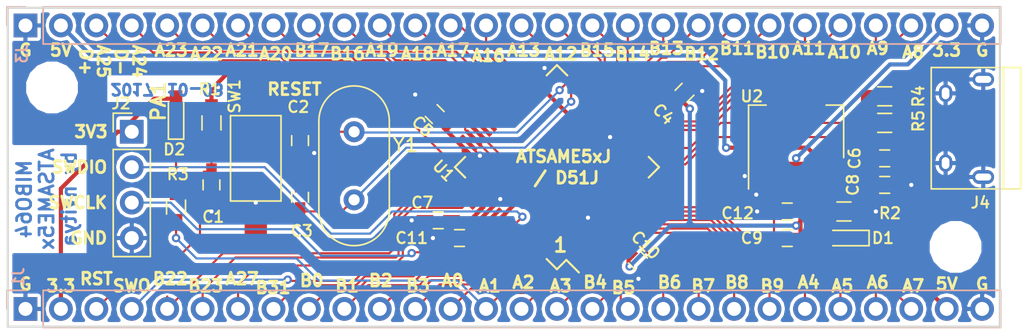
<source format=kicad_pcb>
(kicad_pcb (version 20171130) (host pcbnew 5.1.5+dfsg1-2~bpo10+1)

  (general
    (thickness 1.6)
    (drawings 73)
    (tracks 521)
    (zones 0)
    (modules 29)
    (nets 62)
  )

  (page A4)
  (layers
    (0 F.Cu signal)
    (31 B.Cu signal)
    (32 B.Adhes user)
    (33 F.Adhes user)
    (34 B.Paste user)
    (35 F.Paste user)
    (36 B.SilkS user)
    (37 F.SilkS user)
    (38 B.Mask user)
    (39 F.Mask user)
    (40 Dwgs.User user hide)
    (41 Cmts.User user)
    (42 Eco1.User user)
    (43 Eco2.User user)
    (44 Edge.Cuts user)
    (45 Margin user)
    (46 B.CrtYd user hide)
    (47 F.CrtYd user hide)
    (48 B.Fab user hide)
    (49 F.Fab user hide)
  )

  (setup
    (last_trace_width 0.153)
    (trace_clearance 0.153)
    (zone_clearance 0.254)
    (zone_45_only no)
    (trace_min 0.1)
    (via_size 0.6)
    (via_drill 0.3)
    (via_min_size 0.2)
    (via_min_drill 0.3)
    (uvia_size 0.3)
    (uvia_drill 0.1)
    (uvias_allowed no)
    (uvia_min_size 0.2)
    (uvia_min_drill 0.1)
    (edge_width 0.15)
    (segment_width 0.2)
    (pcb_text_width 0.3)
    (pcb_text_size 1.3 1.3)
    (mod_edge_width 0.15)
    (mod_text_size 0.8 0.8)
    (mod_text_width 0.15)
    (pad_size 1.524 1.524)
    (pad_drill 0.762)
    (pad_to_mask_clearance 0.2)
    (aux_axis_origin 121.92 86.36)
    (grid_origin 121.92 86.36)
    (visible_elements 7FFFEF6F)
    (pcbplotparams
      (layerselection 0x010e0_80000001)
      (usegerberextensions true)
      (usegerberattributes false)
      (usegerberadvancedattributes false)
      (creategerberjobfile false)
      (excludeedgelayer true)
      (linewidth 0.100000)
      (plotframeref false)
      (viasonmask false)
      (mode 1)
      (useauxorigin false)
      (hpglpennumber 1)
      (hpglpenspeed 20)
      (hpglpendiameter 15.000000)
      (psnegative false)
      (psa4output false)
      (plotreference true)
      (plotvalue true)
      (plotinvisibletext false)
      (padsonsilk false)
      (subtractmaskfromsilk false)
      (outputformat 1)
      (mirror false)
      (drillshape 0)
      (scaleselection 1)
      (outputdirectory "./gerber"))
  )

  (net 0 "")
  (net 1 /RESET)
  (net 2 GND)
  (net 3 /XOUT)
  (net 4 /XIN)
  (net 5 +3V3)
  (net 6 /5V)
  (net 7 "Net-(D1-Pad1)")
  (net 8 "Net-(D2-Pad1)")
  (net 9 /PB13)
  (net 10 /PB14)
  (net 11 /PB0)
  (net 12 /PB1)
  (net 13 /PB2)
  (net 14 /PB3)
  (net 15 /PA17)
  (net 16 /PA18)
  (net 17 /PA21)
  (net 18 /PA19)
  (net 19 /PA22)
  (net 20 /PA23)
  (net 21 /PA20)
  (net 22 /PA16)
  (net 23 /PA0)
  (net 24 /PA1)
  (net 25 /PA2)
  (net 26 /PA3)
  (net 27 /PA27)
  (net 28 /PA4)
  (net 29 /PA5)
  (net 30 /PA6)
  (net 31 /PA7)
  (net 32 /PA8)
  (net 33 /PA9)
  (net 34 /PA10)
  (net 35 /PA11)
  (net 36 /PA12)
  (net 37 /PA13)
  (net 38 "Net-(J4-Pad2)")
  (net 39 "Net-(J4-Pad3)")
  (net 40 /SWO-PB30)
  (net 41 /PB22)
  (net 42 /PB23)
  (net 43 /PB31)
  (net 44 /PB4)
  (net 45 /PB5)
  (net 46 /PB6)
  (net 47 /PB7)
  (net 48 /PB8)
  (net 49 /PB9)
  (net 50 /SWDIO-PA31)
  (net 51 /SWCLK-PA30)
  (net 52 /USBDP-PA25)
  (net 53 /USBDM-PA24)
  (net 54 /PB17)
  (net 55 /PB16)
  (net 56 /PB15)
  (net 57 /PB12)
  (net 58 /PB11)
  (net 59 /PB10)
  (net 60 "Net-(U1-Pad55)")
  (net 61 /1V2)

  (net_class Default "This is the default net class."
    (clearance 0.153)
    (trace_width 0.153)
    (via_dia 0.6)
    (via_drill 0.3)
    (uvia_dia 0.3)
    (uvia_drill 0.1)
    (add_net /PA0)
    (add_net /PA1)
    (add_net /PA10)
    (add_net /PA11)
    (add_net /PA12)
    (add_net /PA13)
    (add_net /PA16)
    (add_net /PA17)
    (add_net /PA18)
    (add_net /PA19)
    (add_net /PA2)
    (add_net /PA20)
    (add_net /PA21)
    (add_net /PA22)
    (add_net /PA23)
    (add_net /PA27)
    (add_net /PA3)
    (add_net /PA4)
    (add_net /PA5)
    (add_net /PA6)
    (add_net /PA7)
    (add_net /PA8)
    (add_net /PA9)
    (add_net /PB0)
    (add_net /PB1)
    (add_net /PB10)
    (add_net /PB11)
    (add_net /PB12)
    (add_net /PB13)
    (add_net /PB14)
    (add_net /PB15)
    (add_net /PB16)
    (add_net /PB17)
    (add_net /PB2)
    (add_net /PB22)
    (add_net /PB23)
    (add_net /PB3)
    (add_net /PB31)
    (add_net /PB4)
    (add_net /PB5)
    (add_net /PB6)
    (add_net /PB7)
    (add_net /PB8)
    (add_net /PB9)
    (add_net /RESET)
    (add_net /SWCLK-PA30)
    (add_net /SWDIO-PA31)
    (add_net /SWO-PB30)
    (add_net /USBDM-PA24)
    (add_net /USBDP-PA25)
    (add_net /XIN)
    (add_net /XOUT)
    (add_net GND)
    (add_net "Net-(D1-Pad1)")
    (add_net "Net-(D2-Pad1)")
    (add_net "Net-(J4-Pad2)")
    (add_net "Net-(J4-Pad3)")
    (add_net "Net-(U1-Pad55)")
  )

  (net_class 3V3 ""
    (clearance 0.153)
    (trace_width 0.3)
    (via_dia 0.6)
    (via_drill 0.3)
    (uvia_dia 0.3)
    (uvia_drill 0.1)
    (add_net +3V3)
    (add_net /1V2)
    (add_net /5V)
  )

  (module Capacitors_SMD:C_0603_HandSoldering (layer F.Cu) (tedit 59D67809) (tstamp 59C69075)
    (at 137.795 100.33 270)
    (descr "Capacitor SMD 0603, hand soldering")
    (tags "capacitor 0603")
    (path /59C6285C)
    (attr smd)
    (fp_text reference C1 (at 2.286 -0.127 180) (layer F.SilkS)
      (effects (font (size 0.8 0.8) (thickness 0.15)))
    )
    (fp_text value 10nF (at 0 1.5 270) (layer F.Fab)
      (effects (font (size 1 1) (thickness 0.15)))
    )
    (fp_text user %R (at 0 -1.25 270) (layer F.Fab)
      (effects (font (size 1 1) (thickness 0.15)))
    )
    (fp_line (start -0.8 0.4) (end -0.8 -0.4) (layer F.Fab) (width 0.1))
    (fp_line (start 0.8 0.4) (end -0.8 0.4) (layer F.Fab) (width 0.1))
    (fp_line (start 0.8 -0.4) (end 0.8 0.4) (layer F.Fab) (width 0.1))
    (fp_line (start -0.8 -0.4) (end 0.8 -0.4) (layer F.Fab) (width 0.1))
    (fp_line (start -0.35 -0.6) (end 0.35 -0.6) (layer F.SilkS) (width 0.12))
    (fp_line (start 0.35 0.6) (end -0.35 0.6) (layer F.SilkS) (width 0.12))
    (fp_line (start -1.8 -0.65) (end 1.8 -0.65) (layer F.CrtYd) (width 0.05))
    (fp_line (start -1.8 -0.65) (end -1.8 0.65) (layer F.CrtYd) (width 0.05))
    (fp_line (start 1.8 0.65) (end 1.8 -0.65) (layer F.CrtYd) (width 0.05))
    (fp_line (start 1.8 0.65) (end -1.8 0.65) (layer F.CrtYd) (width 0.05))
    (pad 1 smd rect (at -0.95 0 270) (size 1.2 0.75) (layers F.Cu F.Paste F.Mask)
      (net 1 /RESET))
    (pad 2 smd rect (at 0.95 0 270) (size 1.2 0.75) (layers F.Cu F.Paste F.Mask)
      (net 2 GND))
    (model Capacitors_SMD.3dshapes/C_0603.wrl
      (at (xyz 0 0 0))
      (scale (xyz 1 1 1))
      (rotate (xyz 0 0 0))
    )
  )

  (module Capacitors_SMD:C_0603_HandSoldering (layer F.Cu) (tedit 59CB25E0) (tstamp 59C6907B)
    (at 144.145 97.155 270)
    (descr "Capacitor SMD 0603, hand soldering")
    (tags "capacitor 0603")
    (path /59C62E26)
    (attr smd)
    (fp_text reference C2 (at -2.413 0.127) (layer F.SilkS)
      (effects (font (size 0.8 0.8) (thickness 0.15)))
    )
    (fp_text value 22pF (at 0 1.5 270) (layer F.Fab)
      (effects (font (size 1 1) (thickness 0.15)))
    )
    (fp_text user %R (at 0 -1.25 270) (layer F.Fab)
      (effects (font (size 1 1) (thickness 0.15)))
    )
    (fp_line (start -0.8 0.4) (end -0.8 -0.4) (layer F.Fab) (width 0.1))
    (fp_line (start 0.8 0.4) (end -0.8 0.4) (layer F.Fab) (width 0.1))
    (fp_line (start 0.8 -0.4) (end 0.8 0.4) (layer F.Fab) (width 0.1))
    (fp_line (start -0.8 -0.4) (end 0.8 -0.4) (layer F.Fab) (width 0.1))
    (fp_line (start -0.35 -0.6) (end 0.35 -0.6) (layer F.SilkS) (width 0.12))
    (fp_line (start 0.35 0.6) (end -0.35 0.6) (layer F.SilkS) (width 0.12))
    (fp_line (start -1.8 -0.65) (end 1.8 -0.65) (layer F.CrtYd) (width 0.05))
    (fp_line (start -1.8 -0.65) (end -1.8 0.65) (layer F.CrtYd) (width 0.05))
    (fp_line (start 1.8 0.65) (end 1.8 -0.65) (layer F.CrtYd) (width 0.05))
    (fp_line (start 1.8 0.65) (end -1.8 0.65) (layer F.CrtYd) (width 0.05))
    (pad 1 smd rect (at -0.95 0 270) (size 1.2 0.75) (layers F.Cu F.Paste F.Mask)
      (net 3 /XOUT))
    (pad 2 smd rect (at 0.95 0 270) (size 1.2 0.75) (layers F.Cu F.Paste F.Mask)
      (net 2 GND))
    (model Capacitors_SMD.3dshapes/C_0603.wrl
      (at (xyz 0 0 0))
      (scale (xyz 1 1 1))
      (rotate (xyz 0 0 0))
    )
  )

  (module Capacitors_SMD:C_0603_HandSoldering (layer F.Cu) (tedit 59CB25DB) (tstamp 59C69081)
    (at 144.145 101.219 90)
    (descr "Capacitor SMD 0603, hand soldering")
    (tags "capacitor 0603")
    (path /59C62F28)
    (attr smd)
    (fp_text reference C3 (at -2.413 0.127) (layer F.SilkS)
      (effects (font (size 0.8 0.8) (thickness 0.15)))
    )
    (fp_text value 22pF (at 0 1.5 90) (layer F.Fab)
      (effects (font (size 1 1) (thickness 0.15)))
    )
    (fp_text user %R (at 0 -1.25 90) (layer F.Fab)
      (effects (font (size 1 1) (thickness 0.15)))
    )
    (fp_line (start -0.8 0.4) (end -0.8 -0.4) (layer F.Fab) (width 0.1))
    (fp_line (start 0.8 0.4) (end -0.8 0.4) (layer F.Fab) (width 0.1))
    (fp_line (start 0.8 -0.4) (end 0.8 0.4) (layer F.Fab) (width 0.1))
    (fp_line (start -0.8 -0.4) (end 0.8 -0.4) (layer F.Fab) (width 0.1))
    (fp_line (start -0.35 -0.6) (end 0.35 -0.6) (layer F.SilkS) (width 0.12))
    (fp_line (start 0.35 0.6) (end -0.35 0.6) (layer F.SilkS) (width 0.12))
    (fp_line (start -1.8 -0.65) (end 1.8 -0.65) (layer F.CrtYd) (width 0.05))
    (fp_line (start -1.8 -0.65) (end -1.8 0.65) (layer F.CrtYd) (width 0.05))
    (fp_line (start 1.8 0.65) (end 1.8 -0.65) (layer F.CrtYd) (width 0.05))
    (fp_line (start 1.8 0.65) (end -1.8 0.65) (layer F.CrtYd) (width 0.05))
    (pad 1 smd rect (at -0.95 0 90) (size 1.2 0.75) (layers F.Cu F.Paste F.Mask)
      (net 4 /XIN))
    (pad 2 smd rect (at 0.95 0 90) (size 1.2 0.75) (layers F.Cu F.Paste F.Mask)
      (net 2 GND))
    (model Capacitors_SMD.3dshapes/C_0603.wrl
      (at (xyz 0 0 0))
      (scale (xyz 1 1 1))
      (rotate (xyz 0 0 0))
    )
  )

  (module Capacitors_SMD:C_0603_HandSoldering (layer F.Cu) (tedit 59CB2661) (tstamp 59C69087)
    (at 171.704 93.726 45)
    (descr "Capacitor SMD 0603, hand soldering")
    (tags "capacitor 0603")
    (path /59C6A47F)
    (attr smd)
    (fp_text reference C4 (at -2.155261 0 135) (layer F.SilkS)
      (effects (font (size 0.8 0.8) (thickness 0.15)))
    )
    (fp_text value 100nF (at 0 1.5 45) (layer F.Fab)
      (effects (font (size 1 1) (thickness 0.15)))
    )
    (fp_text user %R (at 0 -1.25 45) (layer F.Fab)
      (effects (font (size 1 1) (thickness 0.15)))
    )
    (fp_line (start -0.8 0.4) (end -0.8 -0.4) (layer F.Fab) (width 0.1))
    (fp_line (start 0.8 0.4) (end -0.8 0.4) (layer F.Fab) (width 0.1))
    (fp_line (start 0.8 -0.4) (end 0.8 0.4) (layer F.Fab) (width 0.1))
    (fp_line (start -0.8 -0.4) (end 0.8 -0.4) (layer F.Fab) (width 0.1))
    (fp_line (start -0.35 -0.6) (end 0.35 -0.6) (layer F.SilkS) (width 0.12))
    (fp_line (start 0.35 0.6) (end -0.35 0.6) (layer F.SilkS) (width 0.12))
    (fp_line (start -1.8 -0.65) (end 1.8 -0.65) (layer F.CrtYd) (width 0.05))
    (fp_line (start -1.8 -0.65) (end -1.8 0.65) (layer F.CrtYd) (width 0.05))
    (fp_line (start 1.8 0.65) (end 1.8 -0.65) (layer F.CrtYd) (width 0.05))
    (fp_line (start 1.8 0.65) (end -1.8 0.65) (layer F.CrtYd) (width 0.05))
    (pad 1 smd rect (at -0.95 0 45) (size 1.2 0.75) (layers F.Cu F.Paste F.Mask)
      (net 5 +3V3))
    (pad 2 smd rect (at 0.95 0 45) (size 1.2 0.75) (layers F.Cu F.Paste F.Mask)
      (net 2 GND))
    (model Capacitors_SMD.3dshapes/C_0603.wrl
      (at (xyz 0 0 0))
      (scale (xyz 1 1 1))
      (rotate (xyz 0 0 0))
    )
  )

  (module Capacitors_SMD:C_0603_HandSoldering (layer F.Cu) (tedit 58AA848B) (tstamp 59C6908D)
    (at 153.797 95.25 135)
    (descr "Capacitor SMD 0603, hand soldering")
    (tags "capacitor 0603")
    (path /59C6A6BB)
    (attr smd)
    (fp_text reference C5 (at 0 -1.25 135) (layer F.SilkS)
      (effects (font (size 0.8 0.8) (thickness 0.15)))
    )
    (fp_text value 100nF (at 0 1.5 135) (layer F.Fab)
      (effects (font (size 1 1) (thickness 0.15)))
    )
    (fp_text user %R (at 0 -1.25 135) (layer F.Fab)
      (effects (font (size 1 1) (thickness 0.15)))
    )
    (fp_line (start -0.8 0.4) (end -0.8 -0.4) (layer F.Fab) (width 0.1))
    (fp_line (start 0.8 0.4) (end -0.8 0.4) (layer F.Fab) (width 0.1))
    (fp_line (start 0.8 -0.4) (end 0.8 0.4) (layer F.Fab) (width 0.1))
    (fp_line (start -0.8 -0.4) (end 0.8 -0.4) (layer F.Fab) (width 0.1))
    (fp_line (start -0.35 -0.6) (end 0.35 -0.6) (layer F.SilkS) (width 0.12))
    (fp_line (start 0.35 0.6) (end -0.35 0.6) (layer F.SilkS) (width 0.12))
    (fp_line (start -1.8 -0.65) (end 1.8 -0.65) (layer F.CrtYd) (width 0.05))
    (fp_line (start -1.8 -0.65) (end -1.8 0.65) (layer F.CrtYd) (width 0.05))
    (fp_line (start 1.8 0.65) (end 1.8 -0.65) (layer F.CrtYd) (width 0.05))
    (fp_line (start 1.8 0.65) (end -1.8 0.65) (layer F.CrtYd) (width 0.05))
    (pad 1 smd rect (at -0.95 0 135) (size 1.2 0.75) (layers F.Cu F.Paste F.Mask)
      (net 5 +3V3))
    (pad 2 smd rect (at 0.95 0 135) (size 1.2 0.75) (layers F.Cu F.Paste F.Mask)
      (net 2 GND))
    (model Capacitors_SMD.3dshapes/C_0603.wrl
      (at (xyz 0 0 0))
      (scale (xyz 1 1 1))
      (rotate (xyz 0 0 0))
    )
  )

  (module Capacitors_SMD:C_0603_HandSoldering (layer F.Cu) (tedit 59C6D999) (tstamp 59C69093)
    (at 186.055 98.425)
    (descr "Capacitor SMD 0603, hand soldering")
    (tags "capacitor 0603")
    (path /59C68522)
    (attr smd)
    (fp_text reference C6 (at -2.159 0 90) (layer F.SilkS)
      (effects (font (size 0.8 0.8) (thickness 0.15)))
    )
    (fp_text value 10uF (at 0 1.5) (layer F.Fab)
      (effects (font (size 1 1) (thickness 0.15)))
    )
    (fp_text user %R (at 0 -1.25) (layer F.Fab)
      (effects (font (size 1 1) (thickness 0.15)))
    )
    (fp_line (start -0.8 0.4) (end -0.8 -0.4) (layer F.Fab) (width 0.1))
    (fp_line (start 0.8 0.4) (end -0.8 0.4) (layer F.Fab) (width 0.1))
    (fp_line (start 0.8 -0.4) (end 0.8 0.4) (layer F.Fab) (width 0.1))
    (fp_line (start -0.8 -0.4) (end 0.8 -0.4) (layer F.Fab) (width 0.1))
    (fp_line (start -0.35 -0.6) (end 0.35 -0.6) (layer F.SilkS) (width 0.12))
    (fp_line (start 0.35 0.6) (end -0.35 0.6) (layer F.SilkS) (width 0.12))
    (fp_line (start -1.8 -0.65) (end 1.8 -0.65) (layer F.CrtYd) (width 0.05))
    (fp_line (start -1.8 -0.65) (end -1.8 0.65) (layer F.CrtYd) (width 0.05))
    (fp_line (start 1.8 0.65) (end 1.8 -0.65) (layer F.CrtYd) (width 0.05))
    (fp_line (start 1.8 0.65) (end -1.8 0.65) (layer F.CrtYd) (width 0.05))
    (pad 1 smd rect (at -0.95 0) (size 1.2 0.75) (layers F.Cu F.Paste F.Mask)
      (net 6 /5V))
    (pad 2 smd rect (at 0.95 0) (size 1.2 0.75) (layers F.Cu F.Paste F.Mask)
      (net 2 GND))
    (model Capacitors_SMD.3dshapes/C_0603.wrl
      (at (xyz 0 0 0))
      (scale (xyz 1 1 1))
      (rotate (xyz 0 0 0))
    )
  )

  (module Capacitors_SMD:C_0603_HandSoldering (layer F.Cu) (tedit 59CB270F) (tstamp 59C69099)
    (at 155.575 104.14 180)
    (descr "Capacitor SMD 0603, hand soldering")
    (tags "capacitor 0603")
    (path /59C6A738)
    (attr smd)
    (fp_text reference C7 (at 2.667 2.54 180) (layer F.SilkS)
      (effects (font (size 0.8 0.8) (thickness 0.15)))
    )
    (fp_text value 100nF (at 0 1.5 180) (layer F.Fab)
      (effects (font (size 1 1) (thickness 0.15)))
    )
    (fp_text user %R (at 0 -1.25 180) (layer F.Fab)
      (effects (font (size 1 1) (thickness 0.15)))
    )
    (fp_line (start -0.8 0.4) (end -0.8 -0.4) (layer F.Fab) (width 0.1))
    (fp_line (start 0.8 0.4) (end -0.8 0.4) (layer F.Fab) (width 0.1))
    (fp_line (start 0.8 -0.4) (end 0.8 0.4) (layer F.Fab) (width 0.1))
    (fp_line (start -0.8 -0.4) (end 0.8 -0.4) (layer F.Fab) (width 0.1))
    (fp_line (start -0.35 -0.6) (end 0.35 -0.6) (layer F.SilkS) (width 0.12))
    (fp_line (start 0.35 0.6) (end -0.35 0.6) (layer F.SilkS) (width 0.12))
    (fp_line (start -1.8 -0.65) (end 1.8 -0.65) (layer F.CrtYd) (width 0.05))
    (fp_line (start -1.8 -0.65) (end -1.8 0.65) (layer F.CrtYd) (width 0.05))
    (fp_line (start 1.8 0.65) (end 1.8 -0.65) (layer F.CrtYd) (width 0.05))
    (fp_line (start 1.8 0.65) (end -1.8 0.65) (layer F.CrtYd) (width 0.05))
    (pad 1 smd rect (at -0.95 0 180) (size 1.2 0.75) (layers F.Cu F.Paste F.Mask)
      (net 5 +3V3))
    (pad 2 smd rect (at 0.95 0 180) (size 1.2 0.75) (layers F.Cu F.Paste F.Mask)
      (net 2 GND))
    (model Capacitors_SMD.3dshapes/C_0603.wrl
      (at (xyz 0 0 0))
      (scale (xyz 1 1 1))
      (rotate (xyz 0 0 0))
    )
  )

  (module Capacitors_SMD:C_0603_HandSoldering (layer F.Cu) (tedit 59C6D9A0) (tstamp 59C6909F)
    (at 186.055 100.33)
    (descr "Capacitor SMD 0603, hand soldering")
    (tags "capacitor 0603")
    (path /59C6847F)
    (attr smd)
    (fp_text reference C8 (at -2.286 0 90) (layer F.SilkS)
      (effects (font (size 0.8 0.8) (thickness 0.15)))
    )
    (fp_text value 100nF (at 0 1.5) (layer F.Fab)
      (effects (font (size 1 1) (thickness 0.15)))
    )
    (fp_text user %R (at 0 -1.25) (layer F.Fab)
      (effects (font (size 1 1) (thickness 0.15)))
    )
    (fp_line (start -0.8 0.4) (end -0.8 -0.4) (layer F.Fab) (width 0.1))
    (fp_line (start 0.8 0.4) (end -0.8 0.4) (layer F.Fab) (width 0.1))
    (fp_line (start 0.8 -0.4) (end 0.8 0.4) (layer F.Fab) (width 0.1))
    (fp_line (start -0.8 -0.4) (end 0.8 -0.4) (layer F.Fab) (width 0.1))
    (fp_line (start -0.35 -0.6) (end 0.35 -0.6) (layer F.SilkS) (width 0.12))
    (fp_line (start 0.35 0.6) (end -0.35 0.6) (layer F.SilkS) (width 0.12))
    (fp_line (start -1.8 -0.65) (end 1.8 -0.65) (layer F.CrtYd) (width 0.05))
    (fp_line (start -1.8 -0.65) (end -1.8 0.65) (layer F.CrtYd) (width 0.05))
    (fp_line (start 1.8 0.65) (end 1.8 -0.65) (layer F.CrtYd) (width 0.05))
    (fp_line (start 1.8 0.65) (end -1.8 0.65) (layer F.CrtYd) (width 0.05))
    (pad 1 smd rect (at -0.95 0) (size 1.2 0.75) (layers F.Cu F.Paste F.Mask)
      (net 6 /5V))
    (pad 2 smd rect (at 0.95 0) (size 1.2 0.75) (layers F.Cu F.Paste F.Mask)
      (net 2 GND))
    (model Capacitors_SMD.3dshapes/C_0603.wrl
      (at (xyz 0 0 0))
      (scale (xyz 1 1 1))
      (rotate (xyz 0 0 0))
    )
  )

  (module Capacitors_SMD:C_0603_HandSoldering (layer F.Cu) (tedit 59C6DEEF) (tstamp 59C690A5)
    (at 179.07 104.14 180)
    (descr "Capacitor SMD 0603, hand soldering")
    (tags "capacitor 0603")
    (path /59C6885A)
    (attr smd)
    (fp_text reference C9 (at 2.54 0 180) (layer F.SilkS)
      (effects (font (size 0.8 0.8) (thickness 0.15)))
    )
    (fp_text value 100nF (at 0 1.5 180) (layer F.Fab)
      (effects (font (size 1 1) (thickness 0.15)))
    )
    (fp_text user %R (at 0 -1.25 180) (layer F.Fab)
      (effects (font (size 1 1) (thickness 0.15)))
    )
    (fp_line (start -0.8 0.4) (end -0.8 -0.4) (layer F.Fab) (width 0.1))
    (fp_line (start 0.8 0.4) (end -0.8 0.4) (layer F.Fab) (width 0.1))
    (fp_line (start 0.8 -0.4) (end 0.8 0.4) (layer F.Fab) (width 0.1))
    (fp_line (start -0.8 -0.4) (end 0.8 -0.4) (layer F.Fab) (width 0.1))
    (fp_line (start -0.35 -0.6) (end 0.35 -0.6) (layer F.SilkS) (width 0.12))
    (fp_line (start 0.35 0.6) (end -0.35 0.6) (layer F.SilkS) (width 0.12))
    (fp_line (start -1.8 -0.65) (end 1.8 -0.65) (layer F.CrtYd) (width 0.05))
    (fp_line (start -1.8 -0.65) (end -1.8 0.65) (layer F.CrtYd) (width 0.05))
    (fp_line (start 1.8 0.65) (end 1.8 -0.65) (layer F.CrtYd) (width 0.05))
    (fp_line (start 1.8 0.65) (end -1.8 0.65) (layer F.CrtYd) (width 0.05))
    (pad 1 smd rect (at -0.95 0 180) (size 1.2 0.75) (layers F.Cu F.Paste F.Mask)
      (net 5 +3V3))
    (pad 2 smd rect (at 0.95 0 180) (size 1.2 0.75) (layers F.Cu F.Paste F.Mask)
      (net 2 GND))
    (model Capacitors_SMD.3dshapes/C_0603.wrl
      (at (xyz 0 0 0))
      (scale (xyz 1 1 1))
      (rotate (xyz 0 0 0))
    )
  )

  (module Capacitors_SMD:C_0603_HandSoldering (layer F.Cu) (tedit 59CB2635) (tstamp 59C690AB)
    (at 168.365249 105.754249 315)
    (descr "Capacitor SMD 0603, hand soldering")
    (tags "capacitor 0603")
    (path /59C8EBC6)
    (attr smd)
    (fp_text reference C10 (at -0.397039 -1.167433 315) (layer F.SilkS)
      (effects (font (size 0.8 0.8) (thickness 0.15)))
    )
    (fp_text value 100nF (at 0 1.5 315) (layer F.Fab)
      (effects (font (size 1 1) (thickness 0.15)))
    )
    (fp_text user %R (at 0 -1.25 315) (layer F.Fab)
      (effects (font (size 1 1) (thickness 0.15)))
    )
    (fp_line (start -0.8 0.4) (end -0.8 -0.4) (layer F.Fab) (width 0.1))
    (fp_line (start 0.8 0.4) (end -0.8 0.4) (layer F.Fab) (width 0.1))
    (fp_line (start 0.8 -0.4) (end 0.8 0.4) (layer F.Fab) (width 0.1))
    (fp_line (start -0.8 -0.4) (end 0.8 -0.4) (layer F.Fab) (width 0.1))
    (fp_line (start -0.35 -0.6) (end 0.35 -0.6) (layer F.SilkS) (width 0.12))
    (fp_line (start 0.35 0.6) (end -0.35 0.6) (layer F.SilkS) (width 0.12))
    (fp_line (start -1.8 -0.65) (end 1.8 -0.65) (layer F.CrtYd) (width 0.05))
    (fp_line (start -1.8 -0.65) (end -1.8 0.65) (layer F.CrtYd) (width 0.05))
    (fp_line (start 1.8 0.65) (end 1.8 -0.65) (layer F.CrtYd) (width 0.05))
    (fp_line (start 1.8 0.65) (end -1.8 0.65) (layer F.CrtYd) (width 0.05))
    (pad 1 smd rect (at -0.95 0 315) (size 1.2 0.75) (layers F.Cu F.Paste F.Mask)
      (net 5 +3V3))
    (pad 2 smd rect (at 0.95 0 315) (size 1.2 0.75) (layers F.Cu F.Paste F.Mask)
      (net 2 GND))
    (model Capacitors_SMD.3dshapes/C_0603.wrl
      (at (xyz 0 0 0))
      (scale (xyz 1 1 1))
      (rotate (xyz 0 0 0))
    )
  )

  (module Capacitors_SMD:C_0603_HandSoldering (layer F.Cu) (tedit 59CB25A6) (tstamp 59C690B7)
    (at 179.07 102.235 180)
    (descr "Capacitor SMD 0603, hand soldering")
    (tags "capacitor 0603")
    (path /59C688C7)
    (attr smd)
    (fp_text reference C12 (at 3.556 -0.127 180) (layer F.SilkS)
      (effects (font (size 0.8 0.8) (thickness 0.15)))
    )
    (fp_text value 10uF (at 0 1.5 180) (layer F.Fab)
      (effects (font (size 1 1) (thickness 0.15)))
    )
    (fp_text user %R (at 0 -1.25 180) (layer F.Fab)
      (effects (font (size 1 1) (thickness 0.15)))
    )
    (fp_line (start -0.8 0.4) (end -0.8 -0.4) (layer F.Fab) (width 0.1))
    (fp_line (start 0.8 0.4) (end -0.8 0.4) (layer F.Fab) (width 0.1))
    (fp_line (start 0.8 -0.4) (end 0.8 0.4) (layer F.Fab) (width 0.1))
    (fp_line (start -0.8 -0.4) (end 0.8 -0.4) (layer F.Fab) (width 0.1))
    (fp_line (start -0.35 -0.6) (end 0.35 -0.6) (layer F.SilkS) (width 0.12))
    (fp_line (start 0.35 0.6) (end -0.35 0.6) (layer F.SilkS) (width 0.12))
    (fp_line (start -1.8 -0.65) (end 1.8 -0.65) (layer F.CrtYd) (width 0.05))
    (fp_line (start -1.8 -0.65) (end -1.8 0.65) (layer F.CrtYd) (width 0.05))
    (fp_line (start 1.8 0.65) (end 1.8 -0.65) (layer F.CrtYd) (width 0.05))
    (fp_line (start 1.8 0.65) (end -1.8 0.65) (layer F.CrtYd) (width 0.05))
    (pad 1 smd rect (at -0.95 0 180) (size 1.2 0.75) (layers F.Cu F.Paste F.Mask)
      (net 5 +3V3))
    (pad 2 smd rect (at 0.95 0 180) (size 1.2 0.75) (layers F.Cu F.Paste F.Mask)
      (net 2 GND))
    (model Capacitors_SMD.3dshapes/C_0603.wrl
      (at (xyz 0 0 0))
      (scale (xyz 1 1 1))
      (rotate (xyz 0 0 0))
    )
  )

  (module LEDs:LED_0603_HandSoldering (layer F.Cu) (tedit 59C6D981) (tstamp 59C690CF)
    (at 183.134 104.14 180)
    (descr "LED SMD 0603, hand soldering")
    (tags "LED 0603")
    (path /59C636A6)
    (attr smd)
    (fp_text reference D1 (at -2.794 0 180) (layer F.SilkS)
      (effects (font (size 0.8 0.8) (thickness 0.15)))
    )
    (fp_text value YELLOW (at 0 1.55 180) (layer F.Fab)
      (effects (font (size 1 1) (thickness 0.15)))
    )
    (fp_line (start -1.8 -0.55) (end -1.8 0.55) (layer F.SilkS) (width 0.12))
    (fp_line (start -0.2 -0.2) (end -0.2 0.2) (layer F.Fab) (width 0.1))
    (fp_line (start -0.15 0) (end 0.15 -0.2) (layer F.Fab) (width 0.1))
    (fp_line (start 0.15 0.2) (end -0.15 0) (layer F.Fab) (width 0.1))
    (fp_line (start 0.15 -0.2) (end 0.15 0.2) (layer F.Fab) (width 0.1))
    (fp_line (start 0.8 0.4) (end -0.8 0.4) (layer F.Fab) (width 0.1))
    (fp_line (start 0.8 -0.4) (end 0.8 0.4) (layer F.Fab) (width 0.1))
    (fp_line (start -0.8 -0.4) (end 0.8 -0.4) (layer F.Fab) (width 0.1))
    (fp_line (start -1.8 0.55) (end 0.8 0.55) (layer F.SilkS) (width 0.12))
    (fp_line (start -1.8 -0.55) (end 0.8 -0.55) (layer F.SilkS) (width 0.12))
    (fp_line (start -1.96 -0.7) (end 1.95 -0.7) (layer F.CrtYd) (width 0.05))
    (fp_line (start -1.96 -0.7) (end -1.96 0.7) (layer F.CrtYd) (width 0.05))
    (fp_line (start 1.95 0.7) (end 1.95 -0.7) (layer F.CrtYd) (width 0.05))
    (fp_line (start 1.95 0.7) (end -1.96 0.7) (layer F.CrtYd) (width 0.05))
    (fp_line (start -0.8 -0.4) (end -0.8 0.4) (layer F.Fab) (width 0.1))
    (pad 1 smd rect (at -1.1 0 180) (size 1.2 0.9) (layers F.Cu F.Paste F.Mask)
      (net 7 "Net-(D1-Pad1)"))
    (pad 2 smd rect (at 1.1 0 180) (size 1.2 0.9) (layers F.Cu F.Paste F.Mask)
      (net 5 +3V3))
    (model ${KISYS3DMOD}/LEDs.3dshapes/LED_0603.wrl
      (at (xyz 0 0 0))
      (scale (xyz 1 1 1))
      (rotate (xyz 0 0 180))
    )
  )

  (module LEDs:LED_0603_HandSoldering (layer F.Cu) (tedit 59CB277B) (tstamp 59C690D5)
    (at 135.255 95.25 90)
    (descr "LED SMD 0603, hand soldering")
    (tags "LED 0603")
    (path /59C63A1A)
    (attr smd)
    (fp_text reference D2 (at -2.54 -0.127) (layer F.SilkS)
      (effects (font (size 0.8 0.8) (thickness 0.15)))
    )
    (fp_text value GREEN (at 0 1.55 90) (layer F.Fab)
      (effects (font (size 1 1) (thickness 0.15)))
    )
    (fp_line (start -1.8 -0.55) (end -1.8 0.55) (layer F.SilkS) (width 0.12))
    (fp_line (start -0.2 -0.2) (end -0.2 0.2) (layer F.Fab) (width 0.1))
    (fp_line (start -0.15 0) (end 0.15 -0.2) (layer F.Fab) (width 0.1))
    (fp_line (start 0.15 0.2) (end -0.15 0) (layer F.Fab) (width 0.1))
    (fp_line (start 0.15 -0.2) (end 0.15 0.2) (layer F.Fab) (width 0.1))
    (fp_line (start 0.8 0.4) (end -0.8 0.4) (layer F.Fab) (width 0.1))
    (fp_line (start 0.8 -0.4) (end 0.8 0.4) (layer F.Fab) (width 0.1))
    (fp_line (start -0.8 -0.4) (end 0.8 -0.4) (layer F.Fab) (width 0.1))
    (fp_line (start -1.8 0.55) (end 0.8 0.55) (layer F.SilkS) (width 0.12))
    (fp_line (start -1.8 -0.55) (end 0.8 -0.55) (layer F.SilkS) (width 0.12))
    (fp_line (start -1.96 -0.7) (end 1.95 -0.7) (layer F.CrtYd) (width 0.05))
    (fp_line (start -1.96 -0.7) (end -1.96 0.7) (layer F.CrtYd) (width 0.05))
    (fp_line (start 1.95 0.7) (end 1.95 -0.7) (layer F.CrtYd) (width 0.05))
    (fp_line (start 1.95 0.7) (end -1.96 0.7) (layer F.CrtYd) (width 0.05))
    (fp_line (start -0.8 -0.4) (end -0.8 0.4) (layer F.Fab) (width 0.1))
    (pad 1 smd rect (at -1.1 0 90) (size 1.2 0.9) (layers F.Cu F.Paste F.Mask)
      (net 8 "Net-(D2-Pad1)"))
    (pad 2 smd rect (at 1.1 0 90) (size 1.2 0.9) (layers F.Cu F.Paste F.Mask)
      (net 5 +3V3))
    (model ${KISYS3DMOD}/LEDs.3dshapes/LED_0603.wrl
      (at (xyz 0 0 0))
      (scale (xyz 1 1 1))
      (rotate (xyz 0 0 180))
    )
  )

  (module Pin_Headers:Pin_Header_Straight_1x04_Pitch2.54mm (layer F.Cu) (tedit 59CB279A) (tstamp 59C690FB)
    (at 132.08 96.52)
    (descr "Through hole straight pin header, 1x04, 2.54mm pitch, single row")
    (tags "Through hole pin header THT 1x04 2.54mm single row")
    (path /59C7482C)
    (fp_text reference J2 (at -0.762 -2.032) (layer F.SilkS)
      (effects (font (size 0.8 0.8) (thickness 0.15)))
    )
    (fp_text value SWD (at 0 9.95) (layer F.Fab)
      (effects (font (size 1 1) (thickness 0.15)))
    )
    (fp_line (start -0.635 -1.27) (end 1.27 -1.27) (layer F.Fab) (width 0.1))
    (fp_line (start 1.27 -1.27) (end 1.27 8.89) (layer F.Fab) (width 0.1))
    (fp_line (start 1.27 8.89) (end -1.27 8.89) (layer F.Fab) (width 0.1))
    (fp_line (start -1.27 8.89) (end -1.27 -0.635) (layer F.Fab) (width 0.1))
    (fp_line (start -1.27 -0.635) (end -0.635 -1.27) (layer F.Fab) (width 0.1))
    (fp_line (start -1.33 8.95) (end 1.33 8.95) (layer F.SilkS) (width 0.12))
    (fp_line (start -1.33 1.27) (end -1.33 8.95) (layer F.SilkS) (width 0.12))
    (fp_line (start 1.33 1.27) (end 1.33 8.95) (layer F.SilkS) (width 0.12))
    (fp_line (start -1.33 1.27) (end 1.33 1.27) (layer F.SilkS) (width 0.12))
    (fp_line (start -1.33 0) (end -1.33 -1.33) (layer F.SilkS) (width 0.12))
    (fp_line (start -1.33 -1.33) (end 0 -1.33) (layer F.SilkS) (width 0.12))
    (fp_line (start -1.8 -1.8) (end -1.8 9.4) (layer F.CrtYd) (width 0.05))
    (fp_line (start -1.8 9.4) (end 1.8 9.4) (layer F.CrtYd) (width 0.05))
    (fp_line (start 1.8 9.4) (end 1.8 -1.8) (layer F.CrtYd) (width 0.05))
    (fp_line (start 1.8 -1.8) (end -1.8 -1.8) (layer F.CrtYd) (width 0.05))
    (fp_text user %R (at 0 3.81 90) (layer F.Fab)
      (effects (font (size 1 1) (thickness 0.15)))
    )
    (pad 1 thru_hole rect (at 0 0) (size 1.7 1.7) (drill 1) (layers *.Cu *.Mask)
      (net 5 +3V3))
    (pad 2 thru_hole oval (at 0 2.54) (size 1.7 1.7) (drill 1) (layers *.Cu *.Mask)
      (net 50 /SWDIO-PA31))
    (pad 3 thru_hole oval (at 0 5.08) (size 1.7 1.7) (drill 1) (layers *.Cu *.Mask)
      (net 51 /SWCLK-PA30))
    (pad 4 thru_hole oval (at 0 7.62) (size 1.7 1.7) (drill 1) (layers *.Cu *.Mask)
      (net 2 GND))
    (model ${KISYS3DMOD}/Pin_Headers.3dshapes/Pin_Header_Straight_1x04_Pitch2.54mm.wrl
      (at (xyz 0 0 0))
      (scale (xyz 1 1 1))
      (rotate (xyz 0 0 0))
    )
  )

  (module Connectors:USB_Micro-B (layer F.Cu) (tedit 59C6D89A) (tstamp 59C69126)
    (at 191.77 96.266 90)
    (descr "Micro USB Type B Receptacle")
    (tags "USB USB_B USB_micro USB_OTG")
    (path /59C617D1)
    (attr smd)
    (fp_text reference J4 (at -5.334 1.143) (layer F.SilkS)
      (effects (font (size 0.8 0.8) (thickness 0.15)))
    )
    (fp_text value USB_OTG (at 0 5.01 90) (layer F.Fab)
      (effects (font (size 1 1) (thickness 0.15)))
    )
    (fp_line (start -4.6 -2.59) (end 4.6 -2.59) (layer F.CrtYd) (width 0.05))
    (fp_line (start 4.6 -2.59) (end 4.6 4.26) (layer F.CrtYd) (width 0.05))
    (fp_line (start 4.6 4.26) (end -4.6 4.26) (layer F.CrtYd) (width 0.05))
    (fp_line (start -4.6 4.26) (end -4.6 -2.59) (layer F.CrtYd) (width 0.05))
    (fp_line (start -4.35 4.03) (end 4.35 4.03) (layer F.SilkS) (width 0.12))
    (fp_line (start -4.35 -2.38) (end 4.35 -2.38) (layer F.SilkS) (width 0.12))
    (fp_line (start 4.35 -2.38) (end 4.35 4.03) (layer F.SilkS) (width 0.12))
    (fp_line (start 4.35 2.8) (end -4.35 2.8) (layer F.SilkS) (width 0.12))
    (fp_line (start -4.35 4.03) (end -4.35 -2.38) (layer F.SilkS) (width 0.12))
    (pad 1 smd rect (at -1.3 -1.35 180) (size 1.35 0.4) (layers F.Cu F.Paste F.Mask)
      (net 6 /5V))
    (pad 2 smd rect (at -0.65 -1.35 180) (size 1.35 0.4) (layers F.Cu F.Paste F.Mask)
      (net 38 "Net-(J4-Pad2)"))
    (pad 3 smd rect (at 0 -1.35 180) (size 1.35 0.4) (layers F.Cu F.Paste F.Mask)
      (net 39 "Net-(J4-Pad3)"))
    (pad 4 smd rect (at 0.65 -1.35 180) (size 1.35 0.4) (layers F.Cu F.Paste F.Mask)
      (net 2 GND))
    (pad 5 smd rect (at 1.3 -1.35 180) (size 1.35 0.4) (layers F.Cu F.Paste F.Mask)
      (net 2 GND))
    (pad 6 thru_hole oval (at -2.5 -1.35 180) (size 0.95 1.25) (drill oval 0.55 0.85) (layers *.Cu *.Mask)
      (net 2 GND))
    (pad 6 thru_hole oval (at 2.5 -1.35 180) (size 0.95 1.25) (drill oval 0.55 0.85) (layers *.Cu *.Mask)
      (net 2 GND))
    (pad 6 thru_hole oval (at -3.5 1.35 180) (size 1.55 1) (drill oval 1.15 0.5) (layers *.Cu *.Mask)
      (net 2 GND))
    (pad 6 thru_hole oval (at 3.5 1.35 180) (size 1.55 1) (drill oval 1.15 0.5) (layers *.Cu *.Mask)
      (net 2 GND))
  )

  (module Resistors_SMD:R_0603_HandSoldering (layer F.Cu) (tedit 59C6DA87) (tstamp 59C6912C)
    (at 137.795 95.885 90)
    (descr "Resistor SMD 0603, hand soldering")
    (tags "resistor 0603")
    (path /59C6253C)
    (attr smd)
    (fp_text reference R1 (at 2.413 -0.127 180) (layer F.SilkS)
      (effects (font (size 0.8 0.8) (thickness 0.15)))
    )
    (fp_text value 10k (at 0 1.55 90) (layer F.Fab)
      (effects (font (size 1 1) (thickness 0.15)))
    )
    (fp_text user %R (at 0 0 90) (layer F.Fab)
      (effects (font (size 0.4 0.4) (thickness 0.075)))
    )
    (fp_line (start -0.8 0.4) (end -0.8 -0.4) (layer F.Fab) (width 0.1))
    (fp_line (start 0.8 0.4) (end -0.8 0.4) (layer F.Fab) (width 0.1))
    (fp_line (start 0.8 -0.4) (end 0.8 0.4) (layer F.Fab) (width 0.1))
    (fp_line (start -0.8 -0.4) (end 0.8 -0.4) (layer F.Fab) (width 0.1))
    (fp_line (start 0.5 0.68) (end -0.5 0.68) (layer F.SilkS) (width 0.12))
    (fp_line (start -0.5 -0.68) (end 0.5 -0.68) (layer F.SilkS) (width 0.12))
    (fp_line (start -1.96 -0.7) (end 1.95 -0.7) (layer F.CrtYd) (width 0.05))
    (fp_line (start -1.96 -0.7) (end -1.96 0.7) (layer F.CrtYd) (width 0.05))
    (fp_line (start 1.95 0.7) (end 1.95 -0.7) (layer F.CrtYd) (width 0.05))
    (fp_line (start 1.95 0.7) (end -1.96 0.7) (layer F.CrtYd) (width 0.05))
    (pad 1 smd rect (at -1.1 0 90) (size 1.2 0.9) (layers F.Cu F.Paste F.Mask)
      (net 1 /RESET))
    (pad 2 smd rect (at 1.1 0 90) (size 1.2 0.9) (layers F.Cu F.Paste F.Mask)
      (net 5 +3V3))
    (model ${KISYS3DMOD}/Resistors_SMD.3dshapes/R_0603.wrl
      (at (xyz 0 0 0))
      (scale (xyz 1 1 1))
      (rotate (xyz 0 0 0))
    )
  )

  (module Resistors_SMD:R_0603_HandSoldering (layer F.Cu) (tedit 59CB25A1) (tstamp 59C69132)
    (at 183.134 102.235 180)
    (descr "Resistor SMD 0603, hand soldering")
    (tags "resistor 0603")
    (path /59C63B6F)
    (attr smd)
    (fp_text reference R2 (at -3.302 -0.127 180) (layer F.SilkS)
      (effects (font (size 0.8 0.8) (thickness 0.15)))
    )
    (fp_text value 1k (at 0 1.55 180) (layer F.Fab)
      (effects (font (size 1 1) (thickness 0.15)))
    )
    (fp_text user %R (at 0 0 180) (layer F.Fab)
      (effects (font (size 0.4 0.4) (thickness 0.075)))
    )
    (fp_line (start -0.8 0.4) (end -0.8 -0.4) (layer F.Fab) (width 0.1))
    (fp_line (start 0.8 0.4) (end -0.8 0.4) (layer F.Fab) (width 0.1))
    (fp_line (start 0.8 -0.4) (end 0.8 0.4) (layer F.Fab) (width 0.1))
    (fp_line (start -0.8 -0.4) (end 0.8 -0.4) (layer F.Fab) (width 0.1))
    (fp_line (start 0.5 0.68) (end -0.5 0.68) (layer F.SilkS) (width 0.12))
    (fp_line (start -0.5 -0.68) (end 0.5 -0.68) (layer F.SilkS) (width 0.12))
    (fp_line (start -1.96 -0.7) (end 1.95 -0.7) (layer F.CrtYd) (width 0.05))
    (fp_line (start -1.96 -0.7) (end -1.96 0.7) (layer F.CrtYd) (width 0.05))
    (fp_line (start 1.95 0.7) (end 1.95 -0.7) (layer F.CrtYd) (width 0.05))
    (fp_line (start 1.95 0.7) (end -1.96 0.7) (layer F.CrtYd) (width 0.05))
    (pad 1 smd rect (at -1.1 0 180) (size 1.2 0.9) (layers F.Cu F.Paste F.Mask)
      (net 2 GND))
    (pad 2 smd rect (at 1.1 0 180) (size 1.2 0.9) (layers F.Cu F.Paste F.Mask)
      (net 7 "Net-(D1-Pad1)"))
    (model ${KISYS3DMOD}/Resistors_SMD.3dshapes/R_0603.wrl
      (at (xyz 0 0 0))
      (scale (xyz 1 1 1))
      (rotate (xyz 0 0 0))
    )
  )

  (module Resistors_SMD:R_0603_HandSoldering (layer F.Cu) (tedit 59CB25EE) (tstamp 59C69138)
    (at 135.255 101.9175 90)
    (descr "Resistor SMD 0603, hand soldering")
    (tags "resistor 0603")
    (path /59C63BE7)
    (attr smd)
    (fp_text reference R3 (at 2.3495 0.127 180) (layer F.SilkS)
      (effects (font (size 0.8 0.8) (thickness 0.15)))
    )
    (fp_text value 1k (at 0 1.55 90) (layer F.Fab)
      (effects (font (size 1 1) (thickness 0.15)))
    )
    (fp_text user %R (at 0 0 90) (layer F.Fab)
      (effects (font (size 0.4 0.4) (thickness 0.075)))
    )
    (fp_line (start -0.8 0.4) (end -0.8 -0.4) (layer F.Fab) (width 0.1))
    (fp_line (start 0.8 0.4) (end -0.8 0.4) (layer F.Fab) (width 0.1))
    (fp_line (start 0.8 -0.4) (end 0.8 0.4) (layer F.Fab) (width 0.1))
    (fp_line (start -0.8 -0.4) (end 0.8 -0.4) (layer F.Fab) (width 0.1))
    (fp_line (start 0.5 0.68) (end -0.5 0.68) (layer F.SilkS) (width 0.12))
    (fp_line (start -0.5 -0.68) (end 0.5 -0.68) (layer F.SilkS) (width 0.12))
    (fp_line (start -1.96 -0.7) (end 1.95 -0.7) (layer F.CrtYd) (width 0.05))
    (fp_line (start -1.96 -0.7) (end -1.96 0.7) (layer F.CrtYd) (width 0.05))
    (fp_line (start 1.95 0.7) (end 1.95 -0.7) (layer F.CrtYd) (width 0.05))
    (fp_line (start 1.95 0.7) (end -1.96 0.7) (layer F.CrtYd) (width 0.05))
    (pad 1 smd rect (at -1.1 0 90) (size 1.2 0.9) (layers F.Cu F.Paste F.Mask)
      (net 24 /PA1))
    (pad 2 smd rect (at 1.1 0 90) (size 1.2 0.9) (layers F.Cu F.Paste F.Mask)
      (net 8 "Net-(D2-Pad1)"))
    (model ${KISYS3DMOD}/Resistors_SMD.3dshapes/R_0603.wrl
      (at (xyz 0 0 0))
      (scale (xyz 1 1 1))
      (rotate (xyz 0 0 0))
    )
  )

  (module Resistors_SMD:R_0603_HandSoldering (layer F.Cu) (tedit 59CB2650) (tstamp 59C6913E)
    (at 186.055 93.98)
    (descr "Resistor SMD 0603, hand soldering")
    (tags "resistor 0603")
    (path /59C61AED)
    (attr smd)
    (fp_text reference R4 (at 2.413 0 90) (layer F.SilkS)
      (effects (font (size 0.8 0.8) (thickness 0.15)))
    )
    (fp_text value 0R (at 0 1.55) (layer F.Fab)
      (effects (font (size 1 1) (thickness 0.15)))
    )
    (fp_text user %R (at 0 0) (layer F.Fab)
      (effects (font (size 0.4 0.4) (thickness 0.075)))
    )
    (fp_line (start -0.8 0.4) (end -0.8 -0.4) (layer F.Fab) (width 0.1))
    (fp_line (start 0.8 0.4) (end -0.8 0.4) (layer F.Fab) (width 0.1))
    (fp_line (start 0.8 -0.4) (end 0.8 0.4) (layer F.Fab) (width 0.1))
    (fp_line (start -0.8 -0.4) (end 0.8 -0.4) (layer F.Fab) (width 0.1))
    (fp_line (start 0.5 0.68) (end -0.5 0.68) (layer F.SilkS) (width 0.12))
    (fp_line (start -0.5 -0.68) (end 0.5 -0.68) (layer F.SilkS) (width 0.12))
    (fp_line (start -1.96 -0.7) (end 1.95 -0.7) (layer F.CrtYd) (width 0.05))
    (fp_line (start -1.96 -0.7) (end -1.96 0.7) (layer F.CrtYd) (width 0.05))
    (fp_line (start 1.95 0.7) (end 1.95 -0.7) (layer F.CrtYd) (width 0.05))
    (fp_line (start 1.95 0.7) (end -1.96 0.7) (layer F.CrtYd) (width 0.05))
    (pad 1 smd rect (at -1.1 0) (size 1.2 0.9) (layers F.Cu F.Paste F.Mask)
      (net 52 /USBDP-PA25))
    (pad 2 smd rect (at 1.1 0) (size 1.2 0.9) (layers F.Cu F.Paste F.Mask)
      (net 39 "Net-(J4-Pad3)"))
    (model ${KISYS3DMOD}/Resistors_SMD.3dshapes/R_0603.wrl
      (at (xyz 0 0 0))
      (scale (xyz 1 1 1))
      (rotate (xyz 0 0 0))
    )
  )

  (module Resistors_SMD:R_0603_HandSoldering (layer F.Cu) (tedit 59CB264E) (tstamp 59C69144)
    (at 186.055 95.885)
    (descr "Resistor SMD 0603, hand soldering")
    (tags "resistor 0603")
    (path /59C61B9C)
    (attr smd)
    (fp_text reference R5 (at 2.413 -0.127 90) (layer F.SilkS)
      (effects (font (size 0.8 0.8) (thickness 0.15)))
    )
    (fp_text value 0R (at 0 1.55) (layer F.Fab)
      (effects (font (size 1 1) (thickness 0.15)))
    )
    (fp_text user %R (at 0 0) (layer F.Fab)
      (effects (font (size 0.4 0.4) (thickness 0.075)))
    )
    (fp_line (start -0.8 0.4) (end -0.8 -0.4) (layer F.Fab) (width 0.1))
    (fp_line (start 0.8 0.4) (end -0.8 0.4) (layer F.Fab) (width 0.1))
    (fp_line (start 0.8 -0.4) (end 0.8 0.4) (layer F.Fab) (width 0.1))
    (fp_line (start -0.8 -0.4) (end 0.8 -0.4) (layer F.Fab) (width 0.1))
    (fp_line (start 0.5 0.68) (end -0.5 0.68) (layer F.SilkS) (width 0.12))
    (fp_line (start -0.5 -0.68) (end 0.5 -0.68) (layer F.SilkS) (width 0.12))
    (fp_line (start -1.96 -0.7) (end 1.95 -0.7) (layer F.CrtYd) (width 0.05))
    (fp_line (start -1.96 -0.7) (end -1.96 0.7) (layer F.CrtYd) (width 0.05))
    (fp_line (start 1.95 0.7) (end 1.95 -0.7) (layer F.CrtYd) (width 0.05))
    (fp_line (start 1.95 0.7) (end -1.96 0.7) (layer F.CrtYd) (width 0.05))
    (pad 1 smd rect (at -1.1 0) (size 1.2 0.9) (layers F.Cu F.Paste F.Mask)
      (net 53 /USBDM-PA24))
    (pad 2 smd rect (at 1.1 0) (size 1.2 0.9) (layers F.Cu F.Paste F.Mask)
      (net 38 "Net-(J4-Pad2)"))
    (model ${KISYS3DMOD}/Resistors_SMD.3dshapes/R_0603.wrl
      (at (xyz 0 0 0))
      (scale (xyz 1 1 1))
      (rotate (xyz 0 0 0))
    )
  )

  (module Buttons_Switches_SMD:SW_SPST_FSMSM (layer F.Cu) (tedit 59C7460A) (tstamp 59C6914A)
    (at 140.97 98.425 90)
    (descr http://www.te.com/commerce/DocumentDelivery/DDEController?Action=srchrtrv&DocNm=1437566-3&DocType=Customer+Drawing&DocLang=English)
    (tags "SPST button tactile switch")
    (path /59C623BE)
    (attr smd)
    (fp_text reference SW1 (at 4.445 -1.524 90) (layer F.SilkS)
      (effects (font (size 0.8 0.8) (thickness 0.15)))
    )
    (fp_text value RESET (at 0 3 90) (layer F.Fab)
      (effects (font (size 1 1) (thickness 0.15)))
    )
    (fp_text user %R (at 0 -2.6 90) (layer F.Fab)
      (effects (font (size 1 1) (thickness 0.15)))
    )
    (fp_line (start -1.75 -1) (end 1.75 -1) (layer F.Fab) (width 0.1))
    (fp_line (start 1.75 -1) (end 1.75 1) (layer F.Fab) (width 0.1))
    (fp_line (start 1.75 1) (end -1.75 1) (layer F.Fab) (width 0.1))
    (fp_line (start -1.75 1) (end -1.75 -1) (layer F.Fab) (width 0.1))
    (fp_line (start -3.06 -1.81) (end 3.06 -1.81) (layer F.SilkS) (width 0.12))
    (fp_line (start 3.06 -1.81) (end 3.06 1.81) (layer F.SilkS) (width 0.12))
    (fp_line (start 3.06 1.81) (end -3.06 1.81) (layer F.SilkS) (width 0.12))
    (fp_line (start -3.06 1.81) (end -3.06 -1.81) (layer F.SilkS) (width 0.12))
    (fp_line (start -1.5 0.8) (end 1.5 0.8) (layer F.Fab) (width 0.1))
    (fp_line (start -1.5 -0.8) (end 1.5 -0.8) (layer F.Fab) (width 0.1))
    (fp_line (start 1.5 -0.8) (end 1.5 0.8) (layer F.Fab) (width 0.1))
    (fp_line (start -1.5 -0.8) (end -1.5 0.8) (layer F.Fab) (width 0.1))
    (fp_line (start -5.95 2) (end 5.95 2) (layer F.CrtYd) (width 0.05))
    (fp_line (start 5.95 -2) (end 5.95 2) (layer F.CrtYd) (width 0.05))
    (fp_line (start -3 1.75) (end 3 1.75) (layer F.Fab) (width 0.1))
    (fp_line (start -3 -1.75) (end 3 -1.75) (layer F.Fab) (width 0.1))
    (fp_line (start -3 -1.75) (end -3 1.75) (layer F.Fab) (width 0.1))
    (fp_line (start 3 -1.75) (end 3 1.75) (layer F.Fab) (width 0.1))
    (fp_line (start -5.95 -2) (end -5.95 2) (layer F.CrtYd) (width 0.05))
    (fp_line (start -5.95 -2) (end 5.95 -2) (layer F.CrtYd) (width 0.05))
    (pad 1 smd rect (at -4.59 0 90) (size 2.18 1.6) (layers F.Cu F.Paste F.Mask)
      (net 2 GND))
    (pad 2 smd rect (at 4.59 0 90) (size 2.18 1.6) (layers F.Cu F.Paste F.Mask)
      (net 1 /RESET))
    (model ${KISYS3DMOD}/Buttons_Switches_SMD.3dshapes/SW_SPST_FSMSM.wrl
      (at (xyz 0 0 0))
      (scale (xyz 1 1 1))
      (rotate (xyz 0 0 0))
    )
  )

  (module TO_SOT_Packages_SMD:SOT-223 (layer F.Cu) (tedit 59CB25AE) (tstamp 59C69196)
    (at 179.705 96.52 90)
    (descr "module CMS SOT223 4 pins")
    (tags "CMS SOT")
    (path /59C68A22)
    (attr smd)
    (fp_text reference U2 (at 2.54 -3.175) (layer F.SilkS)
      (effects (font (size 0.8 0.8) (thickness 0.15)))
    )
    (fp_text value LD1117S33CTR (at 0 4.5 90) (layer F.Fab)
      (effects (font (size 1 1) (thickness 0.15)))
    )
    (fp_text user %R (at 0 0 180) (layer F.Fab)
      (effects (font (size 0.8 0.8) (thickness 0.12)))
    )
    (fp_line (start -1.85 -2.3) (end -0.8 -3.35) (layer F.Fab) (width 0.1))
    (fp_line (start 1.91 3.41) (end 1.91 2.15) (layer F.SilkS) (width 0.12))
    (fp_line (start 1.91 -3.41) (end 1.91 -2.15) (layer F.SilkS) (width 0.12))
    (fp_line (start 4.4 -3.6) (end -4.4 -3.6) (layer F.CrtYd) (width 0.05))
    (fp_line (start 4.4 3.6) (end 4.4 -3.6) (layer F.CrtYd) (width 0.05))
    (fp_line (start -4.4 3.6) (end 4.4 3.6) (layer F.CrtYd) (width 0.05))
    (fp_line (start -4.4 -3.6) (end -4.4 3.6) (layer F.CrtYd) (width 0.05))
    (fp_line (start -1.85 -2.3) (end -1.85 3.35) (layer F.Fab) (width 0.1))
    (fp_line (start -1.85 3.41) (end 1.91 3.41) (layer F.SilkS) (width 0.12))
    (fp_line (start -0.8 -3.35) (end 1.85 -3.35) (layer F.Fab) (width 0.1))
    (fp_line (start -4.1 -3.41) (end 1.91 -3.41) (layer F.SilkS) (width 0.12))
    (fp_line (start -1.85 3.35) (end 1.85 3.35) (layer F.Fab) (width 0.1))
    (fp_line (start 1.85 -3.35) (end 1.85 3.35) (layer F.Fab) (width 0.1))
    (pad 4 smd rect (at 3.15 0 90) (size 2 3.8) (layers F.Cu F.Paste F.Mask))
    (pad 2 smd rect (at -3.15 0 90) (size 2 1.5) (layers F.Cu F.Paste F.Mask)
      (net 5 +3V3))
    (pad 3 smd rect (at -3.15 2.3 90) (size 2 1.5) (layers F.Cu F.Paste F.Mask)
      (net 6 /5V))
    (pad 1 smd rect (at -3.15 -2.3 90) (size 2 1.5) (layers F.Cu F.Paste F.Mask)
      (net 2 GND))
    (model ${KISYS3DMOD}/TO_SOT_Packages_SMD.3dshapes/SOT-223.wrl
      (at (xyz 0 0 0))
      (scale (xyz 1 1 1))
      (rotate (xyz 0 0 0))
    )
  )

  (module Mounting_Holes:MountingHole_3.2mm_M3 (layer F.Cu) (tedit 59C75A4E) (tstamp 59C75A77)
    (at 191.135 104.775)
    (descr "Mounting Hole 3.2mm, no annular, M3")
    (tags "mounting hole 3.2mm no annular m3")
    (path /59C69E34)
    (attr virtual)
    (fp_text reference MK1 (at 0 -4.2) (layer F.SilkS) hide
      (effects (font (size 0.8 0.8) (thickness 0.15)))
    )
    (fp_text value Mounting_Hole (at 0 4.2) (layer F.Fab)
      (effects (font (size 1 1) (thickness 0.15)))
    )
    (fp_text user %R (at 0.3 0) (layer F.Fab)
      (effects (font (size 1 1) (thickness 0.15)))
    )
    (fp_circle (center 0 0) (end 3.2 0) (layer Cmts.User) (width 0.15))
    (fp_circle (center 0 0) (end 3.45 0) (layer F.CrtYd) (width 0.05))
    (pad 1 np_thru_hole circle (at 0 0) (size 3.2 3.2) (drill 3.2) (layers *.Cu *.Mask))
  )

  (module Mounting_Holes:MountingHole_3.2mm_M3 (layer F.Cu) (tedit 59C75A5F) (tstamp 59C75A7B)
    (at 126.365 93.345)
    (descr "Mounting Hole 3.2mm, no annular, M3")
    (tags "mounting hole 3.2mm no annular m3")
    (path /59C6A132)
    (attr virtual)
    (fp_text reference MK2 (at 0 -4.2) (layer F.SilkS) hide
      (effects (font (size 0.8 0.8) (thickness 0.15)))
    )
    (fp_text value Mounting_Hole (at 0 4.2) (layer F.Fab)
      (effects (font (size 1 1) (thickness 0.15)))
    )
    (fp_text user %R (at 0.3 0) (layer F.Fab)
      (effects (font (size 1 1) (thickness 0.15)))
    )
    (fp_circle (center 0 0) (end 3.2 0) (layer Cmts.User) (width 0.15))
    (fp_circle (center 0 0) (end 3.45 0) (layer F.CrtYd) (width 0.05))
    (pad 1 np_thru_hole circle (at 0 0) (size 3.2 3.2) (drill 3.2) (layers *.Cu *.Mask))
  )

  (module Pin_Headers:Pin_Header_Straight_1x28_Pitch2.54mm (layer B.Cu) (tedit 59CB2808) (tstamp 59C7FFF9)
    (at 124.46 109.22 270)
    (descr "Through hole straight pin header, 1x28, 2.54mm pitch, single row")
    (tags "Through hole pin header THT 1x28 2.54mm single row")
    (path /59C8B949)
    (fp_text reference J1 (at -2.286 0.508 270) (layer B.SilkS)
      (effects (font (size 0.8 0.8) (thickness 0.15)) (justify mirror))
    )
    (fp_text value CONN_01X28 (at 0 -70.91 270) (layer B.Fab)
      (effects (font (size 1 1) (thickness 0.15)) (justify mirror))
    )
    (fp_line (start -0.635 1.27) (end 1.27 1.27) (layer B.Fab) (width 0.1))
    (fp_line (start 1.27 1.27) (end 1.27 -69.85) (layer B.Fab) (width 0.1))
    (fp_line (start 1.27 -69.85) (end -1.27 -69.85) (layer B.Fab) (width 0.1))
    (fp_line (start -1.27 -69.85) (end -1.27 0.635) (layer B.Fab) (width 0.1))
    (fp_line (start -1.27 0.635) (end -0.635 1.27) (layer B.Fab) (width 0.1))
    (fp_line (start -1.33 -69.91) (end 1.33 -69.91) (layer B.SilkS) (width 0.12))
    (fp_line (start -1.33 -1.27) (end -1.33 -69.91) (layer B.SilkS) (width 0.12))
    (fp_line (start 1.33 -1.27) (end 1.33 -69.91) (layer B.SilkS) (width 0.12))
    (fp_line (start -1.33 -1.27) (end 1.33 -1.27) (layer B.SilkS) (width 0.12))
    (fp_line (start -1.33 0) (end -1.33 1.33) (layer B.SilkS) (width 0.12))
    (fp_line (start -1.33 1.33) (end 0 1.33) (layer B.SilkS) (width 0.12))
    (fp_line (start -1.8 1.8) (end -1.8 -70.35) (layer B.CrtYd) (width 0.05))
    (fp_line (start -1.8 -70.35) (end 1.8 -70.35) (layer B.CrtYd) (width 0.05))
    (fp_line (start 1.8 -70.35) (end 1.8 1.8) (layer B.CrtYd) (width 0.05))
    (fp_line (start 1.8 1.8) (end -1.8 1.8) (layer B.CrtYd) (width 0.05))
    (fp_text user %R (at 0 -34.29 180) (layer B.Fab)
      (effects (font (size 1 1) (thickness 0.15)) (justify mirror))
    )
    (pad 1 thru_hole rect (at 0 0 270) (size 1.7 1.7) (drill 1) (layers *.Cu *.Mask)
      (net 2 GND))
    (pad 2 thru_hole oval (at 0 -2.54 270) (size 1.7 1.7) (drill 1) (layers *.Cu *.Mask)
      (net 5 +3V3))
    (pad 3 thru_hole oval (at 0 -5.08 270) (size 1.7 1.7) (drill 1) (layers *.Cu *.Mask)
      (net 1 /RESET))
    (pad 4 thru_hole oval (at 0 -7.62 270) (size 1.7 1.7) (drill 1) (layers *.Cu *.Mask)
      (net 40 /SWO-PB30))
    (pad 5 thru_hole oval (at 0 -10.16 270) (size 1.7 1.7) (drill 1) (layers *.Cu *.Mask)
      (net 41 /PB22))
    (pad 6 thru_hole oval (at 0 -12.7 270) (size 1.7 1.7) (drill 1) (layers *.Cu *.Mask)
      (net 42 /PB23))
    (pad 7 thru_hole oval (at 0 -15.24 270) (size 1.7 1.7) (drill 1) (layers *.Cu *.Mask)
      (net 27 /PA27))
    (pad 8 thru_hole oval (at 0 -17.78 270) (size 1.7 1.7) (drill 1) (layers *.Cu *.Mask)
      (net 43 /PB31))
    (pad 9 thru_hole oval (at 0 -20.32 270) (size 1.7 1.7) (drill 1) (layers *.Cu *.Mask)
      (net 11 /PB0))
    (pad 10 thru_hole oval (at 0 -22.86 270) (size 1.7 1.7) (drill 1) (layers *.Cu *.Mask)
      (net 12 /PB1))
    (pad 11 thru_hole oval (at 0 -25.4 270) (size 1.7 1.7) (drill 1) (layers *.Cu *.Mask)
      (net 13 /PB2))
    (pad 12 thru_hole oval (at 0 -27.94 270) (size 1.7 1.7) (drill 1) (layers *.Cu *.Mask)
      (net 14 /PB3))
    (pad 13 thru_hole oval (at 0 -30.48 270) (size 1.7 1.7) (drill 1) (layers *.Cu *.Mask)
      (net 23 /PA0))
    (pad 14 thru_hole oval (at 0 -33.02 270) (size 1.7 1.7) (drill 1) (layers *.Cu *.Mask)
      (net 24 /PA1))
    (pad 15 thru_hole oval (at 0 -35.56 270) (size 1.7 1.7) (drill 1) (layers *.Cu *.Mask)
      (net 25 /PA2))
    (pad 16 thru_hole oval (at 0 -38.1 270) (size 1.7 1.7) (drill 1) (layers *.Cu *.Mask)
      (net 26 /PA3))
    (pad 17 thru_hole oval (at 0 -40.64 270) (size 1.7 1.7) (drill 1) (layers *.Cu *.Mask)
      (net 44 /PB4))
    (pad 18 thru_hole oval (at 0 -43.18 270) (size 1.7 1.7) (drill 1) (layers *.Cu *.Mask)
      (net 45 /PB5))
    (pad 19 thru_hole oval (at 0 -45.72 270) (size 1.7 1.7) (drill 1) (layers *.Cu *.Mask)
      (net 46 /PB6))
    (pad 20 thru_hole oval (at 0 -48.26 270) (size 1.7 1.7) (drill 1) (layers *.Cu *.Mask)
      (net 47 /PB7))
    (pad 21 thru_hole oval (at 0 -50.8 270) (size 1.7 1.7) (drill 1) (layers *.Cu *.Mask)
      (net 48 /PB8))
    (pad 22 thru_hole oval (at 0 -53.34 270) (size 1.7 1.7) (drill 1) (layers *.Cu *.Mask)
      (net 49 /PB9))
    (pad 23 thru_hole oval (at 0 -55.88 270) (size 1.7 1.7) (drill 1) (layers *.Cu *.Mask)
      (net 28 /PA4))
    (pad 24 thru_hole oval (at 0 -58.42 270) (size 1.7 1.7) (drill 1) (layers *.Cu *.Mask)
      (net 29 /PA5))
    (pad 25 thru_hole oval (at 0 -60.96 270) (size 1.7 1.7) (drill 1) (layers *.Cu *.Mask)
      (net 30 /PA6))
    (pad 26 thru_hole oval (at 0 -63.5 270) (size 1.7 1.7) (drill 1) (layers *.Cu *.Mask)
      (net 31 /PA7))
    (pad 27 thru_hole oval (at 0 -66.04 270) (size 1.7 1.7) (drill 1) (layers *.Cu *.Mask)
      (net 6 /5V))
    (pad 28 thru_hole oval (at 0 -68.58 270) (size 1.7 1.7) (drill 1) (layers *.Cu *.Mask)
      (net 2 GND))
    (model ${KISYS3DMOD}/Pin_Headers.3dshapes/Pin_Header_Straight_1x28_Pitch2.54mm.wrl
      (at (xyz 0 0 0))
      (scale (xyz 1 1 1))
      (rotate (xyz 0 0 0))
    )
  )

  (module Pin_Headers:Pin_Header_Straight_1x28_Pitch2.54mm (layer B.Cu) (tedit 59CB2802) (tstamp 59C80019)
    (at 124.46 88.9 270)
    (descr "Through hole straight pin header, 1x28, 2.54mm pitch, single row")
    (tags "Through hole pin header THT 1x28 2.54mm single row")
    (path /59C8BBF5)
    (fp_text reference J3 (at 2.032 0.254 270) (layer B.SilkS)
      (effects (font (size 0.8 0.8) (thickness 0.15)) (justify mirror))
    )
    (fp_text value CONN_01X28 (at 0 -70.91 270) (layer B.Fab)
      (effects (font (size 1 1) (thickness 0.15)) (justify mirror))
    )
    (fp_line (start -0.635 1.27) (end 1.27 1.27) (layer B.Fab) (width 0.1))
    (fp_line (start 1.27 1.27) (end 1.27 -69.85) (layer B.Fab) (width 0.1))
    (fp_line (start 1.27 -69.85) (end -1.27 -69.85) (layer B.Fab) (width 0.1))
    (fp_line (start -1.27 -69.85) (end -1.27 0.635) (layer B.Fab) (width 0.1))
    (fp_line (start -1.27 0.635) (end -0.635 1.27) (layer B.Fab) (width 0.1))
    (fp_line (start -1.33 -69.91) (end 1.33 -69.91) (layer B.SilkS) (width 0.12))
    (fp_line (start -1.33 -1.27) (end -1.33 -69.91) (layer B.SilkS) (width 0.12))
    (fp_line (start 1.33 -1.27) (end 1.33 -69.91) (layer B.SilkS) (width 0.12))
    (fp_line (start -1.33 -1.27) (end 1.33 -1.27) (layer B.SilkS) (width 0.12))
    (fp_line (start -1.33 0) (end -1.33 1.33) (layer B.SilkS) (width 0.12))
    (fp_line (start -1.33 1.33) (end 0 1.33) (layer B.SilkS) (width 0.12))
    (fp_line (start -1.8 1.8) (end -1.8 -70.35) (layer B.CrtYd) (width 0.05))
    (fp_line (start -1.8 -70.35) (end 1.8 -70.35) (layer B.CrtYd) (width 0.05))
    (fp_line (start 1.8 -70.35) (end 1.8 1.8) (layer B.CrtYd) (width 0.05))
    (fp_line (start 1.8 1.8) (end -1.8 1.8) (layer B.CrtYd) (width 0.05))
    (fp_text user %R (at 0 -34.29 180) (layer B.Fab)
      (effects (font (size 1 1) (thickness 0.15)) (justify mirror))
    )
    (pad 1 thru_hole rect (at 0 0 270) (size 1.7 1.7) (drill 1) (layers *.Cu *.Mask)
      (net 2 GND))
    (pad 2 thru_hole oval (at 0 -2.54 270) (size 1.7 1.7) (drill 1) (layers *.Cu *.Mask)
      (net 6 /5V))
    (pad 3 thru_hole oval (at 0 -5.08 270) (size 1.7 1.7) (drill 1) (layers *.Cu *.Mask)
      (net 52 /USBDP-PA25))
    (pad 4 thru_hole oval (at 0 -7.62 270) (size 1.7 1.7) (drill 1) (layers *.Cu *.Mask)
      (net 53 /USBDM-PA24))
    (pad 5 thru_hole oval (at 0 -10.16 270) (size 1.7 1.7) (drill 1) (layers *.Cu *.Mask)
      (net 20 /PA23))
    (pad 6 thru_hole oval (at 0 -12.7 270) (size 1.7 1.7) (drill 1) (layers *.Cu *.Mask)
      (net 19 /PA22))
    (pad 7 thru_hole oval (at 0 -15.24 270) (size 1.7 1.7) (drill 1) (layers *.Cu *.Mask)
      (net 17 /PA21))
    (pad 8 thru_hole oval (at 0 -17.78 270) (size 1.7 1.7) (drill 1) (layers *.Cu *.Mask)
      (net 21 /PA20))
    (pad 9 thru_hole oval (at 0 -20.32 270) (size 1.7 1.7) (drill 1) (layers *.Cu *.Mask)
      (net 54 /PB17))
    (pad 10 thru_hole oval (at 0 -22.86 270) (size 1.7 1.7) (drill 1) (layers *.Cu *.Mask)
      (net 55 /PB16))
    (pad 11 thru_hole oval (at 0 -25.4 270) (size 1.7 1.7) (drill 1) (layers *.Cu *.Mask)
      (net 18 /PA19))
    (pad 12 thru_hole oval (at 0 -27.94 270) (size 1.7 1.7) (drill 1) (layers *.Cu *.Mask)
      (net 16 /PA18))
    (pad 13 thru_hole oval (at 0 -30.48 270) (size 1.7 1.7) (drill 1) (layers *.Cu *.Mask)
      (net 15 /PA17))
    (pad 14 thru_hole oval (at 0 -33.02 270) (size 1.7 1.7) (drill 1) (layers *.Cu *.Mask)
      (net 22 /PA16))
    (pad 15 thru_hole oval (at 0 -35.56 270) (size 1.7 1.7) (drill 1) (layers *.Cu *.Mask)
      (net 37 /PA13))
    (pad 16 thru_hole oval (at 0 -38.1 270) (size 1.7 1.7) (drill 1) (layers *.Cu *.Mask)
      (net 36 /PA12))
    (pad 17 thru_hole oval (at 0 -40.64 270) (size 1.7 1.7) (drill 1) (layers *.Cu *.Mask)
      (net 56 /PB15))
    (pad 18 thru_hole oval (at 0 -43.18 270) (size 1.7 1.7) (drill 1) (layers *.Cu *.Mask)
      (net 10 /PB14))
    (pad 19 thru_hole oval (at 0 -45.72 270) (size 1.7 1.7) (drill 1) (layers *.Cu *.Mask)
      (net 9 /PB13))
    (pad 20 thru_hole oval (at 0 -48.26 270) (size 1.7 1.7) (drill 1) (layers *.Cu *.Mask)
      (net 57 /PB12))
    (pad 21 thru_hole oval (at 0 -50.8 270) (size 1.7 1.7) (drill 1) (layers *.Cu *.Mask)
      (net 58 /PB11))
    (pad 22 thru_hole oval (at 0 -53.34 270) (size 1.7 1.7) (drill 1) (layers *.Cu *.Mask)
      (net 59 /PB10))
    (pad 23 thru_hole oval (at 0 -55.88 270) (size 1.7 1.7) (drill 1) (layers *.Cu *.Mask)
      (net 35 /PA11))
    (pad 24 thru_hole oval (at 0 -58.42 270) (size 1.7 1.7) (drill 1) (layers *.Cu *.Mask)
      (net 34 /PA10))
    (pad 25 thru_hole oval (at 0 -60.96 270) (size 1.7 1.7) (drill 1) (layers *.Cu *.Mask)
      (net 33 /PA9))
    (pad 26 thru_hole oval (at 0 -63.5 270) (size 1.7 1.7) (drill 1) (layers *.Cu *.Mask)
      (net 32 /PA8))
    (pad 27 thru_hole oval (at 0 -66.04 270) (size 1.7 1.7) (drill 1) (layers *.Cu *.Mask)
      (net 5 +3V3))
    (pad 28 thru_hole oval (at 0 -68.58 270) (size 1.7 1.7) (drill 1) (layers *.Cu *.Mask)
      (net 2 GND))
    (model ${KISYS3DMOD}/Pin_Headers.3dshapes/Pin_Header_Straight_1x28_Pitch2.54mm.wrl
      (at (xyz 0 0 0))
      (scale (xyz 1 1 1))
      (rotate (xyz 0 0 0))
    )
  )

  (module Housings_QFP:TQFP-64_10x10mm_Pitch0.5mm (layer F.Cu) (tedit 59CB25C1) (tstamp 59C80646)
    (at 162.56 99.06 135)
    (descr "64-Lead Plastic Thin Quad Flatpack (PT) - 10x10x1 mm Body, 2.00 mm Footprint [TQFP] (see Microchip Packaging Specification 00000049BS.pdf)")
    (tags "QFP 0.5")
    (path /59CB1D9C)
    (attr smd)
    (fp_text reference U1 (at 5.567759 -5.926969 135) (layer F.SilkS)
      (effects (font (size 0.8 0.8) (thickness 0.15)))
    )
    (fp_text value ATSAME5xJ (at 0 7.45 135) (layer F.Fab)
      (effects (font (size 1 1) (thickness 0.15)))
    )
    (fp_text user %R (at 0 0 135) (layer F.Fab)
      (effects (font (size 1 1) (thickness 0.15)))
    )
    (fp_line (start -4 -5) (end 5 -5) (layer F.Fab) (width 0.15))
    (fp_line (start 5 -5) (end 5 5) (layer F.Fab) (width 0.15))
    (fp_line (start 5 5) (end -5 5) (layer F.Fab) (width 0.15))
    (fp_line (start -5 5) (end -5 -4) (layer F.Fab) (width 0.15))
    (fp_line (start -5 -4) (end -4 -5) (layer F.Fab) (width 0.15))
    (fp_line (start -6.7 -6.7) (end -6.7 6.7) (layer F.CrtYd) (width 0.05))
    (fp_line (start 6.7 -6.7) (end 6.7 6.7) (layer F.CrtYd) (width 0.05))
    (fp_line (start -6.7 -6.7) (end 6.7 -6.7) (layer F.CrtYd) (width 0.05))
    (fp_line (start -6.7 6.7) (end 6.7 6.7) (layer F.CrtYd) (width 0.05))
    (fp_line (start -5.175 -5.175) (end -5.175 -4.225) (layer F.SilkS) (width 0.15))
    (fp_line (start 5.175 -5.175) (end 5.175 -4.125) (layer F.SilkS) (width 0.15))
    (fp_line (start 5.175 5.175) (end 5.175 4.125) (layer F.SilkS) (width 0.15))
    (fp_line (start -5.175 5.175) (end -5.175 4.125) (layer F.SilkS) (width 0.15))
    (fp_line (start -5.175 -5.175) (end -4.125 -5.175) (layer F.SilkS) (width 0.15))
    (fp_line (start -5.175 5.175) (end -4.125 5.175) (layer F.SilkS) (width 0.15))
    (fp_line (start 5.175 5.175) (end 4.125 5.175) (layer F.SilkS) (width 0.15))
    (fp_line (start 5.175 -5.175) (end 4.125 -5.175) (layer F.SilkS) (width 0.15))
    (fp_line (start -5.175 -4.225) (end -6.45 -4.225) (layer F.SilkS) (width 0.15))
    (pad 1 smd rect (at -5.7 -3.75 135) (size 1.5 0.3) (layers F.Cu F.Paste F.Mask)
      (net 23 /PA0))
    (pad 2 smd rect (at -5.7 -3.25 135) (size 1.5 0.3) (layers F.Cu F.Paste F.Mask)
      (net 24 /PA1))
    (pad 3 smd rect (at -5.7 -2.75 135) (size 1.5 0.3) (layers F.Cu F.Paste F.Mask)
      (net 25 /PA2))
    (pad 4 smd rect (at -5.7 -2.25 135) (size 1.5 0.3) (layers F.Cu F.Paste F.Mask)
      (net 26 /PA3))
    (pad 5 smd rect (at -5.7 -1.75 135) (size 1.5 0.3) (layers F.Cu F.Paste F.Mask)
      (net 44 /PB4))
    (pad 6 smd rect (at -5.7 -1.25 135) (size 1.5 0.3) (layers F.Cu F.Paste F.Mask)
      (net 45 /PB5))
    (pad 7 smd rect (at -5.7 -0.75 135) (size 1.5 0.3) (layers F.Cu F.Paste F.Mask)
      (net 2 GND))
    (pad 8 smd rect (at -5.7 -0.25 135) (size 1.5 0.3) (layers F.Cu F.Paste F.Mask)
      (net 5 +3V3))
    (pad 9 smd rect (at -5.7 0.25 135) (size 1.5 0.3) (layers F.Cu F.Paste F.Mask)
      (net 46 /PB6))
    (pad 10 smd rect (at -5.7 0.75 135) (size 1.5 0.3) (layers F.Cu F.Paste F.Mask)
      (net 47 /PB7))
    (pad 11 smd rect (at -5.7 1.25 135) (size 1.5 0.3) (layers F.Cu F.Paste F.Mask)
      (net 48 /PB8))
    (pad 12 smd rect (at -5.7 1.75 135) (size 1.5 0.3) (layers F.Cu F.Paste F.Mask)
      (net 49 /PB9))
    (pad 13 smd rect (at -5.7 2.25 135) (size 1.5 0.3) (layers F.Cu F.Paste F.Mask)
      (net 28 /PA4))
    (pad 14 smd rect (at -5.7 2.75 135) (size 1.5 0.3) (layers F.Cu F.Paste F.Mask)
      (net 29 /PA5))
    (pad 15 smd rect (at -5.7 3.25 135) (size 1.5 0.3) (layers F.Cu F.Paste F.Mask)
      (net 30 /PA6))
    (pad 16 smd rect (at -5.7 3.75 135) (size 1.5 0.3) (layers F.Cu F.Paste F.Mask)
      (net 31 /PA7))
    (pad 17 smd rect (at -3.75 5.7 225) (size 1.5 0.3) (layers F.Cu F.Paste F.Mask)
      (net 32 /PA8))
    (pad 18 smd rect (at -3.25 5.7 225) (size 1.5 0.3) (layers F.Cu F.Paste F.Mask)
      (net 33 /PA9))
    (pad 19 smd rect (at -2.75 5.7 225) (size 1.5 0.3) (layers F.Cu F.Paste F.Mask)
      (net 34 /PA10))
    (pad 20 smd rect (at -2.25 5.7 225) (size 1.5 0.3) (layers F.Cu F.Paste F.Mask)
      (net 35 /PA11))
    (pad 21 smd rect (at -1.75 5.7 225) (size 1.5 0.3) (layers F.Cu F.Paste F.Mask)
      (net 5 +3V3))
    (pad 22 smd rect (at -1.25 5.7 225) (size 1.5 0.3) (layers F.Cu F.Paste F.Mask)
      (net 2 GND))
    (pad 23 smd rect (at -0.75 5.7 225) (size 1.5 0.3) (layers F.Cu F.Paste F.Mask)
      (net 59 /PB10))
    (pad 24 smd rect (at -0.25 5.7 225) (size 1.5 0.3) (layers F.Cu F.Paste F.Mask)
      (net 58 /PB11))
    (pad 25 smd rect (at 0.25 5.7 225) (size 1.5 0.3) (layers F.Cu F.Paste F.Mask)
      (net 57 /PB12))
    (pad 26 smd rect (at 0.75 5.7 225) (size 1.5 0.3) (layers F.Cu F.Paste F.Mask)
      (net 9 /PB13))
    (pad 27 smd rect (at 1.25 5.7 225) (size 1.5 0.3) (layers F.Cu F.Paste F.Mask)
      (net 10 /PB14))
    (pad 28 smd rect (at 1.75 5.7 225) (size 1.5 0.3) (layers F.Cu F.Paste F.Mask)
      (net 56 /PB15))
    (pad 29 smd rect (at 2.25 5.7 225) (size 1.5 0.3) (layers F.Cu F.Paste F.Mask)
      (net 36 /PA12))
    (pad 30 smd rect (at 2.75 5.7 225) (size 1.5 0.3) (layers F.Cu F.Paste F.Mask)
      (net 37 /PA13))
    (pad 31 smd rect (at 3.25 5.7 225) (size 1.5 0.3) (layers F.Cu F.Paste F.Mask)
      (net 4 /XIN))
    (pad 32 smd rect (at 3.75 5.7 225) (size 1.5 0.3) (layers F.Cu F.Paste F.Mask)
      (net 3 /XOUT))
    (pad 33 smd rect (at 5.7 3.75 135) (size 1.5 0.3) (layers F.Cu F.Paste F.Mask)
      (net 2 GND))
    (pad 34 smd rect (at 5.7 3.25 135) (size 1.5 0.3) (layers F.Cu F.Paste F.Mask)
      (net 5 +3V3))
    (pad 35 smd rect (at 5.7 2.75 135) (size 1.5 0.3) (layers F.Cu F.Paste F.Mask)
      (net 22 /PA16))
    (pad 36 smd rect (at 5.7 2.25 135) (size 1.5 0.3) (layers F.Cu F.Paste F.Mask)
      (net 15 /PA17))
    (pad 37 smd rect (at 5.7 1.75 135) (size 1.5 0.3) (layers F.Cu F.Paste F.Mask)
      (net 16 /PA18))
    (pad 38 smd rect (at 5.7 1.25 135) (size 1.5 0.3) (layers F.Cu F.Paste F.Mask)
      (net 18 /PA19))
    (pad 39 smd rect (at 5.7 0.75 135) (size 1.5 0.3) (layers F.Cu F.Paste F.Mask)
      (net 55 /PB16))
    (pad 40 smd rect (at 5.7 0.25 135) (size 1.5 0.3) (layers F.Cu F.Paste F.Mask)
      (net 54 /PB17))
    (pad 41 smd rect (at 5.7 -0.25 135) (size 1.5 0.3) (layers F.Cu F.Paste F.Mask)
      (net 21 /PA20))
    (pad 42 smd rect (at 5.7 -0.75 135) (size 1.5 0.3) (layers F.Cu F.Paste F.Mask)
      (net 17 /PA21))
    (pad 43 smd rect (at 5.7 -1.25 135) (size 1.5 0.3) (layers F.Cu F.Paste F.Mask)
      (net 19 /PA22))
    (pad 44 smd rect (at 5.7 -1.75 135) (size 1.5 0.3) (layers F.Cu F.Paste F.Mask)
      (net 20 /PA23))
    (pad 45 smd rect (at 5.7 -2.25 135) (size 1.5 0.3) (layers F.Cu F.Paste F.Mask)
      (net 53 /USBDM-PA24))
    (pad 46 smd rect (at 5.7 -2.75 135) (size 1.5 0.3) (layers F.Cu F.Paste F.Mask)
      (net 52 /USBDP-PA25))
    (pad 47 smd rect (at 5.7 -3.25 135) (size 1.5 0.3) (layers F.Cu F.Paste F.Mask)
      (net 2 GND))
    (pad 48 smd rect (at 5.7 -3.75 135) (size 1.5 0.3) (layers F.Cu F.Paste F.Mask)
      (net 5 +3V3))
    (pad 49 smd rect (at 3.75 -5.7 225) (size 1.5 0.3) (layers F.Cu F.Paste F.Mask)
      (net 41 /PB22))
    (pad 50 smd rect (at 3.25 -5.7 225) (size 1.5 0.3) (layers F.Cu F.Paste F.Mask)
      (net 42 /PB23))
    (pad 51 smd rect (at 2.75 -5.7 225) (size 1.5 0.3) (layers F.Cu F.Paste F.Mask)
      (net 27 /PA27))
    (pad 52 smd rect (at 2.25 -5.7 225) (size 1.5 0.3) (layers F.Cu F.Paste F.Mask)
      (net 1 /RESET))
    (pad 53 smd rect (at 1.75 -5.7 225) (size 1.5 0.3) (layers F.Cu F.Paste F.Mask)
      (net 61 /1V2))
    (pad 54 smd rect (at 1.25 -5.7 225) (size 1.5 0.3) (layers F.Cu F.Paste F.Mask)
      (net 2 GND))
    (pad 55 smd rect (at 0.75 -5.7 225) (size 1.5 0.3) (layers F.Cu F.Paste F.Mask)
      (net 60 "Net-(U1-Pad55)"))
    (pad 56 smd rect (at 0.25 -5.7 225) (size 1.5 0.3) (layers F.Cu F.Paste F.Mask)
      (net 5 +3V3))
    (pad 57 smd rect (at -0.25 -5.7 225) (size 1.5 0.3) (layers F.Cu F.Paste F.Mask)
      (net 51 /SWCLK-PA30))
    (pad 58 smd rect (at -0.75 -5.7 225) (size 1.5 0.3) (layers F.Cu F.Paste F.Mask)
      (net 50 /SWDIO-PA31))
    (pad 59 smd rect (at -1.25 -5.7 225) (size 1.5 0.3) (layers F.Cu F.Paste F.Mask)
      (net 40 /SWO-PB30))
    (pad 60 smd rect (at -1.75 -5.7 225) (size 1.5 0.3) (layers F.Cu F.Paste F.Mask)
      (net 43 /PB31))
    (pad 61 smd rect (at -2.25 -5.7 225) (size 1.5 0.3) (layers F.Cu F.Paste F.Mask)
      (net 11 /PB0))
    (pad 62 smd rect (at -2.75 -5.7 225) (size 1.5 0.3) (layers F.Cu F.Paste F.Mask)
      (net 12 /PB1))
    (pad 63 smd rect (at -3.25 -5.7 225) (size 1.5 0.3) (layers F.Cu F.Paste F.Mask)
      (net 13 /PB2))
    (pad 64 smd rect (at -3.75 -5.7 225) (size 1.5 0.3) (layers F.Cu F.Paste F.Mask)
      (net 14 /PB3))
    (model ${KISYS3DMOD}/Housings_QFP.3dshapes/TQFP-64_10x10mm_Pitch0.5mm.wrl
      (at (xyz 0 0 0))
      (scale (xyz 1 1 1))
      (rotate (xyz 0 0 0))
    )
  )

  (module Capacitors_SMD:C_0603_HandSoldering (layer F.Cu) (tedit 59CB25CA) (tstamp 59C80590)
    (at 154.051 102.87 180)
    (descr "Capacitor SMD 0603, hand soldering")
    (tags "capacitor 0603")
    (path /59C8F930)
    (attr smd)
    (fp_text reference C11 (at 1.905 -1.27 180) (layer F.SilkS)
      (effects (font (size 0.8 0.8) (thickness 0.15)))
    )
    (fp_text value 4.7uF (at 0 1.5 180) (layer F.Fab)
      (effects (font (size 1 1) (thickness 0.15)))
    )
    (fp_text user %R (at 0 -1.25 180) (layer F.Fab)
      (effects (font (size 1 1) (thickness 0.15)))
    )
    (fp_line (start -0.8 0.4) (end -0.8 -0.4) (layer F.Fab) (width 0.1))
    (fp_line (start 0.8 0.4) (end -0.8 0.4) (layer F.Fab) (width 0.1))
    (fp_line (start 0.8 -0.4) (end 0.8 0.4) (layer F.Fab) (width 0.1))
    (fp_line (start -0.8 -0.4) (end 0.8 -0.4) (layer F.Fab) (width 0.1))
    (fp_line (start -0.35 -0.6) (end 0.35 -0.6) (layer F.SilkS) (width 0.12))
    (fp_line (start 0.35 0.6) (end -0.35 0.6) (layer F.SilkS) (width 0.12))
    (fp_line (start -1.8 -0.65) (end 1.8 -0.65) (layer F.CrtYd) (width 0.05))
    (fp_line (start -1.8 -0.65) (end -1.8 0.65) (layer F.CrtYd) (width 0.05))
    (fp_line (start 1.8 0.65) (end 1.8 -0.65) (layer F.CrtYd) (width 0.05))
    (fp_line (start 1.8 0.65) (end -1.8 0.65) (layer F.CrtYd) (width 0.05))
    (pad 1 smd rect (at -0.95 0 180) (size 1.2 0.75) (layers F.Cu F.Paste F.Mask)
      (net 61 /1V2))
    (pad 2 smd rect (at 0.95 0 180) (size 1.2 0.75) (layers F.Cu F.Paste F.Mask)
      (net 2 GND))
    (model Capacitors_SMD.3dshapes/C_0603.wrl
      (at (xyz 0 0 0))
      (scale (xyz 1 1 1))
      (rotate (xyz 0 0 0))
    )
  )

  (module Crystals:Crystal_HC49-4H_Vertical (layer F.Cu) (tedit 59D67811) (tstamp 59CB2888)
    (at 148.0185 101.4 90)
    (descr "Crystal THT HC-49-4H http://5hertz.com/pdfs/04404_D.pdf")
    (tags "THT crystalHC-49-4H")
    (path /59C62C40)
    (fp_text reference Y1 (at 3.937 3.683) (layer F.SilkS)
      (effects (font (size 1 1) (thickness 0.15)))
    )
    (fp_text value 12MHz (at 2.44 3.525 90) (layer F.Fab)
      (effects (font (size 1 1) (thickness 0.15)))
    )
    (fp_text user %R (at 2.44 0 90) (layer F.Fab)
      (effects (font (size 1 1) (thickness 0.15)))
    )
    (fp_line (start -0.76 -2.325) (end 5.64 -2.325) (layer F.Fab) (width 0.1))
    (fp_line (start -0.76 2.325) (end 5.64 2.325) (layer F.Fab) (width 0.1))
    (fp_line (start -0.56 -2) (end 5.44 -2) (layer F.Fab) (width 0.1))
    (fp_line (start -0.56 2) (end 5.44 2) (layer F.Fab) (width 0.1))
    (fp_line (start -0.76 -2.525) (end 5.64 -2.525) (layer F.SilkS) (width 0.12))
    (fp_line (start -0.76 2.525) (end 5.64 2.525) (layer F.SilkS) (width 0.12))
    (fp_line (start -3.6 -2.8) (end -3.6 2.8) (layer F.CrtYd) (width 0.05))
    (fp_line (start -3.6 2.8) (end 8.5 2.8) (layer F.CrtYd) (width 0.05))
    (fp_line (start 8.5 2.8) (end 8.5 -2.8) (layer F.CrtYd) (width 0.05))
    (fp_line (start 8.5 -2.8) (end -3.6 -2.8) (layer F.CrtYd) (width 0.05))
    (fp_arc (start -0.76 0) (end -0.76 -2.325) (angle -180) (layer F.Fab) (width 0.1))
    (fp_arc (start 5.64 0) (end 5.64 -2.325) (angle 180) (layer F.Fab) (width 0.1))
    (fp_arc (start -0.56 0) (end -0.56 -2) (angle -180) (layer F.Fab) (width 0.1))
    (fp_arc (start 5.44 0) (end 5.44 -2) (angle 180) (layer F.Fab) (width 0.1))
    (fp_arc (start -0.76 0) (end -0.76 -2.525) (angle -180) (layer F.SilkS) (width 0.12))
    (fp_arc (start 5.64 0) (end 5.64 -2.525) (angle 180) (layer F.SilkS) (width 0.12))
    (pad 1 thru_hole circle (at 0 0 90) (size 1.5 1.5) (drill 0.8) (layers *.Cu *.Mask)
      (net 4 /XIN))
    (pad 2 thru_hole circle (at 4.88 0 90) (size 1.5 1.5) (drill 0.8) (layers *.Cu *.Mask)
      (net 3 /XOUT))
    (model ${KISYS3DMOD}/Crystals.3dshapes/Crystal_HC49-4H_Vertical.wrl
      (at (xyz 0 0 0))
      (scale (xyz 0.393701 0.393701 0.393701))
      (rotate (xyz 0 0 0))
    )
  )

  (gr_text 2017-10-08 (at 134.62 93.472 180) (layer B.Cu)
    (effects (font (size 0.8 0.8) (thickness 0.2)) (justify mirror))
  )
  (gr_text "MIBO64\nATSAME5x\nby nvitya" (at 125.984 101.346 90) (layer B.Cu)
    (effects (font (size 1 1) (thickness 0.2)) (justify mirror))
  )
  (gr_text "/ D51J" (at 160.782 99.822) (layer F.SilkS)
    (effects (font (size 0.85 0.85) (thickness 0.2)) (justify left))
  )
  (gr_text ATSAME5xJ (at 159.512 98.298) (layer F.SilkS)
    (effects (font (size 0.85 0.85) (thickness 0.2)) (justify left))
  )
  (gr_text A8 (at 187.198 90.805) (layer F.SilkS)
    (effects (font (size 0.85 0.85) (thickness 0.2)) (justify left))
  )
  (gr_text A9 (at 184.658 90.551) (layer F.SilkS)
    (effects (font (size 0.85 0.85) (thickness 0.2)) (justify left))
  )
  (gr_text A10 (at 181.864 90.805) (layer F.SilkS)
    (effects (font (size 0.85 0.85) (thickness 0.2)) (justify left))
  )
  (gr_text A11 (at 179.324 90.551) (layer F.SilkS)
    (effects (font (size 0.85 0.85) (thickness 0.2)) (justify left))
  )
  (gr_text B10 (at 176.657 90.805) (layer F.SilkS)
    (effects (font (size 0.85 0.85) (thickness 0.2)) (justify left))
  )
  (gr_text B11 (at 174.117 90.551) (layer F.SilkS)
    (effects (font (size 0.85 0.85) (thickness 0.2)) (justify left))
  )
  (gr_text B12 (at 171.577 90.932) (layer F.SilkS)
    (effects (font (size 0.85 0.85) (thickness 0.2)) (justify left))
  )
  (gr_text B13 (at 169.037 90.551) (layer F.SilkS)
    (effects (font (size 0.85 0.85) (thickness 0.2)) (justify left))
  )
  (gr_text B14 (at 166.624 90.932) (layer F.SilkS)
    (effects (font (size 0.85 0.85) (thickness 0.2)) (justify left))
  )
  (gr_text B15 (at 164.084 90.678) (layer F.SilkS)
    (effects (font (size 0.85 0.85) (thickness 0.2)) (justify left))
  )
  (gr_text A12 (at 161.544 90.932) (layer F.SilkS)
    (effects (font (size 0.85 0.85) (thickness 0.2)) (justify left))
  )
  (gr_text A13 (at 158.877 90.678) (layer F.SilkS)
    (effects (font (size 0.85 0.85) (thickness 0.2)) (justify left))
  )
  (gr_text A16 (at 156.337 91.059) (layer F.SilkS)
    (effects (font (size 0.85 0.85) (thickness 0.2)) (justify left))
  )
  (gr_text A17 (at 153.797 90.678) (layer F.SilkS)
    (effects (font (size 0.85 0.85) (thickness 0.2)) (justify left))
  )
  (gr_text A18 (at 151.257 90.932) (layer F.SilkS)
    (effects (font (size 0.85 0.85) (thickness 0.2)) (justify left))
  )
  (gr_text A19 (at 148.717 90.678) (layer F.SilkS)
    (effects (font (size 0.85 0.85) (thickness 0.2)) (justify left))
  )
  (gr_text B16 (at 146.177 90.932) (layer F.SilkS)
    (effects (font (size 0.85 0.85) (thickness 0.2)) (justify left))
  )
  (gr_text B17 (at 143.637 90.678) (layer F.SilkS)
    (effects (font (size 0.85 0.85) (thickness 0.2)) (justify left))
  )
  (gr_text A20 (at 141.097 90.932) (layer F.SilkS)
    (effects (font (size 0.85 0.85) (thickness 0.2)) (justify left))
  )
  (gr_text A21 (at 138.684 90.678) (layer F.SilkS)
    (effects (font (size 0.85 0.85) (thickness 0.2)) (justify left))
  )
  (gr_text A22 (at 136.144 90.932) (layer F.SilkS)
    (effects (font (size 0.85 0.85) (thickness 0.2)) (justify left))
  )
  (gr_text A23 (at 133.604 90.678) (layer F.SilkS)
    (effects (font (size 0.85 0.85) (thickness 0.2)) (justify left))
  )
  (gr_text D- (at 131.318 90.424 270) (layer F.SilkS)
    (effects (font (size 0.85 0.85) (thickness 0.2)) (justify left))
  )
  (gr_text D+ (at 128.778 90.424 270) (layer F.SilkS)
    (effects (font (size 0.85 0.85) (thickness 0.2)) (justify left))
  )
  (gr_text A24 (at 132.588 90.17 270) (layer F.SilkS)
    (effects (font (size 0.85 0.85) (thickness 0.2)) (justify left))
  )
  (gr_text A7 (at 187.198 107.569) (layer F.SilkS)
    (effects (font (size 0.85 0.85) (thickness 0.2)) (justify left))
  )
  (gr_text A6 (at 184.658 107.315) (layer F.SilkS)
    (effects (font (size 0.85 0.85) (thickness 0.2)) (justify left))
  )
  (gr_text A5 (at 182.118 107.569) (layer F.SilkS)
    (effects (font (size 0.85 0.85) (thickness 0.2)) (justify left))
  )
  (gr_text A4 (at 179.705 107.315) (layer F.SilkS)
    (effects (font (size 0.85 0.85) (thickness 0.2)) (justify left))
  )
  (gr_text B9 (at 177.038 107.569) (layer F.SilkS)
    (effects (font (size 0.85 0.85) (thickness 0.2)) (justify left))
  )
  (gr_text B8 (at 174.498 107.315) (layer F.SilkS)
    (effects (font (size 0.85 0.85) (thickness 0.2)) (justify left))
  )
  (gr_text B6 (at 169.672 107.315) (layer F.SilkS)
    (effects (font (size 0.85 0.85) (thickness 0.2)) (justify left))
  )
  (gr_text B7 (at 172.085 107.569) (layer F.SilkS)
    (effects (font (size 0.85 0.85) (thickness 0.2)) (justify left))
  )
  (gr_text B5 (at 166.37 107.696) (layer F.SilkS)
    (effects (font (size 0.85 0.85) (thickness 0.2)) (justify left))
  )
  (gr_text B4 (at 164.338 107.315) (layer F.SilkS)
    (effects (font (size 0.85 0.85) (thickness 0.2)) (justify left))
  )
  (gr_text A3 (at 161.925 107.569) (layer F.SilkS)
    (effects (font (size 0.85 0.85) (thickness 0.2)) (justify left))
  )
  (gr_text A2 (at 159.258 107.315) (layer F.SilkS)
    (effects (font (size 0.85 0.85) (thickness 0.2)) (justify left))
  )
  (gr_text A1 (at 156.845 107.569) (layer F.SilkS)
    (effects (font (size 0.85 0.85) (thickness 0.2)) (justify left))
  )
  (gr_line (start 194.31 110.49) (end 194.31 87.63) (angle 90) (layer Edge.Cuts) (width 0.15))
  (gr_line (start 123.19 110.49) (end 194.31 110.49) (angle 90) (layer Edge.Cuts) (width 0.15))
  (gr_line (start 123.19 87.63) (end 123.19 110.49) (angle 90) (layer Edge.Cuts) (width 0.15))
  (gr_line (start 194.31 87.63) (end 123.19 87.63) (angle 90) (layer Edge.Cuts) (width 0.15))
  (gr_text PA1 (at 133.985 95.885 90) (layer F.SilkS)
    (effects (font (size 1 1) (thickness 0.2)) (justify left))
  )
  (gr_text 1 (at 162.814 104.648) (layer F.SilkS)
    (effects (font (size 1 1) (thickness 0.2)))
  )
  (gr_text RESET (at 145.796 93.472) (layer F.SilkS)
    (effects (font (size 0.85 0.85) (thickness 0.2)) (justify right))
  )
  (gr_text 3.3 (at 190.5 90.678) (layer F.SilkS)
    (effects (font (size 0.85 0.85) (thickness 0.2)))
  )
  (gr_text A25 (at 130.048 90.17 270) (layer F.SilkS)
    (effects (font (size 0.85 0.85) (thickness 0.2)) (justify left))
  )
  (gr_text G (at 124.46 90.678) (layer F.SilkS)
    (effects (font (size 0.85 0.85) (thickness 0.2)))
  )
  (gr_text 5V (at 127 90.678) (layer F.SilkS)
    (effects (font (size 0.85 0.85) (thickness 0.2)))
  )
  (gr_text G (at 193.04 90.678) (layer F.SilkS)
    (effects (font (size 0.85 0.85) (thickness 0.2)))
  )
  (gr_text G (at 193.04 107.442) (layer F.SilkS)
    (effects (font (size 0.85 0.85) (thickness 0.2)))
  )
  (gr_text 5V (at 190.5 107.442) (layer F.SilkS)
    (effects (font (size 0.85 0.85) (thickness 0.2)))
  )
  (gr_text A0 (at 154.178 107.188) (layer F.SilkS)
    (effects (font (size 0.85 0.85) (thickness 0.2)) (justify left))
  )
  (gr_text B3 (at 151.638 107.569) (layer F.SilkS)
    (effects (font (size 0.85 0.85) (thickness 0.2)) (justify left))
  )
  (gr_text B2 (at 148.971 107.188) (layer F.SilkS)
    (effects (font (size 0.85 0.85) (thickness 0.2)) (justify left))
  )
  (gr_text B1 (at 146.558 107.569) (layer F.SilkS)
    (effects (font (size 0.85 0.85) (thickness 0.2)) (justify left))
  )
  (gr_text B0 (at 144.018 107.188) (layer F.SilkS)
    (effects (font (size 0.85 0.85) (thickness 0.2)) (justify left))
  )
  (gr_text B31 (at 140.843 107.696) (layer F.SilkS)
    (effects (font (size 0.85 0.85) (thickness 0.2)) (justify left))
  )
  (gr_text A27 (at 138.684 107.061) (layer F.SilkS)
    (effects (font (size 0.85 0.85) (thickness 0.2)) (justify left))
  )
  (gr_text B23 (at 136.017 107.569) (layer F.SilkS)
    (effects (font (size 0.85 0.85) (thickness 0.2)) (justify left))
  )
  (gr_text B22 (at 133.477 107.061) (layer F.SilkS)
    (effects (font (size 0.85 0.85) (thickness 0.2)) (justify left))
  )
  (gr_text RST (at 129.54 107.061) (layer F.SilkS)
    (effects (font (size 0.85 0.85) (thickness 0.2)))
  )
  (gr_text SWO (at 132.08 107.569) (layer F.SilkS)
    (effects (font (size 0.85 0.85) (thickness 0.2)))
  )
  (gr_text 3.3 (at 127 107.569) (layer F.SilkS)
    (effects (font (size 0.85 0.85) (thickness 0.2)))
  )
  (gr_text G (at 124.46 107.442) (layer F.SilkS)
    (effects (font (size 0.85 0.85) (thickness 0.2)))
  )
  (gr_text GND (at 130.429 104.14) (layer F.SilkS)
    (effects (font (size 0.85 0.85) (thickness 0.2)) (justify right))
  )
  (gr_text SWCLK (at 130.429 101.6) (layer F.SilkS)
    (effects (font (size 0.85 0.85) (thickness 0.2)) (justify right))
  )
  (gr_text SWDIO (at 130.429 99.06) (layer F.SilkS)
    (effects (font (size 0.85 0.85) (thickness 0.2)) (justify right))
  )
  (gr_text 3V3 (at 129.159 96.52) (layer F.SilkS)
    (effects (font (size 0.85 0.85) (thickness 0.2)))
  )

  (segment (start 156.938501 101.499518) (end 156.945482 101.499518) (width 0.153) (layer F.Cu) (net 1))
  (segment (start 156.945482 101.499518) (end 157.607 100.838) (width 0.153) (layer F.Cu) (net 1))
  (segment (start 157.607 100.838) (end 157.607 99.7585) (width 0.153) (layer F.Cu) (net 1))
  (segment (start 157.607 99.7585) (end 157.099 99.2505) (width 0.153) (layer F.Cu) (net 1))
  (segment (start 157.099 99.2505) (end 155.448 99.2505) (width 0.153) (layer F.Cu) (net 1))
  (segment (start 155.448 99.2505) (end 155.448 99.187) (width 0.153) (layer F.Cu) (net 1))
  (segment (start 155.448 99.187) (end 149.352 93.091) (width 0.153) (layer F.Cu) (net 1))
  (segment (start 149.352 93.091) (end 143.002 93.091) (width 0.153) (layer F.Cu) (net 1))
  (segment (start 143.002 93.091) (end 142.258 93.835) (width 0.153) (layer F.Cu) (net 1))
  (segment (start 142.258 93.835) (end 140.97 93.835) (width 0.153) (layer F.Cu) (net 1))
  (segment (start 134.239 106.68) (end 132.08 106.68) (width 0.153) (layer F.Cu) (net 1))
  (segment (start 132.08 106.68) (end 129.54 109.22) (width 0.153) (layer F.Cu) (net 1))
  (segment (start 136.9695 103.9495) (end 134.239 106.68) (width 0.153) (layer F.Cu) (net 1))
  (segment (start 136.9695 99.6775) (end 136.9695 103.9495) (width 0.153) (layer F.Cu) (net 1))
  (segment (start 137.795 99.38) (end 137.267 99.38) (width 0.153) (layer F.Cu) (net 1))
  (segment (start 137.267 99.38) (end 136.9695 99.6775) (width 0.153) (layer F.Cu) (net 1))
  (segment (start 137.795 96.985) (end 137.82 96.985) (width 0.153) (layer F.Cu) (net 1))
  (segment (start 137.82 96.985) (end 140.97 93.835) (width 0.153) (layer F.Cu) (net 1) (tstamp 59CB1E75))
  (segment (start 137.795 99.38) (end 137.795 96.985) (width 0.153) (layer F.Cu) (net 1))
  (segment (start 165.440299 103.019799) (end 165.1 102.6795) (width 0.153) (layer F.Cu) (net 2))
  (segment (start 165.1 102.6795) (end 164.7825 102.6795) (width 0.153) (layer F.Cu) (net 2))
  (via (at 164.7825 102.6795) (size 0.6) (drill 0.3) (layers F.Cu B.Cu) (net 2))
  (segment (start 166.060179 103.620839) (end 165.459139 103.019799) (width 0.153) (layer F.Cu) (net 2))
  (segment (start 165.459139 103.019799) (end 165.440299 103.019799) (width 0.153) (layer F.Cu) (net 2))
  (segment (start 187.005 100.33) (end 187.96 100.33) (width 0.153) (layer F.Cu) (net 2))
  (via (at 187.96 100.33) (size 0.6) (drill 0.3) (layers F.Cu B.Cu) (net 2))
  (segment (start 177.405 99.67) (end 177.405 100.471) (width 0.153) (layer F.Cu) (net 2))
  (segment (start 177.405 100.471) (end 176.8475 101.0285) (width 0.153) (layer F.Cu) (net 2) (tstamp 59D67450))
  (via (at 176.8475 101.0285) (size 0.6) (drill 0.3) (layers F.Cu B.Cu) (net 2))
  (segment (start 153.101 102.87) (end 152.146 102.87) (width 0.153) (layer F.Cu) (net 2))
  (via (at 152.146 102.87) (size 0.6) (drill 0.3) (layers F.Cu B.Cu) (net 2))
  (segment (start 187.005 98.425) (end 188.595 98.425) (width 0.153) (layer F.Cu) (net 2))
  (segment (start 188.936 98.766) (end 190.42 98.766) (width 0.153) (layer F.Cu) (net 2) (tstamp 59CB24A4))
  (segment (start 188.595 98.425) (end 188.936 98.766) (width 0.153) (layer F.Cu) (net 2) (tstamp 59CB24A1))
  (segment (start 190.42 94.966) (end 190.42 93.766) (width 0.153) (layer F.Cu) (net 2))
  (segment (start 190.42 95.616) (end 190.42 94.966) (width 0.153) (layer F.Cu) (net 2))
  (segment (start 140.97 103.015) (end 140.97 101.6) (width 0.153) (layer F.Cu) (net 2))
  (via (at 140.97 101.6) (size 0.6) (drill 0.3) (layers F.Cu B.Cu) (net 2))
  (segment (start 137.795 101.28) (end 137.795 102.235) (width 0.153) (layer F.Cu) (net 2))
  (via (at 137.795 102.235) (size 0.6) (drill 0.3) (layers F.Cu B.Cu) (net 2))
  (segment (start 153.101 102.87) (end 153.101 103.571) (width 0.153) (layer F.Cu) (net 2))
  (via (at 153.67 104.14) (size 0.6) (drill 0.3) (layers F.Cu B.Cu) (net 2))
  (segment (start 153.67 104.14) (end 154.625 104.14) (width 0.153) (layer F.Cu) (net 2))
  (segment (start 153.101 103.571) (end 153.67 104.14) (width 0.153) (layer F.Cu) (net 2) (tstamp 59CB1BBB))
  (segment (start 161.181142 92.377841) (end 161.181142 92.347142) (width 0.153) (layer F.Cu) (net 2))
  (segment (start 161.181142 92.347142) (end 161.671 91.948) (width 0.153) (layer F.Cu) (net 2) (tstamp 59C80D79))
  (via (at 161.671 91.948) (size 0.6) (drill 0.3) (layers F.Cu B.Cu) (net 2))
  (segment (start 156.231394 97.327588) (end 156.231394 97.369309) (width 0.153) (layer F.Cu) (net 2))
  (segment (start 156.231394 97.369309) (end 157.0355 98.2345) (width 0.153) (layer F.Cu) (net 2))
  (via (at 157.0355 98.2345) (size 0.6) (drill 0.3) (layers F.Cu B.Cu) (net 2))
  (segment (start 167.474392 95.913375) (end 167.474392 95.923608) (width 0.153) (layer F.Cu) (net 2))
  (segment (start 167.474392 95.923608) (end 166.37 96.901) (width 0.153) (layer F.Cu) (net 2))
  (via (at 166.37 96.901) (size 0.6) (drill 0.3) (layers F.Cu B.Cu) (net 2))
  (segment (start 157.645608 102.206625) (end 157.645608 102.196392) (width 0.153) (layer F.Cu) (net 2))
  (segment (start 157.645608 102.196392) (end 158.496 101.346) (width 0.153) (layer F.Cu) (net 2))
  (via (at 158.496 101.346) (size 0.6) (drill 0.3) (layers F.Cu B.Cu) (net 2))
  (segment (start 166.060179 103.620839) (end 165.977839 103.620839) (width 0.153) (layer F.Cu) (net 2))
  (segment (start 144.145 98.105) (end 145.1 98.105) (width 0.153) (layer F.Cu) (net 2))
  (segment (start 145.1 98.105) (end 145.161 98.044) (width 0.153) (layer F.Cu) (net 2))
  (via (at 145.161 98.044) (size 0.6) (drill 0.3) (layers F.Cu B.Cu) (net 2))
  (segment (start 144.145 98.105) (end 144.145 100.33) (width 0.153) (layer F.Cu) (net 2))
  (segment (start 184.234 102.235) (end 185.42 102.235) (width 0.153) (layer F.Cu) (net 2))
  (via (at 185.42 102.235) (size 0.6) (drill 0.3) (layers F.Cu B.Cu) (net 2))
  (segment (start 172.375751 93.054249) (end 172.429249 93.054249) (width 0.153) (layer F.Cu) (net 2))
  (segment (start 172.429249 93.054249) (end 172.974 93.599) (width 0.153) (layer F.Cu) (net 2))
  (via (at 172.974 93.599) (size 0.6) (drill 0.3) (layers F.Cu B.Cu) (net 2))
  (segment (start 153.125249 94.578249) (end 152.4 93.853) (width 0.153) (layer F.Cu) (net 2))
  (via (at 152.4 93.853) (size 0.6) (drill 0.3) (layers F.Cu B.Cu) (net 2))
  (segment (start 169.037 106.426) (end 168.402 107.061) (width 0.153) (layer F.Cu) (net 2))
  (via (at 168.402 107.061) (size 0.6) (drill 0.3) (layers F.Cu B.Cu) (net 2))
  (segment (start 177.405 99.67) (end 176.047 99.67) (width 0.153) (layer F.Cu) (net 2))
  (via (at 176.022 99.695) (size 0.6) (drill 0.3) (layers F.Cu B.Cu) (net 2))
  (segment (start 176.047 99.67) (end 176.022 99.695) (width 0.153) (layer F.Cu) (net 2) (tstamp 59C809D0))
  (segment (start 178.12 102.235) (end 176.911 102.235) (width 0.153) (layer F.Cu) (net 2))
  (via (at 176.911 102.235) (size 0.6) (drill 0.3) (layers F.Cu B.Cu) (net 2))
  (segment (start 177.405 99.67) (end 177.405 101.52) (width 0.153) (layer F.Cu) (net 2))
  (segment (start 177.405 101.52) (end 178.12 102.235) (width 0.153) (layer F.Cu) (net 2) (tstamp 59C809B8))
  (segment (start 178.12 102.235) (end 178.12 104.14) (width 0.153) (layer F.Cu) (net 2) (tstamp 59C809BA))
  (segment (start 187.005 100.33) (end 187.005 98.425) (width 0.153) (layer F.Cu) (net 2))
  (segment (start 163.938858 92.377841) (end 163.908159 92.377841) (width 0.153) (layer F.Cu) (net 3))
  (segment (start 163.908159 92.377841) (end 162.7505 93.5355) (width 0.153) (layer F.Cu) (net 3) (tstamp 59CB1D66))
  (segment (start 159.713 96.573) (end 147.955 96.573) (width 0.153) (layer B.Cu) (net 3) (tstamp 59CB1D75))
  (segment (start 162.7505 93.5355) (end 159.713 96.573) (width 0.153) (layer B.Cu) (net 3) (tstamp 59CB1D74))
  (via (at 162.7505 93.5355) (size 0.6) (drill 0.3) (layers F.Cu B.Cu) (net 3))
  (segment (start 147.955 96.52) (end 144.46 96.52) (width 0.153) (layer F.Cu) (net 3))
  (segment (start 144.46 96.52) (end 144.145 96.205) (width 0.153) (layer F.Cu) (net 3))
  (segment (start 164.292412 92.731394) (end 164.253106 92.731394) (width 0.153) (layer F.Cu) (net 4))
  (segment (start 164.253106 92.731394) (end 163.576 93.4085) (width 0.153) (layer F.Cu) (net 4) (tstamp 59CB220E))
  (segment (start 151.765 97.663) (end 147.955 101.473) (width 0.153) (layer B.Cu) (net 4) (tstamp 59CB2230))
  (segment (start 160.274 97.663) (end 151.765 97.663) (width 0.153) (layer B.Cu) (net 4) (tstamp 59CB2216))
  (segment (start 163.576 94.361) (end 160.274 97.663) (width 0.153) (layer B.Cu) (net 4) (tstamp 59CB2215))
  (via (at 163.576 94.361) (size 0.6) (drill 0.3) (layers F.Cu B.Cu) (net 4))
  (segment (start 163.576 93.4085) (end 163.576 94.361) (width 0.153) (layer F.Cu) (net 4) (tstamp 59CB2210))
  (segment (start 164.292412 92.731394) (end 164.292412 92.755588) (width 0.153) (layer F.Cu) (net 4))
  (segment (start 144.145 102.23) (end 147.145 102.23) (width 0.153) (layer F.Cu) (net 4))
  (segment (start 147.145 102.23) (end 147.955 101.42) (width 0.153) (layer F.Cu) (net 4))
  (segment (start 154.468751 95.921751) (end 152.807703 95.921751) (width 0.3) (layer F.Cu) (net 5))
  (segment (start 143.331057 92.69158) (end 142.523977 91.8845) (width 0.3) (layer F.Cu) (net 5))
  (segment (start 152.807703 95.921751) (end 149.577532 92.69158) (width 0.3) (layer F.Cu) (net 5))
  (segment (start 149.577532 92.69158) (end 143.331057 92.69158) (width 0.3) (layer F.Cu) (net 5))
  (segment (start 142.523977 91.8845) (end 139.3825 91.8845) (width 0.3) (layer F.Cu) (net 5))
  (segment (start 139.3825 91.8845) (end 137.795 93.472) (width 0.3) (layer F.Cu) (net 5))
  (segment (start 137.795 93.472) (end 137.795 94.785) (width 0.3) (layer F.Cu) (net 5))
  (segment (start 132.08 96.52) (end 132.08 95.758) (width 0.3) (layer F.Cu) (net 5))
  (segment (start 132.08 95.758) (end 133.688 94.15) (width 0.3) (layer F.Cu) (net 5) (tstamp 59CB1EF5))
  (segment (start 133.688 94.15) (end 135.255 94.15) (width 0.3) (layer F.Cu) (net 5) (tstamp 59CB1EF7))
  (segment (start 137.795 94.785) (end 135.89 94.785) (width 0.3) (layer F.Cu) (net 5))
  (segment (start 135.89 94.785) (end 135.255 94.15) (width 0.3) (layer F.Cu) (net 5) (tstamp 59CB1EF1))
  (segment (start 167.827946 96.266928) (end 167.827946 96.268554) (width 0.3) (layer F.Cu) (net 5))
  (segment (start 167.827946 96.268554) (end 166.624 97.4725) (width 0.153) (layer F.Cu) (net 5) (tstamp 59CB1D3B))
  (segment (start 165.568694 97.4725) (end 160.827588 92.731394) (width 0.3) (layer F.Cu) (net 5) (tstamp 59CB1D44))
  (segment (start 166.624 97.4725) (end 165.568694 97.4725) (width 0.153) (layer F.Cu) (net 5) (tstamp 59CB1D3F))
  (segment (start 159.5755 101.6635) (end 159.5755 100.9015) (width 0.3) (layer F.Cu) (net 5))
  (segment (start 155.877841 98.283341) (end 155.877841 97.681142) (width 0.3) (layer F.Cu) (net 5) (tstamp 59CB1C9E))
  (segment (start 156.464 98.8695) (end 155.877841 98.283341) (width 0.3) (layer F.Cu) (net 5) (tstamp 59CB1C89))
  (segment (start 157.5435 98.8695) (end 156.464 98.8695) (width 0.3) (layer F.Cu) (net 5) (tstamp 59CB1C77))
  (segment (start 159.5755 100.9015) (end 157.5435 98.8695) (width 0.3) (layer F.Cu) (net 5) (tstamp 59CB1C71))
  (segment (start 179.705 99.67) (end 179.705 98.425) (width 0.3) (layer F.Cu) (net 5))
  (segment (start 187.706 91.694) (end 190.5 88.9) (width 0.3) (layer B.Cu) (net 5) (tstamp 59CB1BFA))
  (segment (start 186.436 91.694) (end 187.706 91.694) (width 0.3) (layer B.Cu) (net 5) (tstamp 59CB1BEF))
  (segment (start 179.705 98.425) (end 186.436 91.694) (width 0.3) (layer B.Cu) (net 5) (tstamp 59CB1BEE))
  (via (at 179.705 98.425) (size 0.6) (drill 0.3) (layers F.Cu B.Cu) (net 5))
  (segment (start 158.352715 102.913732) (end 158.325268 102.913732) (width 0.3) (layer F.Cu) (net 5))
  (segment (start 158.325268 102.913732) (end 157.099 104.14) (width 0.3) (layer F.Cu) (net 5) (tstamp 59CB1B7D))
  (segment (start 157.099 104.14) (end 156.525 104.14) (width 0.3) (layer F.Cu) (net 5) (tstamp 59CB1B82))
  (segment (start 172.339 103.251) (end 172.085 102.997) (width 0.3) (layer B.Cu) (net 5))
  (segment (start 171.831 103.251) (end 172.085 102.997) (width 0.3) (layer B.Cu) (net 5))
  (segment (start 171.032249 94.397751) (end 171.613751 94.397751) (width 0.3) (layer F.Cu) (net 5))
  (segment (start 172.085 94.869) (end 172.085 102.997) (width 0.3) (layer B.Cu) (net 5) (tstamp 59CB1982))
  (via (at 172.085 94.869) (size 0.6) (drill 0.3) (layers F.Cu B.Cu) (net 5))
  (segment (start 171.613751 94.397751) (end 172.085 94.869) (width 0.3) (layer F.Cu) (net 5) (tstamp 59CB197C))
  (segment (start 172.085 102.997) (end 172.085 103.251) (width 0.3) (layer B.Cu) (net 5) (tstamp 59CB1993))
  (segment (start 158.352715 102.913732) (end 158.352715 102.886285) (width 0.3) (layer F.Cu) (net 5))
  (segment (start 158.352715 102.886285) (end 159.5755 101.6635) (width 0.3) (layer F.Cu) (net 5) (tstamp 59CB1875))
  (segment (start 159.5755 101.6635) (end 159.639 101.6) (width 0.3) (layer F.Cu) (net 5) (tstamp 59CB1C6F))
  (segment (start 159.639 101.6) (end 164.746447 101.6) (width 0.3) (layer F.Cu) (net 5) (tstamp 59CB1880))
  (segment (start 164.746447 101.6) (end 166.413732 103.267285) (width 0.3) (layer F.Cu) (net 5) (tstamp 59CB1885))
  (segment (start 167.693498 105.082498) (end 167.693498 106.098498) (width 0.3) (layer F.Cu) (net 5))
  (segment (start 167.693498 106.098498) (end 167.767 106.172) (width 0.3) (layer F.Cu) (net 5) (tstamp 59CB1836))
  (via (at 167.767 106.172) (size 0.6) (drill 0.3) (layers F.Cu B.Cu) (net 5))
  (segment (start 167.767 106.172) (end 170.688 103.251) (width 0.3) (layer B.Cu) (net 5) (tstamp 59CB183C))
  (segment (start 170.688 103.251) (end 171.831 103.251) (width 0.3) (layer B.Cu) (net 5) (tstamp 59CB183D))
  (segment (start 171.831 103.251) (end 172.085 103.251) (width 0.3) (layer B.Cu) (net 5) (tstamp 59CB198F))
  (segment (start 180.02 102.936) (end 180.02 102.235) (width 0.3) (layer F.Cu) (net 5) (tstamp 59CB1850))
  (segment (start 172.085 103.251) (end 172.339 103.251) (width 0.3) (layer B.Cu) (net 5) (tstamp 59CB1988))
  (segment (start 172.339 103.251) (end 179.705 103.251) (width 0.3) (layer B.Cu) (net 5) (tstamp 59CB1995))
  (via (at 179.705 103.251) (size 0.6) (drill 0.3) (layers F.Cu B.Cu) (net 5))
  (segment (start 179.705 103.251) (end 180.02 102.936) (width 0.3) (layer F.Cu) (net 5) (tstamp 59CB184F))
  (segment (start 132.08 96.52) (end 131.077 96.52) (width 0.3) (layer F.Cu) (net 5))
  (segment (start 131.077 96.52) (end 127 100.597) (width 0.3) (layer F.Cu) (net 5))
  (segment (start 127 100.597) (end 127 108.017919) (width 0.3) (layer F.Cu) (net 5))
  (segment (start 127 108.017919) (end 127 109.22) (width 0.3) (layer F.Cu) (net 5))
  (segment (start 182.034 104.14) (end 180.02 104.14) (width 0.3) (layer F.Cu) (net 5))
  (segment (start 179.705 99.42) (end 179.705 99.67) (width 0.3) (layer F.Cu) (net 5))
  (segment (start 155.877841 97.681142) (end 154.468751 96.272052) (width 0.3) (layer F.Cu) (net 5))
  (segment (start 154.468751 96.272052) (end 154.468751 95.921751) (width 0.3) (layer F.Cu) (net 5))
  (segment (start 166.413732 103.267285) (end 167.693498 104.547051) (width 0.3) (layer F.Cu) (net 5))
  (segment (start 167.693498 104.547051) (end 167.693498 105.082498) (width 0.3) (layer F.Cu) (net 5))
  (segment (start 167.827946 96.266928) (end 169.697123 94.397751) (width 0.3) (layer F.Cu) (net 5))
  (segment (start 169.697123 94.397751) (end 171.032249 94.397751) (width 0.3) (layer F.Cu) (net 5))
  (segment (start 180.02 102.235) (end 180.02 99.985) (width 0.3) (layer F.Cu) (net 5))
  (segment (start 180.02 99.985) (end 179.705 99.67) (width 0.3) (layer F.Cu) (net 5) (tstamp 59C809BF))
  (segment (start 180.02 104.14) (end 180.02 102.235) (width 0.3) (layer F.Cu) (net 5))
  (segment (start 190.42 97.566) (end 185.964 97.566) (width 0.3) (layer F.Cu) (net 6))
  (segment (start 185.964 97.566) (end 185.105 98.425) (width 0.3) (layer F.Cu) (net 6) (tstamp 59CB24C7))
  (segment (start 182.005 99.67) (end 182.005 99.201) (width 0.3) (layer F.Cu) (net 6))
  (segment (start 182.005 99.201) (end 180.5305 97.663) (width 0.3) (layer F.Cu) (net 6) (tstamp 59CB1917))
  (segment (start 129.159 91.059) (end 127 88.9) (width 0.3) (layer B.Cu) (net 6) (tstamp 59CB1939))
  (segment (start 172.847 91.059) (end 129.159 91.059) (width 0.3) (layer B.Cu) (net 6) (tstamp 59CB192A))
  (segment (start 174.625 92.837) (end 172.847 91.059) (width 0.3) (layer B.Cu) (net 6) (tstamp 59CB1927))
  (segment (start 174.5615 97.536) (end 174.625 92.837) (width 0.3) (layer B.Cu) (net 6) (tstamp 59CB1926))
  (segment (start 174.6885 97.663) (end 174.5615 97.536) (width 0.3) (layer B.Cu) (net 6) (tstamp 59CB1925))
  (via (at 174.6885 97.663) (size 0.6) (drill 0.3) (layers F.Cu B.Cu) (net 6))
  (segment (start 180.5305 97.663) (end 174.6885 97.663) (width 0.3) (layer F.Cu) (net 6) (tstamp 59CB191B))
  (segment (start 185.105 100.33) (end 182.665 100.33) (width 0.3) (layer F.Cu) (net 6))
  (segment (start 182.665 100.33) (end 182.005 99.67) (width 0.3) (layer F.Cu) (net 6) (tstamp 59C809C2))
  (segment (start 185.105 100.33) (end 185.42 100.33) (width 0.3) (layer F.Cu) (net 6))
  (segment (start 185.42 100.33) (end 186.69 101.6) (width 0.3) (layer F.Cu) (net 6) (tstamp 59C8081F))
  (segment (start 186.69 105.41) (end 190.5 109.22) (width 0.3) (layer F.Cu) (net 6) (tstamp 59C80822))
  (segment (start 186.69 101.6) (end 186.69 105.41) (width 0.3) (layer F.Cu) (net 6) (tstamp 59C80820))
  (segment (start 185.105 98.425) (end 185.105 100.33) (width 0.3) (layer F.Cu) (net 6))
  (segment (start 184.234 104.14) (end 183.939 104.14) (width 0.153) (layer F.Cu) (net 7))
  (segment (start 183.939 104.14) (end 182.034 102.235) (width 0.153) (layer F.Cu) (net 7) (tstamp 59C809C6))
  (segment (start 135.255 96.35) (end 135.255 97.103) (width 0.153) (layer F.Cu) (net 8))
  (segment (start 135.255 97.103) (end 135.255 100.8175) (width 0.153) (layer F.Cu) (net 8) (status 20))
  (segment (start 170.18 88.9) (end 170.18 90.37934) (width 0.153) (layer F.Cu) (net 9))
  (segment (start 170.18 90.37934) (end 166.060179 94.499161) (width 0.153) (layer F.Cu) (net 9))
  (segment (start 167.64 88.9) (end 167.64 92.212233) (width 0.153) (layer F.Cu) (net 10))
  (segment (start 167.64 92.212233) (end 165.706625 94.145608) (width 0.153) (layer F.Cu) (net 10))
  (segment (start 160.120482 104.681499) (end 158.255031 106.54695) (width 0.153) (layer F.Cu) (net 11))
  (segment (start 158.255031 106.54695) (end 153.04105 106.54695) (width 0.153) (layer F.Cu) (net 11))
  (segment (start 153.04105 106.54695) (end 152.4 107.188) (width 0.153) (layer F.Cu) (net 11))
  (segment (start 152.4 107.188) (end 148.919238 107.188) (width 0.153) (layer F.Cu) (net 11))
  (segment (start 148.919238 107.188) (end 148.284238 107.823) (width 0.153) (layer F.Cu) (net 11))
  (segment (start 148.284238 107.823) (end 146.177 107.823) (width 0.153) (layer F.Cu) (net 11))
  (segment (start 146.177 107.823) (end 144.78 109.22) (width 0.153) (layer F.Cu) (net 11))
  (segment (start 152.70601 107.51699) (end 149.02301 107.51699) (width 0.153) (layer F.Cu) (net 12))
  (segment (start 149.02301 107.51699) (end 147.32 109.22) (width 0.153) (layer F.Cu) (net 12))
  (segment (start 160.474035 105.035052) (end 158.656127 106.85296) (width 0.153) (layer F.Cu) (net 12))
  (segment (start 158.656127 106.85296) (end 153.37004 106.85296) (width 0.153) (layer F.Cu) (net 12))
  (segment (start 153.37004 106.85296) (end 152.70601 107.51699) (width 0.153) (layer F.Cu) (net 12))
  (segment (start 152.908 107.823) (end 151.257 107.823) (width 0.153) (layer F.Cu) (net 13))
  (segment (start 151.257 107.823) (end 149.86 109.22) (width 0.153) (layer F.Cu) (net 13))
  (segment (start 153.57203 107.15897) (end 152.908 107.823) (width 0.153) (layer F.Cu) (net 13))
  (segment (start 160.827588 105.388606) (end 159.057224 107.15897) (width 0.153) (layer F.Cu) (net 13))
  (segment (start 159.057224 107.15897) (end 153.57203 107.15897) (width 0.153) (layer F.Cu) (net 13))
  (segment (start 161.181142 105.742159) (end 159.458321 107.46498) (width 0.153) (layer F.Cu) (net 14))
  (segment (start 159.458321 107.46498) (end 154.15502 107.46498) (width 0.153) (layer F.Cu) (net 14))
  (segment (start 154.15502 107.46498) (end 153.249999 108.370001) (width 0.153) (layer F.Cu) (net 14))
  (segment (start 153.249999 108.370001) (end 152.4 109.22) (width 0.153) (layer F.Cu) (net 14))
  (segment (start 160.120482 93.438501) (end 155.581981 88.9) (width 0.153) (layer F.Cu) (net 15))
  (segment (start 155.581981 88.9) (end 154.94 88.9) (width 0.153) (layer F.Cu) (net 15))
  (segment (start 159.766928 93.792054) (end 156.144874 90.17) (width 0.153) (layer F.Cu) (net 16))
  (segment (start 156.144874 90.17) (end 153.67 90.17) (width 0.153) (layer F.Cu) (net 16))
  (segment (start 153.67 90.17) (end 153.249999 89.749999) (width 0.153) (layer F.Cu) (net 16))
  (segment (start 153.249999 89.749999) (end 152.4 88.9) (width 0.153) (layer F.Cu) (net 16))
  (segment (start 143.077237 90.17) (end 140.97 90.17) (width 0.153) (layer F.Cu) (net 17))
  (segment (start 140.97 90.17) (end 139.7 88.9) (width 0.153) (layer F.Cu) (net 17))
  (segment (start 143.689257 90.78202) (end 143.077237 90.17) (width 0.153) (layer F.Cu) (net 17))
  (segment (start 150.241741 91.08803) (end 148.209741 91.08803) (width 0.153) (layer F.Cu) (net 17))
  (segment (start 148.209741 91.08803) (end 147.903731 90.78202) (width 0.153) (layer F.Cu) (net 17))
  (segment (start 147.903731 90.78202) (end 143.689257 90.78202) (width 0.153) (layer F.Cu) (net 17))
  (segment (start 157.999161 95.559821) (end 154.13939 91.70005) (width 0.153) (layer F.Cu) (net 17))
  (segment (start 154.13939 91.70005) (end 150.853761 91.70005) (width 0.153) (layer F.Cu) (net 17))
  (segment (start 150.853761 91.70005) (end 150.241741 91.08803) (width 0.153) (layer F.Cu) (net 17))
  (segment (start 159.413375 94.145608) (end 155.743777 90.47601) (width 0.153) (layer F.Cu) (net 18))
  (segment (start 155.743777 90.47601) (end 151.43601 90.47601) (width 0.153) (layer F.Cu) (net 18))
  (segment (start 151.43601 90.47601) (end 150.709999 89.749999) (width 0.153) (layer F.Cu) (net 18))
  (segment (start 150.709999 89.749999) (end 149.86 88.9) (width 0.153) (layer F.Cu) (net 18))
  (segment (start 157.645608 95.913375) (end 153.738293 92.00606) (width 0.153) (layer F.Cu) (net 19))
  (segment (start 150.727009 92.00606) (end 150.114989 91.39404) (width 0.153) (layer F.Cu) (net 19))
  (segment (start 153.738293 92.00606) (end 150.727009 92.00606) (width 0.153) (layer F.Cu) (net 19))
  (segment (start 150.114989 91.39404) (end 148.082988 91.39404) (width 0.153) (layer F.Cu) (net 19))
  (segment (start 148.082988 91.39404) (end 147.776978 91.08803) (width 0.153) (layer F.Cu) (net 19))
  (segment (start 138.73601 90.47601) (end 137.16 88.9) (width 0.153) (layer F.Cu) (net 19))
  (segment (start 147.776978 91.08803) (end 143.562504 91.08803) (width 0.153) (layer F.Cu) (net 19))
  (segment (start 143.562504 91.08803) (end 142.950484 90.47601) (width 0.153) (layer F.Cu) (net 19))
  (segment (start 142.950484 90.47601) (end 138.73601 90.47601) (width 0.153) (layer F.Cu) (net 19))
  (segment (start 135.89 90.17) (end 134.62 88.9) (width 0.153) (layer F.Cu) (net 20))
  (segment (start 137.997237 90.17) (end 135.89 90.17) (width 0.153) (layer F.Cu) (net 20))
  (segment (start 142.823731 90.78202) (end 138.609257 90.78202) (width 0.153) (layer F.Cu) (net 20))
  (segment (start 138.609257 90.78202) (end 137.997237 90.17) (width 0.153) (layer F.Cu) (net 20))
  (segment (start 147.650226 91.39404) (end 143.435751 91.39404) (width 0.153) (layer F.Cu) (net 20))
  (segment (start 143.435751 91.39404) (end 142.823731 90.78202) (width 0.153) (layer F.Cu) (net 20))
  (segment (start 149.988236 91.70005) (end 147.956236 91.70005) (width 0.153) (layer F.Cu) (net 20))
  (segment (start 147.956236 91.70005) (end 147.650226 91.39404) (width 0.153) (layer F.Cu) (net 20))
  (segment (start 157.292054 96.266928) (end 153.337196 92.31207) (width 0.153) (layer F.Cu) (net 20))
  (segment (start 153.337196 92.31207) (end 150.600256 92.31207) (width 0.153) (layer F.Cu) (net 20))
  (segment (start 150.600256 92.31207) (end 149.988236 91.70005) (width 0.153) (layer F.Cu) (net 20))
  (segment (start 158.352715 95.206268) (end 154.540487 91.39404) (width 0.153) (layer F.Cu) (net 21))
  (segment (start 154.540487 91.39404) (end 150.980514 91.39404) (width 0.153) (layer F.Cu) (net 21))
  (segment (start 150.980514 91.39404) (end 150.368494 90.78202) (width 0.153) (layer F.Cu) (net 21))
  (segment (start 148.336494 90.78202) (end 148.030484 90.47601) (width 0.153) (layer F.Cu) (net 21))
  (segment (start 150.368494 90.78202) (end 148.336494 90.78202) (width 0.153) (layer F.Cu) (net 21))
  (segment (start 148.030484 90.47601) (end 143.81601 90.47601) (width 0.153) (layer F.Cu) (net 21))
  (segment (start 143.81601 90.47601) (end 142.24 88.9) (width 0.153) (layer F.Cu) (net 21))
  (segment (start 160.474035 93.084948) (end 157.48 90.090913) (width 0.153) (layer F.Cu) (net 22))
  (segment (start 157.48 90.090913) (end 157.48 88.9) (width 0.153) (layer F.Cu) (net 22))
  (segment (start 163.938858 105.742159) (end 163.938858 106.054291) (width 0.153) (layer F.Cu) (net 23))
  (segment (start 163.938858 106.054291) (end 162.961179 107.03197) (width 0.153) (layer F.Cu) (net 23))
  (segment (start 162.961179 107.03197) (end 161.267268 107.03197) (width 0.153) (layer F.Cu) (net 23))
  (segment (start 161.267268 107.03197) (end 160.528248 107.77099) (width 0.153) (layer F.Cu) (net 23))
  (segment (start 156.38901 107.77099) (end 154.94 109.22) (width 0.153) (layer F.Cu) (net 23))
  (segment (start 160.528248 107.77099) (end 156.38901 107.77099) (width 0.153) (layer F.Cu) (net 23))
  (segment (start 135.255 103.0175) (end 135.255 104.14) (width 0.153) (layer F.Cu) (net 24))
  (segment (start 155.448 107.188) (end 157.48 109.22) (width 0.153) (layer B.Cu) (net 24) (tstamp 59CB21D7))
  (segment (start 145.4785 107.188) (end 155.448 107.188) (width 0.153) (layer B.Cu) (net 24) (tstamp 59CB21D0))
  (segment (start 143.891 105.6005) (end 145.4785 107.188) (width 0.153) (layer B.Cu) (net 24) (tstamp 59CB21CB))
  (segment (start 136.7155 105.6005) (end 143.891 105.6005) (width 0.153) (layer B.Cu) (net 24) (tstamp 59CB21BF))
  (segment (start 135.255 104.14) (end 136.7155 105.6005) (width 0.153) (layer B.Cu) (net 24) (tstamp 59CB21BE))
  (via (at 135.255 104.14) (size 0.6) (drill 0.3) (layers F.Cu B.Cu) (net 24))
  (segment (start 160.655 108.077) (end 158.623 108.077) (width 0.153) (layer F.Cu) (net 24))
  (segment (start 158.623 108.077) (end 157.48 109.22) (width 0.153) (layer F.Cu) (net 24))
  (segment (start 161.39402 107.33798) (end 160.655 108.077) (width 0.153) (layer F.Cu) (net 24))
  (segment (start 165.354 107.061) (end 165.07702 107.33798) (width 0.153) (layer F.Cu) (net 24))
  (segment (start 165.07702 107.33798) (end 161.39402 107.33798) (width 0.153) (layer F.Cu) (net 24))
  (segment (start 165.354 106.426) (end 165.354 107.061) (width 0.153) (layer F.Cu) (net 24))
  (segment (start 164.917646 105.989646) (end 165.354 106.426) (width 0.153) (layer F.Cu) (net 24))
  (segment (start 164.292412 105.388606) (end 164.893452 105.989646) (width 0.153) (layer F.Cu) (net 24))
  (segment (start 164.893452 105.989646) (end 164.917646 105.989646) (width 0.153) (layer F.Cu) (net 24))
  (segment (start 164.645965 105.035052) (end 165.93699 106.326077) (width 0.153) (layer F.Cu) (net 25))
  (segment (start 165.93699 106.326077) (end 165.93699 107.11301) (width 0.153) (layer F.Cu) (net 25))
  (segment (start 165.93699 107.11301) (end 165.40601 107.64399) (width 0.153) (layer F.Cu) (net 25))
  (segment (start 165.40601 107.64399) (end 161.59601 107.64399) (width 0.153) (layer F.Cu) (net 25))
  (segment (start 161.59601 107.64399) (end 160.869999 108.370001) (width 0.153) (layer F.Cu) (net 25))
  (segment (start 160.869999 108.370001) (end 160.02 109.22) (width 0.153) (layer F.Cu) (net 25))
  (segment (start 165.608 107.95) (end 163.83 107.95) (width 0.153) (layer F.Cu) (net 26))
  (segment (start 163.83 107.95) (end 162.56 109.22) (width 0.153) (layer F.Cu) (net 26))
  (segment (start 166.243 107.315) (end 165.608 107.95) (width 0.153) (layer F.Cu) (net 26))
  (segment (start 166.243 105.924981) (end 166.243 107.315) (width 0.153) (layer F.Cu) (net 26))
  (segment (start 164.999518 104.681499) (end 166.243 105.924981) (width 0.153) (layer F.Cu) (net 26))
  (segment (start 156.584948 101.145965) (end 155.749913 101.981) (width 0.153) (layer F.Cu) (net 27))
  (segment (start 151.511 105.4735) (end 150.876 106.1085) (width 0.153) (layer F.Cu) (net 27))
  (segment (start 155.749913 101.981) (end 152.2095 101.981) (width 0.153) (layer F.Cu) (net 27))
  (segment (start 152.2095 101.981) (end 151.511 102.6795) (width 0.153) (layer F.Cu) (net 27))
  (segment (start 151.511 102.6795) (end 151.511 105.4735) (width 0.153) (layer F.Cu) (net 27))
  (segment (start 150.876 106.1085) (end 141.097 106.1085) (width 0.153) (layer F.Cu) (net 27))
  (segment (start 141.097 106.1085) (end 139.7 107.5055) (width 0.153) (layer F.Cu) (net 27))
  (segment (start 139.7 107.5055) (end 139.7 109.22) (width 0.153) (layer F.Cu) (net 27))
  (segment (start 168.181499 101.499518) (end 169.529001 102.84702) (width 0.153) (layer F.Cu) (net 28))
  (segment (start 180.34 106.934) (end 180.34 109.22) (width 0.153) (layer F.Cu) (net 28))
  (segment (start 169.529001 102.84702) (end 173.609496 102.84702) (width 0.153) (layer F.Cu) (net 28))
  (segment (start 173.609496 102.84702) (end 177.090505 106.32803) (width 0.153) (layer F.Cu) (net 28))
  (segment (start 177.090505 106.32803) (end 179.73403 106.32803) (width 0.153) (layer F.Cu) (net 28))
  (segment (start 179.73403 106.32803) (end 180.34 106.934) (width 0.153) (layer F.Cu) (net 28))
  (segment (start 182.88 109.22) (end 182.88 108.017919) (width 0.153) (layer F.Cu) (net 29))
  (segment (start 182.88 108.017919) (end 180.884101 106.02202) (width 0.153) (layer F.Cu) (net 29))
  (segment (start 180.884101 106.02202) (end 177.217258 106.02202) (width 0.153) (layer F.Cu) (net 29))
  (segment (start 177.217258 106.02202) (end 173.736248 102.54101) (width 0.153) (layer F.Cu) (net 29))
  (segment (start 173.736248 102.54101) (end 169.930097 102.54101) (width 0.153) (layer F.Cu) (net 29))
  (segment (start 169.930097 102.54101) (end 169.136092 101.747005) (width 0.153) (layer F.Cu) (net 29))
  (segment (start 169.136092 101.747005) (end 168.535052 101.145965) (width 0.153) (layer F.Cu) (net 29))
  (segment (start 173.863 102.235) (end 170.331194 102.235) (width 0.153) (layer F.Cu) (net 30))
  (segment (start 170.331194 102.235) (end 168.888606 100.792412) (width 0.153) (layer F.Cu) (net 30))
  (segment (start 177.34401 105.71601) (end 173.863 102.235) (width 0.153) (layer F.Cu) (net 30))
  (segment (start 185.42 107.112762) (end 184.023248 105.71601) (width 0.153) (layer F.Cu) (net 30))
  (segment (start 184.023248 105.71601) (end 177.34401 105.71601) (width 0.153) (layer F.Cu) (net 30))
  (segment (start 185.42 109.22) (end 185.42 107.112762) (width 0.153) (layer F.Cu) (net 30))
  (segment (start 170.732291 101.92899) (end 173.989753 101.92899) (width 0.153) (layer F.Cu) (net 31))
  (segment (start 173.989753 101.92899) (end 177.470763 105.41) (width 0.153) (layer F.Cu) (net 31))
  (segment (start 177.470763 105.41) (end 184.15 105.41) (width 0.153) (layer F.Cu) (net 31))
  (segment (start 184.15 105.41) (end 187.110001 108.370001) (width 0.153) (layer F.Cu) (net 31))
  (segment (start 187.110001 108.370001) (end 187.96 109.22) (width 0.153) (layer F.Cu) (net 31))
  (segment (start 169.242159 100.438858) (end 170.732291 101.92899) (width 0.153) (layer F.Cu) (net 31))
  (segment (start 177.686898 92.075) (end 184.785 92.075) (width 0.153) (layer F.Cu) (net 32))
  (segment (start 184.785 92.075) (end 187.96 88.9) (width 0.153) (layer F.Cu) (net 32))
  (segment (start 169.242159 97.681142) (end 172.080756 97.681142) (width 0.153) (layer F.Cu) (net 32))
  (segment (start 172.080756 97.681142) (end 177.686898 92.075) (width 0.153) (layer F.Cu) (net 32))
  (segment (start 172.847 96.393) (end 169.823194 96.393) (width 0.153) (layer F.Cu) (net 33))
  (segment (start 169.823194 96.393) (end 168.888606 97.327588) (width 0.153) (layer F.Cu) (net 33))
  (segment (start 177.47101 91.76899) (end 172.847 96.393) (width 0.153) (layer F.Cu) (net 33))
  (segment (start 185.42 88.9) (end 185.42 90.102081) (width 0.153) (layer F.Cu) (net 33))
  (segment (start 185.42 90.102081) (end 183.753091 91.76899) (width 0.153) (layer F.Cu) (net 33))
  (segment (start 183.753091 91.76899) (end 177.47101 91.76899) (width 0.153) (layer F.Cu) (net 33))
  (segment (start 177.165 91.642238) (end 172.720248 96.08699) (width 0.153) (layer F.Cu) (net 34))
  (segment (start 172.720248 96.08699) (end 169.422097 96.08699) (width 0.153) (layer F.Cu) (net 34))
  (segment (start 169.422097 96.08699) (end 169.136092 96.372995) (width 0.153) (layer F.Cu) (net 34))
  (segment (start 169.136092 96.372995) (end 168.535052 96.974035) (width 0.153) (layer F.Cu) (net 34))
  (segment (start 182.88 88.9) (end 180.31702 91.46298) (width 0.153) (layer F.Cu) (net 34))
  (segment (start 180.31702 91.46298) (end 177.344257 91.46298) (width 0.153) (layer F.Cu) (net 34))
  (segment (start 177.344257 91.46298) (end 177.165 91.642238) (width 0.153) (layer F.Cu) (net 34))
  (segment (start 180.34 90.26797) (end 179.451 91.15697) (width 0.153) (layer F.Cu) (net 35))
  (segment (start 179.451 91.15697) (end 177.217505 91.156971) (width 0.153) (layer F.Cu) (net 35))
  (segment (start 177.217505 91.156971) (end 172.593496 95.78098) (width 0.153) (layer F.Cu) (net 35))
  (segment (start 169.021001 95.78098) (end 168.782539 96.019442) (width 0.153) (layer F.Cu) (net 35))
  (segment (start 172.593496 95.78098) (end 169.021001 95.78098) (width 0.153) (layer F.Cu) (net 35))
  (segment (start 168.782539 96.019442) (end 168.181499 96.620482) (width 0.153) (layer F.Cu) (net 35))
  (segment (start 180.34 88.9) (end 180.34 90.26797) (width 0.153) (layer F.Cu) (net 35))
  (segment (start 164.973 90.17) (end 163.83 90.17) (width 0.153) (layer F.Cu) (net 36))
  (segment (start 163.83 90.17) (end 162.56 88.9) (width 0.153) (layer F.Cu) (net 36))
  (segment (start 165.989 91.186) (end 164.973 90.17) (width 0.153) (layer F.Cu) (net 36))
  (segment (start 164.999518 93.438501) (end 165.989 92.449019) (width 0.153) (layer F.Cu) (net 36))
  (segment (start 165.989 92.449019) (end 165.989 91.186) (width 0.153) (layer F.Cu) (net 36))
  (segment (start 165.68299 92.047923) (end 165.68299 91.38799) (width 0.153) (layer F.Cu) (net 37))
  (segment (start 165.68299 91.38799) (end 164.77101 90.47601) (width 0.153) (layer F.Cu) (net 37))
  (segment (start 164.77101 90.47601) (end 161.59601 90.47601) (width 0.153) (layer F.Cu) (net 37))
  (segment (start 161.59601 90.47601) (end 160.869999 89.749999) (width 0.153) (layer F.Cu) (net 37))
  (segment (start 160.869999 89.749999) (end 160.02 88.9) (width 0.153) (layer F.Cu) (net 37))
  (segment (start 164.645965 93.084948) (end 165.68299 92.047923) (width 0.153) (layer F.Cu) (net 37))
  (segment (start 190.42 96.916) (end 189.118 96.916) (width 0.153) (layer F.Cu) (net 38))
  (segment (start 188.214 96.012) (end 187.282 96.012) (width 0.153) (layer F.Cu) (net 38) (tstamp 59CB24B9))
  (segment (start 189.118 96.916) (end 188.214 96.012) (width 0.153) (layer F.Cu) (net 38) (tstamp 59CB24B8))
  (segment (start 187.282 96.012) (end 187.155 95.885) (width 0.153) (layer F.Cu) (net 38) (tstamp 59CB24BA))
  (segment (start 187.17 95.9) (end 187.155 95.885) (width 0.153) (layer F.Cu) (net 38) (tstamp 59C8082C))
  (segment (start 190.42 96.266) (end 189.738 96.266) (width 0.153) (layer F.Cu) (net 39))
  (segment (start 188.468 93.98) (end 187.155 93.98) (width 0.153) (layer F.Cu) (net 39) (tstamp 59CB24B5))
  (segment (start 188.976 94.488) (end 188.468 93.98) (width 0.153) (layer F.Cu) (net 39) (tstamp 59CB24B4))
  (segment (start 188.976 95.504) (end 188.976 94.488) (width 0.153) (layer F.Cu) (net 39) (tstamp 59CB24B2))
  (segment (start 189.738 96.266) (end 188.976 95.504) (width 0.153) (layer F.Cu) (net 39) (tstamp 59CB24AE))
  (segment (start 143.256 107.1245) (end 134.1755 107.1245) (width 0.153) (layer B.Cu) (net 40))
  (segment (start 134.1755 107.1245) (end 132.08 109.22) (width 0.153) (layer B.Cu) (net 40))
  (segment (start 148.030732 107.21098) (end 143.34248 107.21098) (width 0.153) (layer F.Cu) (net 40))
  (segment (start 143.34248 107.21098) (end 143.256 107.1245) (width 0.153) (layer F.Cu) (net 40))
  (via (at 143.256 107.1245) (size 0.6) (drill 0.3) (layers F.Cu B.Cu) (net 40))
  (segment (start 152.146494 106.57598) (end 148.665732 106.57598) (width 0.153) (layer F.Cu) (net 40))
  (segment (start 148.665732 106.57598) (end 148.030732 107.21098) (width 0.153) (layer F.Cu) (net 40))
  (segment (start 157.452837 105.93493) (end 152.787544 105.93493) (width 0.153) (layer F.Cu) (net 40))
  (segment (start 152.787544 105.93493) (end 152.146494 106.57598) (width 0.153) (layer F.Cu) (net 40))
  (segment (start 159.413375 103.974392) (end 157.452837 105.93493) (width 0.153) (layer F.Cu) (net 40))
  (segment (start 134.62 109.22) (end 138.60901 105.23099) (width 0.153) (layer F.Cu) (net 41))
  (segment (start 138.60901 105.23099) (end 150.54701 105.23099) (width 0.153) (layer F.Cu) (net 41))
  (segment (start 150.54701 105.23099) (end 150.89898 104.87902) (width 0.153) (layer F.Cu) (net 41))
  (segment (start 150.89898 104.87902) (end 150.89898 102.425994) (width 0.153) (layer F.Cu) (net 41))
  (segment (start 150.89898 102.425994) (end 153.439474 99.8855) (width 0.153) (layer F.Cu) (net 41))
  (segment (start 153.439474 99.8855) (end 155.324483 99.8855) (width 0.153) (layer F.Cu) (net 41))
  (segment (start 155.324483 99.8855) (end 155.877841 100.438858) (width 0.153) (layer F.Cu) (net 41))
  (segment (start 134.62 109.22) (end 134.62 108.331) (width 0.153) (layer F.Cu) (net 41))
  (segment (start 137.16 109.22) (end 137.16 107.8865) (width 0.153) (layer F.Cu) (net 42))
  (segment (start 137.16 107.8865) (end 139.5095 105.537) (width 0.153) (layer F.Cu) (net 42))
  (segment (start 139.5095 105.537) (end 151.003 105.537) (width 0.153) (layer F.Cu) (net 42))
  (segment (start 151.20499 105.33501) (end 151.20499 102.552747) (width 0.153) (layer F.Cu) (net 42))
  (segment (start 151.003 105.537) (end 151.20499 105.33501) (width 0.153) (layer F.Cu) (net 42))
  (segment (start 152.082747 101.67499) (end 155.348816 101.67499) (width 0.153) (layer F.Cu) (net 42))
  (segment (start 151.20499 102.552747) (end 152.082747 101.67499) (width 0.153) (layer F.Cu) (net 42))
  (segment (start 155.348816 101.67499) (end 156.231394 100.792412) (width 0.153) (layer F.Cu) (net 42))
  (segment (start 156.231394 100.792412) (end 155.677806 101.346) (width 0.153) (layer F.Cu) (net 42))
  (segment (start 159.766928 104.327946) (end 157.853934 106.24094) (width 0.153) (layer F.Cu) (net 43))
  (segment (start 157.853934 106.24094) (end 152.914297 106.24094) (width 0.153) (layer F.Cu) (net 43))
  (segment (start 152.914297 106.24094) (end 152.273248 106.88199) (width 0.153) (layer F.Cu) (net 43))
  (segment (start 152.273248 106.88199) (end 148.792485 106.88199) (width 0.153) (layer F.Cu) (net 43))
  (segment (start 148.792485 106.88199) (end 148.157486 107.51699) (width 0.153) (layer F.Cu) (net 43))
  (segment (start 148.157486 107.51699) (end 143.94301 107.51699) (width 0.153) (layer F.Cu) (net 43))
  (segment (start 143.089999 108.370001) (end 142.24 109.22) (width 0.153) (layer F.Cu) (net 43))
  (segment (start 143.94301 107.51699) (end 143.089999 108.370001) (width 0.153) (layer F.Cu) (net 43))
  (segment (start 166.751 107.569) (end 166.751 105.725874) (width 0.153) (layer F.Cu) (net 44))
  (segment (start 166.751 105.725874) (end 165.353072 104.327946) (width 0.153) (layer F.Cu) (net 44))
  (segment (start 165.1 109.22) (end 166.751 107.569) (width 0.153) (layer F.Cu) (net 44))
  (segment (start 165.706625 103.974392) (end 165.706625 103.984625) (width 0.153) (layer F.Cu) (net 45))
  (segment (start 165.706625 103.984625) (end 167.132 105.41) (width 0.153) (layer F.Cu) (net 45) (tstamp 59CB1818))
  (segment (start 167.132 105.41) (end 167.132 108.712) (width 0.153) (layer F.Cu) (net 45) (tstamp 59CB1828))
  (segment (start 167.132 108.712) (end 167.64 109.22) (width 0.153) (layer F.Cu) (net 45) (tstamp 59CB1831))
  (segment (start 166.767285 102.913732) (end 170.18 106.326447) (width 0.153) (layer F.Cu) (net 46))
  (segment (start 170.18 106.326447) (end 170.18 109.22) (width 0.153) (layer F.Cu) (net 46))
  (segment (start 172.72 105.16205) (end 171.323 103.76505) (width 0.153) (layer F.Cu) (net 47))
  (segment (start 171.323 103.76505) (end 168.32571 103.76505) (width 0.153) (layer F.Cu) (net 47))
  (segment (start 168.32571 103.76505) (end 167.721879 103.161219) (width 0.153) (layer F.Cu) (net 47))
  (segment (start 167.721879 103.161219) (end 167.120839 102.560179) (width 0.153) (layer F.Cu) (net 47))
  (segment (start 172.72 109.22) (end 172.72 105.16205) (width 0.153) (layer F.Cu) (net 47))
  (segment (start 175.26 105.363049) (end 173.355991 103.45904) (width 0.153) (layer F.Cu) (net 48))
  (segment (start 173.355991 103.45904) (end 168.726807 103.45904) (width 0.153) (layer F.Cu) (net 48))
  (segment (start 168.726807 103.45904) (end 168.075432 102.807665) (width 0.153) (layer F.Cu) (net 48))
  (segment (start 168.075432 102.807665) (end 167.474392 102.206625) (width 0.153) (layer F.Cu) (net 48))
  (segment (start 175.26 109.22) (end 175.26 105.363049) (width 0.153) (layer F.Cu) (net 48))
  (segment (start 177.799999 107.470286) (end 173.482743 103.15303) (width 0.153) (layer F.Cu) (net 49))
  (segment (start 173.482743 103.15303) (end 169.127904 103.15303) (width 0.153) (layer F.Cu) (net 49))
  (segment (start 169.127904 103.15303) (end 168.428986 102.454112) (width 0.153) (layer F.Cu) (net 49))
  (segment (start 168.428986 102.454112) (end 167.827946 101.853072) (width 0.153) (layer F.Cu) (net 49))
  (segment (start 177.8 109.22) (end 177.799999 107.470286) (width 0.153) (layer F.Cu) (net 49))
  (segment (start 159.059821 103.620839) (end 159.078661 103.620839) (width 0.153) (layer F.Cu) (net 50))
  (segment (start 159.078661 103.620839) (end 160.0835 102.616) (width 0.153) (layer F.Cu) (net 50) (tstamp 59CB2262))
  (via (at 160.0835 102.616) (size 0.6) (drill 0.3) (layers F.Cu B.Cu) (net 50))
  (segment (start 160.0835 102.616) (end 159.7025 102.235) (width 0.153) (layer B.Cu) (net 50) (tstamp 59CB226C))
  (segment (start 159.7025 102.235) (end 150.749 102.235) (width 0.153) (layer B.Cu) (net 50) (tstamp 59CB226D))
  (segment (start 150.749 102.235) (end 149.1615 103.8225) (width 0.153) (layer B.Cu) (net 50) (tstamp 59CB2277))
  (segment (start 149.1615 103.8225) (end 146.3675 103.8225) (width 0.153) (layer B.Cu) (net 50) (tstamp 59CB227B))
  (segment (start 146.3675 103.8225) (end 141.605 99.06) (width 0.153) (layer B.Cu) (net 50) (tstamp 59CB227F))
  (segment (start 141.605 99.06) (end 132.08 99.06) (width 0.153) (layer B.Cu) (net 50) (tstamp 59CB2289))
  (segment (start 134.874 101.6) (end 132.08 101.6) (width 0.153) (layer B.Cu) (net 51) (tstamp 59CB22BB))
  (segment (start 136.779 103.505) (end 134.874 101.6) (width 0.153) (layer B.Cu) (net 51) (tstamp 59CB22B7))
  (segment (start 143.764 103.505) (end 136.779 103.505) (width 0.153) (layer B.Cu) (net 51) (tstamp 59CB22B1))
  (segment (start 145.669 105.41) (end 143.764 103.505) (width 0.153) (layer B.Cu) (net 51) (tstamp 59CB22AB))
  (segment (start 151.9555 105.41) (end 145.669 105.41) (width 0.153) (layer B.Cu) (net 51) (tstamp 59CB22A6))
  (segment (start 152.146 105.2195) (end 151.9555 105.41) (width 0.153) (layer B.Cu) (net 51) (tstamp 59CB22A5))
  (via (at 152.146 105.2195) (size 0.6) (drill 0.3) (layers F.Cu B.Cu) (net 51))
  (segment (start 152.2095 105.156) (end 152.146 105.2195) (width 0.153) (layer F.Cu) (net 51) (tstamp 59CB229E))
  (segment (start 157.2895 105.156) (end 152.2095 105.156) (width 0.153) (layer F.Cu) (net 51) (tstamp 59CB2299))
  (segment (start 157.734 104.7115) (end 157.2895 105.156) (width 0.153) (layer F.Cu) (net 51) (tstamp 59CB2298))
  (segment (start 157.734 104.267) (end 157.734 104.7115) (width 0.153) (layer F.Cu) (net 51) (tstamp 59CB2293))
  (segment (start 158.706268 103.294732) (end 157.734 104.267) (width 0.153) (layer F.Cu) (net 51) (tstamp 59CB2291))
  (segment (start 158.706268 103.267285) (end 158.706268 103.294732) (width 0.153) (layer F.Cu) (net 51))
  (segment (start 185.402102 96.901) (end 173.726422 96.901) (width 0.153) (layer F.Cu) (net 52))
  (segment (start 173.726422 96.901) (end 171.774365 98.853058) (width 0.153) (layer F.Cu) (net 52))
  (segment (start 171.774365 98.853058) (end 158.463971 98.853058) (width 0.153) (layer F.Cu) (net 52))
  (segment (start 158.463971 98.853058) (end 157.185988 97.575075) (width 0.153) (layer F.Cu) (net 52))
  (segment (start 157.185988 97.575075) (end 156.584948 96.974035) (width 0.153) (layer F.Cu) (net 52))
  (segment (start 186.055 94.327) (end 186.055 96.248102) (width 0.153) (layer F.Cu) (net 52))
  (segment (start 186.055 96.248102) (end 185.402102 96.901) (width 0.153) (layer F.Cu) (net 52))
  (segment (start 184.955 93.98) (end 185.708 93.98) (width 0.153) (layer F.Cu) (net 52))
  (segment (start 185.708 93.98) (end 186.055 94.327) (width 0.153) (layer F.Cu) (net 52))
  (segment (start 156.584948 96.974035) (end 155.983908 96.372995) (width 0.153) (layer F.Cu) (net 52))
  (segment (start 147.326297 92.00606) (end 143.182245 92.00606) (width 0.153) (layer F.Cu) (net 52))
  (segment (start 133.580526 90.833288) (end 132.917238 90.17) (width 0.153) (layer F.Cu) (net 52))
  (segment (start 155.983908 96.372995) (end 155.983908 96.166908) (width 0.153) (layer F.Cu) (net 52))
  (segment (start 152.74109 92.92409) (end 150.34675 92.92409) (width 0.153) (layer F.Cu) (net 52))
  (segment (start 155.983908 96.166908) (end 152.74109 92.92409) (width 0.153) (layer F.Cu) (net 52))
  (segment (start 150.34675 92.92409) (end 149.734731 92.31207) (width 0.153) (layer F.Cu) (net 52))
  (segment (start 143.182245 92.00606) (end 142.570225 91.39404) (width 0.153) (layer F.Cu) (net 52))
  (segment (start 130.81 90.17) (end 129.54 88.9) (width 0.153) (layer F.Cu) (net 52))
  (segment (start 149.734731 92.31207) (end 147.632307 92.31207) (width 0.153) (layer F.Cu) (net 52))
  (segment (start 132.917238 90.17) (end 130.81 90.17) (width 0.153) (layer F.Cu) (net 52))
  (segment (start 147.632307 92.31207) (end 147.326297 92.00606) (width 0.153) (layer F.Cu) (net 52))
  (segment (start 142.570225 91.39404) (end 138.355751 91.39404) (width 0.153) (layer F.Cu) (net 52))
  (segment (start 138.355751 91.39404) (end 137.795 90.833288) (width 0.153) (layer F.Cu) (net 52))
  (segment (start 137.795 90.833288) (end 133.580526 90.833288) (width 0.153) (layer F.Cu) (net 52))
  (segment (start 184.955 95.885) (end 174.30966 95.885) (width 0.153) (layer F.Cu) (net 53))
  (segment (start 174.30966 95.885) (end 171.647612 98.547048) (width 0.153) (layer F.Cu) (net 53))
  (segment (start 171.647612 98.547048) (end 158.865067 98.547048) (width 0.153) (layer F.Cu) (net 53))
  (segment (start 158.865067 98.547048) (end 157.539541 97.221522) (width 0.153) (layer F.Cu) (net 53))
  (segment (start 157.539541 97.221522) (end 156.938501 96.620482) (width 0.153) (layer F.Cu) (net 53))
  (segment (start 135.457237 90.17) (end 133.35 90.17) (width 0.153) (layer F.Cu) (net 53))
  (segment (start 133.35 90.17) (end 132.08 88.9) (width 0.153) (layer F.Cu) (net 53))
  (segment (start 137.870484 90.47601) (end 135.763247 90.47601) (width 0.153) (layer F.Cu) (net 53))
  (segment (start 135.763247 90.47601) (end 135.457237 90.17) (width 0.153) (layer F.Cu) (net 53))
  (segment (start 142.696978 91.08803) (end 138.482504 91.08803) (width 0.153) (layer F.Cu) (net 53))
  (segment (start 138.482504 91.08803) (end 137.870484 90.47601) (width 0.153) (layer F.Cu) (net 53))
  (segment (start 147.45305 91.70005) (end 143.308998 91.70005) (width 0.153) (layer F.Cu) (net 53))
  (segment (start 143.308998 91.70005) (end 142.696978 91.08803) (width 0.153) (layer F.Cu) (net 53))
  (segment (start 149.861483 92.00606) (end 147.75906 92.00606) (width 0.153) (layer F.Cu) (net 53))
  (segment (start 147.75906 92.00606) (end 147.45305 91.70005) (width 0.153) (layer F.Cu) (net 53))
  (segment (start 156.938501 96.620482) (end 152.936099 92.61808) (width 0.153) (layer F.Cu) (net 53))
  (segment (start 152.936099 92.61808) (end 150.473503 92.61808) (width 0.153) (layer F.Cu) (net 53))
  (segment (start 150.473503 92.61808) (end 149.861483 92.00606) (width 0.153) (layer F.Cu) (net 53))
  (segment (start 148.157237 90.17) (end 146.05 90.17) (width 0.153) (layer F.Cu) (net 54))
  (segment (start 146.05 90.17) (end 144.78 88.9) (width 0.153) (layer F.Cu) (net 54))
  (segment (start 150.495247 90.47601) (end 148.463247 90.47601) (width 0.153) (layer F.Cu) (net 54))
  (segment (start 148.463247 90.47601) (end 148.157237 90.17) (width 0.153) (layer F.Cu) (net 54))
  (segment (start 158.706268 94.852715) (end 154.941583 91.08803) (width 0.153) (layer F.Cu) (net 54))
  (segment (start 154.941583 91.08803) (end 151.107267 91.08803) (width 0.153) (layer F.Cu) (net 54))
  (segment (start 151.107267 91.08803) (end 150.495247 90.47601) (width 0.153) (layer F.Cu) (net 54))
  (segment (start 150.622 90.17) (end 148.59 90.17) (width 0.153) (layer F.Cu) (net 55))
  (segment (start 148.59 90.17) (end 147.32 88.9) (width 0.153) (layer F.Cu) (net 55))
  (segment (start 151.23402 90.78202) (end 150.622 90.17) (width 0.153) (layer F.Cu) (net 55))
  (segment (start 159.059821 94.499161) (end 155.34268 90.78202) (width 0.153) (layer F.Cu) (net 55))
  (segment (start 155.34268 90.78202) (end 151.23402 90.78202) (width 0.153) (layer F.Cu) (net 55))
  (segment (start 166.878 90.678) (end 166.878 92.267126) (width 0.153) (layer F.Cu) (net 56))
  (segment (start 166.878 92.267126) (end 165.353072 93.792054) (width 0.153) (layer F.Cu) (net 56))
  (segment (start 165.1 88.9) (end 166.878 90.678) (width 0.153) (layer F.Cu) (net 56))
  (segment (start 172.72 88.9) (end 170.41102 91.20898) (width 0.153) (layer F.Cu) (net 57))
  (segment (start 170.41102 91.20898) (end 170.057467 91.20898) (width 0.153) (layer F.Cu) (net 57))
  (segment (start 170.057467 91.20898) (end 167.014772 94.251675) (width 0.153) (layer F.Cu) (net 57))
  (segment (start 167.014772 94.251675) (end 166.413732 94.852715) (width 0.153) (layer F.Cu) (net 57))
  (segment (start 175.26 88.9) (end 172.64501 91.51499) (width 0.153) (layer F.Cu) (net 58))
  (segment (start 172.64501 91.51499) (end 170.458563 91.51499) (width 0.153) (layer F.Cu) (net 58))
  (segment (start 170.458563 91.51499) (end 167.368325 94.605228) (width 0.153) (layer F.Cu) (net 58))
  (segment (start 167.368325 94.605228) (end 166.767285 95.206268) (width 0.153) (layer F.Cu) (net 58))
  (segment (start 167.120839 95.559821) (end 170.85966 91.821) (width 0.153) (layer F.Cu) (net 59))
  (segment (start 170.85966 91.821) (end 174.879 91.821) (width 0.153) (layer F.Cu) (net 59))
  (segment (start 174.879 91.821) (end 177.8 88.9) (width 0.153) (layer F.Cu) (net 59))
  (segment (start 157.292054 101.853072) (end 157.292054 101.914946) (width 0.3) (layer F.Cu) (net 61))
  (segment (start 157.292054 101.914946) (end 156.337 102.87) (width 0.3) (layer F.Cu) (net 61) (tstamp 59CB1BB0))
  (segment (start 156.337 102.87) (end 155.001 102.87) (width 0.3) (layer F.Cu) (net 61) (tstamp 59CB1BB4))

  (zone (net 2) (net_name GND) (layer B.Cu) (tstamp 59C69828) (hatch edge 0.508)
    (connect_pads (clearance 0.254))
    (min_thickness 0.254)
    (fill yes (arc_segments 16) (thermal_gap 0.254) (thermal_bridge_width 0.3))
    (polygon
      (pts
        (xy 194.31 110.49) (xy 123.19 110.49) (xy 123.19 87.63) (xy 194.31 87.63)
      )
    )
    (filled_polygon
      (pts
        (xy 125.862704 88.4048) (xy 125.769 88.875883) (xy 125.769 88.924117) (xy 125.862704 89.3952) (xy 126.129552 89.794565)
        (xy 126.528917 90.061413) (xy 127 90.155117) (xy 127.420522 90.07147) (xy 128.783526 91.434474) (xy 128.955795 91.54958)
        (xy 129.159 91.59) (xy 172.627052 91.59) (xy 174.091019 93.053966) (xy 174.031346 97.469804) (xy 174.007618 97.526946)
        (xy 174.007382 97.797865) (xy 174.110839 98.048252) (xy 174.302241 98.239987) (xy 174.552446 98.343882) (xy 174.823365 98.344118)
        (xy 175.073752 98.240661) (xy 175.265487 98.049259) (xy 175.369382 97.799054) (xy 175.369618 97.528135) (xy 175.266161 97.277748)
        (xy 175.098311 97.109606) (xy 175.155952 92.844175) (xy 175.155288 92.840584) (xy 175.156001 92.837) (xy 175.136474 92.738832)
        (xy 175.118281 92.640442) (xy 175.116293 92.637377) (xy 175.11558 92.633795) (xy 175.059992 92.550601) (xy 175.005513 92.466634)
        (xy 175.002503 92.464563) (xy 175.000474 92.461527) (xy 173.222474 90.683526) (xy 173.050205 90.56842) (xy 172.847 90.528)
        (xy 129.378948 90.528) (xy 128.155356 89.304408) (xy 128.231 88.924117) (xy 128.231 88.875883) (xy 128.137296 88.4048)
        (xy 127.92428 88.086) (xy 128.61572 88.086) (xy 128.402704 88.4048) (xy 128.309 88.875883) (xy 128.309 88.924117)
        (xy 128.402704 89.3952) (xy 128.669552 89.794565) (xy 129.068917 90.061413) (xy 129.54 90.155117) (xy 130.011083 90.061413)
        (xy 130.410448 89.794565) (xy 130.677296 89.3952) (xy 130.771 88.924117) (xy 130.771 88.875883) (xy 130.677296 88.4048)
        (xy 130.46428 88.086) (xy 131.15572 88.086) (xy 130.942704 88.4048) (xy 130.849 88.875883) (xy 130.849 88.924117)
        (xy 130.942704 89.3952) (xy 131.209552 89.794565) (xy 131.608917 90.061413) (xy 132.08 90.155117) (xy 132.551083 90.061413)
        (xy 132.950448 89.794565) (xy 133.217296 89.3952) (xy 133.311 88.924117) (xy 133.311 88.875883) (xy 133.217296 88.4048)
        (xy 133.00428 88.086) (xy 133.69572 88.086) (xy 133.482704 88.4048) (xy 133.389 88.875883) (xy 133.389 88.924117)
        (xy 133.482704 89.3952) (xy 133.749552 89.794565) (xy 134.148917 90.061413) (xy 134.62 90.155117) (xy 135.091083 90.061413)
        (xy 135.490448 89.794565) (xy 135.757296 89.3952) (xy 135.851 88.924117) (xy 135.851 88.875883) (xy 135.757296 88.4048)
        (xy 135.54428 88.086) (xy 136.23572 88.086) (xy 136.022704 88.4048) (xy 135.929 88.875883) (xy 135.929 88.924117)
        (xy 136.022704 89.3952) (xy 136.289552 89.794565) (xy 136.688917 90.061413) (xy 137.16 90.155117) (xy 137.631083 90.061413)
        (xy 138.030448 89.794565) (xy 138.297296 89.3952) (xy 138.391 88.924117) (xy 138.391 88.875883) (xy 138.297296 88.4048)
        (xy 138.08428 88.086) (xy 138.77572 88.086) (xy 138.562704 88.4048) (xy 138.469 88.875883) (xy 138.469 88.924117)
        (xy 138.562704 89.3952) (xy 138.829552 89.794565) (xy 139.228917 90.061413) (xy 139.7 90.155117) (xy 140.171083 90.061413)
        (xy 140.570448 89.794565) (xy 140.837296 89.3952) (xy 140.931 88.924117) (xy 140.931 88.875883) (xy 140.837296 88.4048)
        (xy 140.62428 88.086) (xy 141.31572 88.086) (xy 141.102704 88.4048) (xy 141.009 88.875883) (xy 141.009 88.924117)
        (xy 141.102704 89.3952) (xy 141.369552 89.794565) (xy 141.768917 90.061413) (xy 142.24 90.155117) (xy 142.711083 90.061413)
        (xy 143.110448 89.794565) (xy 143.377296 89.3952) (xy 143.471 88.924117) (xy 143.471 88.875883) (xy 143.377296 88.4048)
        (xy 143.16428 88.086) (xy 143.85572 88.086) (xy 143.642704 88.4048) (xy 143.549 88.875883) (xy 143.549 88.924117)
        (xy 143.642704 89.3952) (xy 143.909552 89.794565) (xy 144.308917 90.061413) (xy 144.78 90.155117) (xy 145.251083 90.061413)
        (xy 145.650448 89.794565) (xy 145.917296 89.3952) (xy 146.011 88.924117) (xy 146.011 88.875883) (xy 145.917296 88.4048)
        (xy 145.70428 88.086) (xy 146.39572 88.086) (xy 146.182704 88.4048) (xy 146.089 88.875883) (xy 146.089 88.924117)
        (xy 146.182704 89.3952) (xy 146.449552 89.794565) (xy 146.848917 90.061413) (xy 147.32 90.155117) (xy 147.791083 90.061413)
        (xy 148.190448 89.794565) (xy 148.457296 89.3952) (xy 148.551 88.924117) (xy 148.551 88.875883) (xy 148.457296 88.4048)
        (xy 148.24428 88.086) (xy 148.93572 88.086) (xy 148.722704 88.4048) (xy 148.629 88.875883) (xy 148.629 88.924117)
        (xy 148.722704 89.3952) (xy 148.989552 89.794565) (xy 149.388917 90.061413) (xy 149.86 90.155117) (xy 150.331083 90.061413)
        (xy 150.730448 89.794565) (xy 150.997296 89.3952) (xy 151.091 88.924117) (xy 151.091 88.875883) (xy 150.997296 88.4048)
        (xy 150.78428 88.086) (xy 151.47572 88.086) (xy 151.262704 88.4048) (xy 151.169 88.875883) (xy 151.169 88.924117)
        (xy 151.262704 89.3952) (xy 151.529552 89.794565) (xy 151.928917 90.061413) (xy 152.4 90.155117) (xy 152.871083 90.061413)
        (xy 153.270448 89.794565) (xy 153.537296 89.3952) (xy 153.631 88.924117) (xy 153.631 88.875883) (xy 153.537296 88.4048)
        (xy 153.32428 88.086) (xy 154.01572 88.086) (xy 153.802704 88.4048) (xy 153.709 88.875883) (xy 153.709 88.924117)
        (xy 153.802704 89.3952) (xy 154.069552 89.794565) (xy 154.468917 90.061413) (xy 154.94 90.155117) (xy 155.411083 90.061413)
        (xy 155.810448 89.794565) (xy 156.077296 89.3952) (xy 156.171 88.924117) (xy 156.171 88.875883) (xy 156.077296 88.4048)
        (xy 155.86428 88.086) (xy 156.55572 88.086) (xy 156.342704 88.4048) (xy 156.249 88.875883) (xy 156.249 88.924117)
        (xy 156.342704 89.3952) (xy 156.609552 89.794565) (xy 157.008917 90.061413) (xy 157.48 90.155117) (xy 157.951083 90.061413)
        (xy 158.350448 89.794565) (xy 158.617296 89.3952) (xy 158.711 88.924117) (xy 158.711 88.875883) (xy 158.617296 88.4048)
        (xy 158.40428 88.086) (xy 159.09572 88.086) (xy 158.882704 88.4048) (xy 158.789 88.875883) (xy 158.789 88.924117)
        (xy 158.882704 89.3952) (xy 159.149552 89.794565) (xy 159.548917 90.061413) (xy 160.02 90.155117) (xy 160.491083 90.061413)
        (xy 160.890448 89.794565) (xy 161.157296 89.3952) (xy 161.251 88.924117) (xy 161.251 88.875883) (xy 161.157296 88.4048)
        (xy 160.94428 88.086) (xy 161.63572 88.086) (xy 161.422704 88.4048) (xy 161.329 88.875883) (xy 161.329 88.924117)
        (xy 161.422704 89.3952) (xy 161.689552 89.794565) (xy 162.088917 90.061413) (xy 162.56 90.155117) (xy 163.031083 90.061413)
        (xy 163.430448 89.794565) (xy 163.697296 89.3952) (xy 163.791 88.924117) (xy 163.791 88.875883) (xy 163.697296 88.4048)
        (xy 163.48428 88.086) (xy 164.17572 88.086) (xy 163.962704 88.4048) (xy 163.869 88.875883) (xy 163.869 88.924117)
        (xy 163.962704 89.3952) (xy 164.229552 89.794565) (xy 164.628917 90.061413) (xy 165.1 90.155117) (xy 165.571083 90.061413)
        (xy 165.970448 89.794565) (xy 166.237296 89.3952) (xy 166.331 88.924117) (xy 166.331 88.875883) (xy 166.237296 88.4048)
        (xy 166.02428 88.086) (xy 166.71572 88.086) (xy 166.502704 88.4048) (xy 166.409 88.875883) (xy 166.409 88.924117)
        (xy 166.502704 89.3952) (xy 166.769552 89.794565) (xy 167.168917 90.061413) (xy 167.64 90.155117) (xy 168.111083 90.061413)
        (xy 168.510448 89.794565) (xy 168.777296 89.3952) (xy 168.871 88.924117) (xy 168.871 88.875883) (xy 168.777296 88.4048)
        (xy 168.56428 88.086) (xy 169.25572 88.086) (xy 169.042704 88.4048) (xy 168.949 88.875883) (xy 168.949 88.924117)
        (xy 169.042704 89.3952) (xy 169.309552 89.794565) (xy 169.708917 90.061413) (xy 170.18 90.155117) (xy 170.651083 90.061413)
        (xy 171.050448 89.794565) (xy 171.317296 89.3952) (xy 171.411 88.924117) (xy 171.411 88.875883) (xy 171.317296 88.4048)
        (xy 171.10428 88.086) (xy 171.79572 88.086) (xy 171.582704 88.4048) (xy 171.489 88.875883) (xy 171.489 88.924117)
        (xy 171.582704 89.3952) (xy 171.849552 89.794565) (xy 172.248917 90.061413) (xy 172.72 90.155117) (xy 173.191083 90.061413)
        (xy 173.590448 89.794565) (xy 173.857296 89.3952) (xy 173.951 88.924117) (xy 173.951 88.875883) (xy 173.857296 88.4048)
        (xy 173.64428 88.086) (xy 174.33572 88.086) (xy 174.122704 88.4048) (xy 174.029 88.875883) (xy 174.029 88.924117)
        (xy 174.122704 89.3952) (xy 174.389552 89.794565) (xy 174.788917 90.061413) (xy 175.26 90.155117) (xy 175.731083 90.061413)
        (xy 176.130448 89.794565) (xy 176.397296 89.3952) (xy 176.491 88.924117) (xy 176.491 88.875883) (xy 176.397296 88.4048)
        (xy 176.18428 88.086) (xy 176.87572 88.086) (xy 176.662704 88.4048) (xy 176.569 88.875883) (xy 176.569 88.924117)
        (xy 176.662704 89.3952) (xy 176.929552 89.794565) (xy 177.328917 90.061413) (xy 177.8 90.155117) (xy 178.271083 90.061413)
        (xy 178.670448 89.794565) (xy 178.937296 89.3952) (xy 179.031 88.924117) (xy 179.031 88.875883) (xy 178.937296 88.4048)
        (xy 178.72428 88.086) (xy 179.41572 88.086) (xy 179.202704 88.4048) (xy 179.109 88.875883) (xy 179.109 88.924117)
        (xy 179.202704 89.3952) (xy 179.469552 89.794565) (xy 179.868917 90.061413) (xy 180.34 90.155117) (xy 180.811083 90.061413)
        (xy 181.210448 89.794565) (xy 181.477296 89.3952) (xy 181.571 88.924117) (xy 181.571 88.875883) (xy 181.477296 88.4048)
        (xy 181.26428 88.086) (xy 181.95572 88.086) (xy 181.742704 88.4048) (xy 181.649 88.875883) (xy 181.649 88.924117)
        (xy 181.742704 89.3952) (xy 182.009552 89.794565) (xy 182.408917 90.061413) (xy 182.88 90.155117) (xy 183.351083 90.061413)
        (xy 183.750448 89.794565) (xy 184.017296 89.3952) (xy 184.111 88.924117) (xy 184.111 88.875883) (xy 184.017296 88.4048)
        (xy 183.80428 88.086) (xy 184.49572 88.086) (xy 184.282704 88.4048) (xy 184.189 88.875883) (xy 184.189 88.924117)
        (xy 184.282704 89.3952) (xy 184.549552 89.794565) (xy 184.948917 90.061413) (xy 185.42 90.155117) (xy 185.891083 90.061413)
        (xy 186.290448 89.794565) (xy 186.557296 89.3952) (xy 186.651 88.924117) (xy 186.651 88.875883) (xy 186.557296 88.4048)
        (xy 186.34428 88.086) (xy 187.03572 88.086) (xy 186.822704 88.4048) (xy 186.729 88.875883) (xy 186.729 88.924117)
        (xy 186.822704 89.3952) (xy 187.089552 89.794565) (xy 187.488917 90.061413) (xy 187.96 90.155117) (xy 188.431083 90.061413)
        (xy 188.830448 89.794565) (xy 189.097296 89.3952) (xy 189.191 88.924117) (xy 189.191 88.875883) (xy 189.097296 88.4048)
        (xy 188.88428 88.086) (xy 189.57572 88.086) (xy 189.362704 88.4048) (xy 189.269 88.875883) (xy 189.269 88.924117)
        (xy 189.344644 89.304408) (xy 187.486052 91.163) (xy 186.436 91.163) (xy 186.232795 91.20342) (xy 186.060526 91.318526)
        (xy 186.060524 91.318529) (xy 179.635113 97.743939) (xy 179.570135 97.743882) (xy 179.319748 97.847339) (xy 179.128013 98.038741)
        (xy 179.024118 98.288946) (xy 179.023882 98.559865) (xy 179.127339 98.810252) (xy 179.318741 99.001987) (xy 179.568946 99.105882)
        (xy 179.839865 99.106118) (xy 180.090252 99.002661) (xy 180.281987 98.811259) (xy 180.291229 98.789) (xy 189.564 98.789)
        (xy 189.564 98.939) (xy 189.637961 99.264826) (xy 189.83098 99.537547) (xy 190.113672 99.715643) (xy 190.263424 99.757558)
        (xy 190.397 99.676402) (xy 190.397 98.789) (xy 190.443 98.789) (xy 190.443 99.676402) (xy 190.576576 99.757558)
        (xy 190.726328 99.715643) (xy 190.90114 99.605511) (xy 191.978741 99.605511) (xy 192.059587 99.743) (xy 193.097 99.743)
        (xy 193.097 98.885) (xy 192.822 98.885) (xy 192.486607 98.960864) (xy 192.205776 99.159302) (xy 192.022261 99.450105)
        (xy 191.978741 99.605511) (xy 190.90114 99.605511) (xy 191.00902 99.537547) (xy 191.202039 99.264826) (xy 191.276 98.939)
        (xy 191.276 98.789) (xy 190.443 98.789) (xy 190.397 98.789) (xy 189.564 98.789) (xy 180.291229 98.789)
        (xy 180.372616 98.593) (xy 189.564 98.593) (xy 189.564 98.743) (xy 190.397 98.743) (xy 190.397 97.855598)
        (xy 190.443 97.855598) (xy 190.443 98.743) (xy 191.276 98.743) (xy 191.276 98.593) (xy 191.202039 98.267174)
        (xy 191.00902 97.994453) (xy 190.726328 97.816357) (xy 190.576576 97.774442) (xy 190.443 97.855598) (xy 190.397 97.855598)
        (xy 190.263424 97.774442) (xy 190.113672 97.816357) (xy 189.83098 97.994453) (xy 189.637961 98.267174) (xy 189.564 98.593)
        (xy 180.372616 98.593) (xy 180.385882 98.561054) (xy 180.38594 98.495008) (xy 185.091947 93.789) (xy 189.564 93.789)
        (xy 189.564 93.939) (xy 189.637961 94.264826) (xy 189.83098 94.537547) (xy 190.113672 94.715643) (xy 190.263424 94.757558)
        (xy 190.397 94.676402) (xy 190.397 93.789) (xy 190.443 93.789) (xy 190.443 94.676402) (xy 190.576576 94.757558)
        (xy 190.726328 94.715643) (xy 191.00902 94.537547) (xy 191.202039 94.264826) (xy 191.276 93.939) (xy 191.276 93.789)
        (xy 190.443 93.789) (xy 190.397 93.789) (xy 189.564 93.789) (xy 185.091947 93.789) (xy 185.287947 93.593)
        (xy 189.564 93.593) (xy 189.564 93.743) (xy 190.397 93.743) (xy 190.397 92.855598) (xy 190.443 92.855598)
        (xy 190.443 93.743) (xy 191.276 93.743) (xy 191.276 93.593) (xy 191.202039 93.267174) (xy 191.00902 92.994453)
        (xy 190.901141 92.926489) (xy 191.978741 92.926489) (xy 192.022261 93.081895) (xy 192.205776 93.372698) (xy 192.486607 93.571136)
        (xy 192.822 93.647) (xy 193.097 93.647) (xy 193.097 92.789) (xy 192.059587 92.789) (xy 191.978741 92.926489)
        (xy 190.901141 92.926489) (xy 190.726328 92.816357) (xy 190.576576 92.774442) (xy 190.443 92.855598) (xy 190.397 92.855598)
        (xy 190.263424 92.774442) (xy 190.113672 92.816357) (xy 189.83098 92.994453) (xy 189.637961 93.267174) (xy 189.564 93.593)
        (xy 185.287947 93.593) (xy 186.275436 92.605511) (xy 191.978741 92.605511) (xy 192.059587 92.743) (xy 193.097 92.743)
        (xy 193.097 91.885) (xy 192.822 91.885) (xy 192.486607 91.960864) (xy 192.205776 92.159302) (xy 192.022261 92.450105)
        (xy 191.978741 92.605511) (xy 186.275436 92.605511) (xy 186.655947 92.225) (xy 187.706 92.225) (xy 187.909205 92.18458)
        (xy 188.081474 92.069474) (xy 190.079477 90.07147) (xy 190.5 90.155117) (xy 190.971083 90.061413) (xy 191.370448 89.794565)
        (xy 191.637296 89.3952) (xy 191.69298 89.115254) (xy 191.827964 89.115254) (xy 192.002599 89.562695) (xy 192.335169 89.909247)
        (xy 192.775043 90.10215) (xy 192.824746 90.112034) (xy 193.017 90.035517) (xy 193.017 88.923) (xy 191.904463 88.923)
        (xy 191.827964 89.115254) (xy 191.69298 89.115254) (xy 191.731 88.924117) (xy 191.731 88.875883) (xy 191.637296 88.4048)
        (xy 191.42428 88.086) (xy 192.147799 88.086) (xy 192.002599 88.237305) (xy 191.827964 88.684746) (xy 191.904463 88.877)
        (xy 193.017 88.877) (xy 193.017 88.857) (xy 193.063 88.857) (xy 193.063 88.877) (xy 193.083 88.877)
        (xy 193.083 88.923) (xy 193.063 88.923) (xy 193.063 90.035517) (xy 193.255254 90.112034) (xy 193.304957 90.10215)
        (xy 193.744831 89.909247) (xy 193.854 89.795488) (xy 193.854 92.031954) (xy 193.753393 91.960864) (xy 193.418 91.885)
        (xy 193.143 91.885) (xy 193.143 92.743) (xy 193.163 92.743) (xy 193.163 92.789) (xy 193.143 92.789)
        (xy 193.143 93.647) (xy 193.418 93.647) (xy 193.753393 93.571136) (xy 193.854 93.500046) (xy 193.854 99.031954)
        (xy 193.753393 98.960864) (xy 193.418 98.885) (xy 193.143 98.885) (xy 193.143 99.743) (xy 193.163 99.743)
        (xy 193.163 99.789) (xy 193.143 99.789) (xy 193.143 100.647) (xy 193.418 100.647) (xy 193.753393 100.571136)
        (xy 193.854 100.500046) (xy 193.854 108.324512) (xy 193.744831 108.210753) (xy 193.304957 108.01785) (xy 193.255254 108.007966)
        (xy 193.063 108.084483) (xy 193.063 109.197) (xy 193.083 109.197) (xy 193.083 109.243) (xy 193.063 109.243)
        (xy 193.063 109.263) (xy 193.017 109.263) (xy 193.017 109.243) (xy 191.904463 109.243) (xy 191.827964 109.435254)
        (xy 192.002599 109.882695) (xy 192.147799 110.034) (xy 191.42428 110.034) (xy 191.637296 109.7152) (xy 191.731 109.244117)
        (xy 191.731 109.195883) (xy 191.692981 109.004746) (xy 191.827964 109.004746) (xy 191.904463 109.197) (xy 193.017 109.197)
        (xy 193.017 108.084483) (xy 192.824746 108.007966) (xy 192.775043 108.01785) (xy 192.335169 108.210753) (xy 192.002599 108.557305)
        (xy 191.827964 109.004746) (xy 191.692981 109.004746) (xy 191.637296 108.7248) (xy 191.370448 108.325435) (xy 190.971083 108.058587)
        (xy 190.5 107.964883) (xy 190.028917 108.058587) (xy 189.629552 108.325435) (xy 189.362704 108.7248) (xy 189.269 109.195883)
        (xy 189.269 109.244117) (xy 189.362704 109.7152) (xy 189.57572 110.034) (xy 188.88428 110.034) (xy 189.097296 109.7152)
        (xy 189.191 109.244117) (xy 189.191 109.195883) (xy 189.097296 108.7248) (xy 188.830448 108.325435) (xy 188.431083 108.058587)
        (xy 187.96 107.964883) (xy 187.488917 108.058587) (xy 187.089552 108.325435) (xy 186.822704 108.7248) (xy 186.729 109.195883)
        (xy 186.729 109.244117) (xy 186.822704 109.7152) (xy 187.03572 110.034) (xy 186.34428 110.034) (xy 186.557296 109.7152)
        (xy 186.651 109.244117) (xy 186.651 109.195883) (xy 186.557296 108.7248) (xy 186.290448 108.325435) (xy 185.891083 108.058587)
        (xy 185.42 107.964883) (xy 184.948917 108.058587) (xy 184.549552 108.325435) (xy 184.282704 108.7248) (xy 184.189 109.195883)
        (xy 184.189 109.244117) (xy 184.282704 109.7152) (xy 184.49572 110.034) (xy 183.80428 110.034) (xy 184.017296 109.7152)
        (xy 184.111 109.244117) (xy 184.111 109.195883) (xy 184.017296 108.7248) (xy 183.750448 108.325435) (xy 183.351083 108.058587)
        (xy 182.88 107.964883) (xy 182.408917 108.058587) (xy 182.009552 108.325435) (xy 181.742704 108.7248) (xy 181.649 109.195883)
        (xy 181.649 109.244117) (xy 181.742704 109.7152) (xy 181.95572 110.034) (xy 181.26428 110.034) (xy 181.477296 109.7152)
        (xy 181.571 109.244117) (xy 181.571 109.195883) (xy 181.477296 108.7248) (xy 181.210448 108.325435) (xy 180.811083 108.058587)
        (xy 180.34 107.964883) (xy 179.868917 108.058587) (xy 179.469552 108.325435) (xy 179.202704 108.7248) (xy 179.109 109.195883)
        (xy 179.109 109.244117) (xy 179.202704 109.7152) (xy 179.41572 110.034) (xy 178.72428 110.034) (xy 178.937296 109.7152)
        (xy 179.031 109.244117) (xy 179.031 109.195883) (xy 178.937296 108.7248) (xy 178.670448 108.325435) (xy 178.271083 108.058587)
        (xy 177.8 107.964883) (xy 177.328917 108.058587) (xy 176.929552 108.325435) (xy 176.662704 108.7248) (xy 176.569 109.195883)
        (xy 176.569 109.244117) (xy 176.662704 109.7152) (xy 176.87572 110.034) (xy 176.18428 110.034) (xy 176.397296 109.7152)
        (xy 176.491 109.244117) (xy 176.491 109.195883) (xy 176.397296 108.7248) (xy 176.130448 108.325435) (xy 175.731083 108.058587)
        (xy 175.26 107.964883) (xy 174.788917 108.058587) (xy 174.389552 108.325435) (xy 174.122704 108.7248) (xy 174.029 109.195883)
        (xy 174.029 109.244117) (xy 174.122704 109.7152) (xy 174.33572 110.034) (xy 173.64428 110.034) (xy 173.857296 109.7152)
        (xy 173.951 109.244117) (xy 173.951 109.195883) (xy 173.857296 108.7248) (xy 173.590448 108.325435) (xy 173.191083 108.058587)
        (xy 172.72 107.964883) (xy 172.248917 108.058587) (xy 171.849552 108.325435) (xy 171.582704 108.7248) (xy 171.489 109.195883)
        (xy 171.489 109.244117) (xy 171.582704 109.7152) (xy 171.79572 110.034) (xy 171.10428 110.034) (xy 171.317296 109.7152)
        (xy 171.411 109.244117) (xy 171.411 109.195883) (xy 171.317296 108.7248) (xy 171.050448 108.325435) (xy 170.651083 108.058587)
        (xy 170.18 107.964883) (xy 169.708917 108.058587) (xy 169.309552 108.325435) (xy 169.042704 108.7248) (xy 168.949 109.195883)
        (xy 168.949 109.244117) (xy 169.042704 109.7152) (xy 169.25572 110.034) (xy 168.56428 110.034) (xy 168.777296 109.7152)
        (xy 168.871 109.244117) (xy 168.871 109.195883) (xy 168.777296 108.7248) (xy 168.510448 108.325435) (xy 168.111083 108.058587)
        (xy 167.64 107.964883) (xy 167.168917 108.058587) (xy 166.769552 108.325435) (xy 166.502704 108.7248) (xy 166.409 109.195883)
        (xy 166.409 109.244117) (xy 166.502704 109.7152) (xy 166.71572 110.034) (xy 166.02428 110.034) (xy 166.237296 109.7152)
        (xy 166.331 109.244117) (xy 166.331 109.195883) (xy 166.237296 108.7248) (xy 165.970448 108.325435) (xy 165.571083 108.058587)
        (xy 165.1 107.964883) (xy 164.628917 108.058587) (xy 164.229552 108.325435) (xy 163.962704 108.7248) (xy 163.869 109.195883)
        (xy 163.869 109.244117) (xy 163.962704 109.7152) (xy 164.17572 110.034) (xy 163.48428 110.034) (xy 163.697296 109.7152)
        (xy 163.791 109.244117) (xy 163.791 109.195883) (xy 163.697296 108.7248) (xy 163.430448 108.325435) (xy 163.031083 108.058587)
        (xy 162.56 107.964883) (xy 162.088917 108.058587) (xy 161.689552 108.325435) (xy 161.422704 108.7248) (xy 161.329 109.195883)
        (xy 161.329 109.244117) (xy 161.422704 109.7152) (xy 161.63572 110.034) (xy 160.94428 110.034) (xy 161.157296 109.7152)
        (xy 161.251 109.244117) (xy 161.251 109.195883) (xy 161.157296 108.7248) (xy 160.890448 108.325435) (xy 160.491083 108.058587)
        (xy 160.02 107.964883) (xy 159.548917 108.058587) (xy 159.149552 108.325435) (xy 158.882704 108.7248) (xy 158.789 109.195883)
        (xy 158.789 109.244117) (xy 158.882704 109.7152) (xy 159.09572 110.034) (xy 158.40428 110.034) (xy 158.617296 109.7152)
        (xy 158.711 109.244117) (xy 158.711 109.195883) (xy 158.617296 108.7248) (xy 158.350448 108.325435) (xy 157.951083 108.058587)
        (xy 157.48 107.964883) (xy 157.008917 108.058587) (xy 156.982944 108.075942) (xy 155.771501 106.864499) (xy 155.623078 106.765325)
        (xy 155.448 106.7305) (xy 145.668002 106.7305) (xy 145.244367 106.306865) (xy 167.085882 106.306865) (xy 167.189339 106.557252)
        (xy 167.380741 106.748987) (xy 167.630946 106.852882) (xy 167.901865 106.853118) (xy 168.152252 106.749661) (xy 168.343987 106.558259)
        (xy 168.447882 106.308054) (xy 168.44794 106.242008) (xy 169.522632 105.167316) (xy 189.153657 105.167316) (xy 189.454611 105.89568)
        (xy 190.011389 106.453431) (xy 190.739226 106.755655) (xy 191.527316 106.756343) (xy 192.25568 106.455389) (xy 192.813431 105.898611)
        (xy 193.115655 105.170774) (xy 193.116343 104.382684) (xy 192.815389 103.65432) (xy 192.258611 103.096569) (xy 191.530774 102.794345)
        (xy 190.742684 102.793657) (xy 190.01432 103.094611) (xy 189.456569 103.651389) (xy 189.154345 104.379226) (xy 189.153657 105.167316)
        (xy 169.522632 105.167316) (xy 170.907948 103.782) (xy 179.272834 103.782) (xy 179.318741 103.827987) (xy 179.568946 103.931882)
        (xy 179.839865 103.932118) (xy 180.090252 103.828661) (xy 180.281987 103.637259) (xy 180.385882 103.387054) (xy 180.386118 103.116135)
        (xy 180.282661 102.865748) (xy 180.091259 102.674013) (xy 179.841054 102.570118) (xy 179.570135 102.569882) (xy 179.319748 102.673339)
        (xy 179.273006 102.72) (xy 172.616 102.72) (xy 172.616 99.926489) (xy 191.978741 99.926489) (xy 192.022261 100.081895)
        (xy 192.205776 100.372698) (xy 192.486607 100.571136) (xy 192.822 100.647) (xy 193.097 100.647) (xy 193.097 99.789)
        (xy 192.059587 99.789) (xy 191.978741 99.926489) (xy 172.616 99.926489) (xy 172.616 95.301166) (xy 172.661987 95.255259)
        (xy 172.765882 95.005054) (xy 172.766118 94.734135) (xy 172.662661 94.483748) (xy 172.471259 94.292013) (xy 172.221054 94.188118)
        (xy 171.950135 94.187882) (xy 171.699748 94.291339) (xy 171.508013 94.482741) (xy 171.404118 94.732946) (xy 171.403882 95.003865)
        (xy 171.507339 95.254252) (xy 171.554 95.300994) (xy 171.554 102.72) (xy 170.688005 102.72) (xy 170.688 102.719999)
        (xy 170.484795 102.76042) (xy 170.312526 102.875526) (xy 167.697113 105.490939) (xy 167.632135 105.490882) (xy 167.381748 105.594339)
        (xy 167.190013 105.785741) (xy 167.086118 106.035946) (xy 167.085882 106.306865) (xy 145.244367 106.306865) (xy 144.214501 105.276999)
        (xy 144.066078 105.177825) (xy 143.891 105.143) (xy 136.905002 105.143) (xy 135.935971 104.173969) (xy 135.936118 104.005135)
        (xy 135.832661 103.754748) (xy 135.641259 103.563013) (xy 135.391054 103.459118) (xy 135.120135 103.458882) (xy 134.869748 103.562339)
        (xy 134.678013 103.753741) (xy 134.574118 104.003946) (xy 134.573882 104.274865) (xy 134.677339 104.525252) (xy 134.868741 104.716987)
        (xy 135.118946 104.820882) (xy 135.289028 104.82103) (xy 136.391999 105.924001) (xy 136.540422 106.023175) (xy 136.7155 106.058)
        (xy 143.701498 106.058) (xy 145.154999 107.511501) (xy 145.303422 107.610675) (xy 145.4785 107.6455) (xy 155.258498 107.6455)
        (xy 156.34189 108.728892) (xy 156.249 109.195883) (xy 156.249 109.244117) (xy 156.342704 109.7152) (xy 156.55572 110.034)
        (xy 155.86428 110.034) (xy 156.077296 109.7152) (xy 156.171 109.244117) (xy 156.171 109.195883) (xy 156.077296 108.7248)
        (xy 155.810448 108.325435) (xy 155.411083 108.058587) (xy 154.94 107.964883) (xy 154.468917 108.058587) (xy 154.069552 108.325435)
        (xy 153.802704 108.7248) (xy 153.709 109.195883) (xy 153.709 109.244117) (xy 153.802704 109.7152) (xy 154.01572 110.034)
        (xy 153.32428 110.034) (xy 153.537296 109.7152) (xy 153.631 109.244117) (xy 153.631 109.195883) (xy 153.537296 108.7248)
        (xy 153.270448 108.325435) (xy 152.871083 108.058587) (xy 152.4 107.964883) (xy 151.928917 108.058587) (xy 151.529552 108.325435)
        (xy 151.262704 108.7248) (xy 151.169 109.195883) (xy 151.169 109.244117) (xy 151.262704 109.7152) (xy 151.47572 110.034)
        (xy 150.78428 110.034) (xy 150.997296 109.7152) (xy 151.091 109.244117) (xy 151.091 109.195883) (xy 150.997296 108.7248)
        (xy 150.730448 108.325435) (xy 150.331083 108.058587) (xy 149.86 107.964883) (xy 149.388917 108.058587) (xy 148.989552 108.325435)
        (xy 148.722704 108.7248) (xy 148.629 109.195883) (xy 148.629 109.244117) (xy 148.722704 109.7152) (xy 148.93572 110.034)
        (xy 148.24428 110.034) (xy 148.457296 109.7152) (xy 148.551 109.244117) (xy 148.551 109.195883) (xy 148.457296 108.7248)
        (xy 148.190448 108.325435) (xy 147.791083 108.058587) (xy 147.32 107.964883) (xy 146.848917 108.058587) (xy 146.449552 108.325435)
        (xy 146.182704 108.7248) (xy 146.089 109.195883) (xy 146.089 109.244117) (xy 146.182704 109.7152) (xy 146.39572 110.034)
        (xy 145.70428 110.034) (xy 145.917296 109.7152) (xy 146.011 109.244117) (xy 146.011 109.195883) (xy 145.917296 108.7248)
        (xy 145.650448 108.325435) (xy 145.251083 108.058587) (xy 144.78 107.964883) (xy 144.308917 108.058587) (xy 143.909552 108.325435)
        (xy 143.642704 108.7248) (xy 143.549 109.195883) (xy 143.549 109.244117) (xy 143.642704 109.7152) (xy 143.85572 110.034)
        (xy 143.16428 110.034) (xy 143.377296 109.7152) (xy 143.471 109.244117) (xy 143.471 109.195883) (xy 143.377296 108.7248)
        (xy 143.110448 108.325435) (xy 142.711083 108.058587) (xy 142.24 107.964883) (xy 141.768917 108.058587) (xy 141.369552 108.325435)
        (xy 141.102704 108.7248) (xy 141.009 109.195883) (xy 141.009 109.244117) (xy 141.102704 109.7152) (xy 141.31572 110.034)
        (xy 140.62428 110.034) (xy 140.837296 109.7152) (xy 140.931 109.244117) (xy 140.931 109.195883) (xy 140.837296 108.7248)
        (xy 140.570448 108.325435) (xy 140.171083 108.058587) (xy 139.7 107.964883) (xy 139.228917 108.058587) (xy 138.829552 108.325435)
        (xy 138.562704 108.7248) (xy 138.469 109.195883) (xy 138.469 109.244117) (xy 138.562704 109.7152) (xy 138.77572 110.034)
        (xy 138.08428 110.034) (xy 138.297296 109.7152) (xy 138.391 109.244117) (xy 138.391 109.195883) (xy 138.297296 108.7248)
        (xy 138.030448 108.325435) (xy 137.631083 108.058587) (xy 137.16 107.964883) (xy 136.688917 108.058587) (xy 136.289552 108.325435)
        (xy 136.022704 108.7248) (xy 135.929 109.195883) (xy 135.929 109.244117) (xy 136.022704 109.7152) (xy 136.23572 110.034)
        (xy 135.54428 110.034) (xy 135.757296 109.7152) (xy 135.851 109.244117) (xy 135.851 109.195883) (xy 135.757296 108.7248)
        (xy 135.490448 108.325435) (xy 135.091083 108.058587) (xy 134.62 107.964883) (xy 134.148917 108.058587) (xy 133.749552 108.325435)
        (xy 133.482704 108.7248) (xy 133.389 109.195883) (xy 133.389 109.244117) (xy 133.482704 109.7152) (xy 133.69572 110.034)
        (xy 133.00428 110.034) (xy 133.217296 109.7152) (xy 133.311 109.244117) (xy 133.311 109.195883) (xy 133.21811 108.728892)
        (xy 134.365003 107.582) (xy 142.750462 107.582) (xy 142.869741 107.701487) (xy 143.119946 107.805382) (xy 143.390865 107.805618)
        (xy 143.641252 107.702161) (xy 143.832987 107.510759) (xy 143.936882 107.260554) (xy 143.937118 106.989635) (xy 143.833661 106.739248)
        (xy 143.642259 106.547513) (xy 143.392054 106.443618) (xy 143.121135 106.443382) (xy 142.870748 106.546839) (xy 142.750378 106.667)
        (xy 134.1755 106.667) (xy 134.000423 106.701824) (xy 133.851999 106.800998) (xy 132.577056 108.075942) (xy 132.551083 108.058587)
        (xy 132.08 107.964883) (xy 131.608917 108.058587) (xy 131.209552 108.325435) (xy 130.942704 108.7248) (xy 130.849 109.195883)
        (xy 130.849 109.244117) (xy 130.942704 109.7152) (xy 131.15572 110.034) (xy 130.46428 110.034) (xy 130.677296 109.7152)
        (xy 130.771 109.244117) (xy 130.771 109.195883) (xy 130.677296 108.7248) (xy 130.410448 108.325435) (xy 130.011083 108.058587)
        (xy 129.54 107.964883) (xy 129.068917 108.058587) (xy 128.669552 108.325435) (xy 128.402704 108.7248) (xy 128.309 109.195883)
        (xy 128.309 109.244117) (xy 128.402704 109.7152) (xy 128.61572 110.034) (xy 127.92428 110.034) (xy 128.137296 109.7152)
        (xy 128.231 109.244117) (xy 128.231 109.195883) (xy 128.137296 108.7248) (xy 127.870448 108.325435) (xy 127.471083 108.058587)
        (xy 127 107.964883) (xy 126.528917 108.058587) (xy 126.129552 108.325435) (xy 125.862704 108.7248) (xy 125.769 109.195883)
        (xy 125.769 109.244117) (xy 125.862704 109.7152) (xy 126.07572 110.034) (xy 125.691 110.034) (xy 125.691 109.33825)
        (xy 125.59575 109.243) (xy 124.483 109.243) (xy 124.483 109.263) (xy 124.437 109.263) (xy 124.437 109.243)
        (xy 124.417 109.243) (xy 124.417 109.197) (xy 124.437 109.197) (xy 124.437 108.08425) (xy 124.483 108.08425)
        (xy 124.483 109.197) (xy 125.59575 109.197) (xy 125.691 109.10175) (xy 125.691 108.294214) (xy 125.632996 108.15418)
        (xy 125.525819 108.047004) (xy 125.385785 107.989) (xy 124.57825 107.989) (xy 124.483 108.08425) (xy 124.437 108.08425)
        (xy 124.34175 107.989) (xy 123.646 107.989) (xy 123.646 105.346048) (xy 128.965 105.346048) (xy 128.965 104.355254)
        (xy 130.867966 104.355254) (xy 130.87785 104.404957) (xy 131.070753 104.844831) (xy 131.417305 105.177401) (xy 131.864746 105.352036)
        (xy 132.057 105.275537) (xy 132.057 104.163) (xy 132.103 104.163) (xy 132.103 105.275537) (xy 132.295254 105.352036)
        (xy 132.742695 105.177401) (xy 133.089247 104.844831) (xy 133.28215 104.404957) (xy 133.292034 104.355254) (xy 133.215517 104.163)
        (xy 132.103 104.163) (xy 132.057 104.163) (xy 130.944483 104.163) (xy 130.867966 104.355254) (xy 128.965 104.355254)
        (xy 128.965 103.924746) (xy 130.867966 103.924746) (xy 130.944483 104.117) (xy 132.057 104.117) (xy 132.057 103.004463)
        (xy 132.103 103.004463) (xy 132.103 104.117) (xy 133.215517 104.117) (xy 133.292034 103.924746) (xy 133.28215 103.875043)
        (xy 133.089247 103.435169) (xy 132.742695 103.102599) (xy 132.295254 102.927964) (xy 132.103 103.004463) (xy 132.057 103.004463)
        (xy 131.864746 102.927964) (xy 131.417305 103.102599) (xy 131.070753 103.435169) (xy 130.87785 103.875043) (xy 130.867966 103.924746)
        (xy 128.965 103.924746) (xy 128.965 101.6) (xy 130.824883 101.6) (xy 130.918587 102.071083) (xy 131.185435 102.470448)
        (xy 131.5848 102.737296) (xy 132.055883 102.831) (xy 132.104117 102.831) (xy 132.5752 102.737296) (xy 132.974565 102.470448)
        (xy 133.241413 102.071083) (xy 133.244115 102.0575) (xy 134.684498 102.0575) (xy 136.455499 103.828501) (xy 136.603922 103.927675)
        (xy 136.779 103.9625) (xy 143.574498 103.9625) (xy 145.345499 105.733501) (xy 145.493922 105.832675) (xy 145.669 105.8675)
        (xy 151.930758 105.8675) (xy 152.009946 105.900382) (xy 152.280865 105.900618) (xy 152.531252 105.797161) (xy 152.722987 105.605759)
        (xy 152.826882 105.355554) (xy 152.827118 105.084635) (xy 152.723661 104.834248) (xy 152.532259 104.642513) (xy 152.282054 104.538618)
        (xy 152.011135 104.538382) (xy 151.760748 104.641839) (xy 151.569013 104.833241) (xy 151.519492 104.9525) (xy 145.858502 104.9525)
        (xy 144.087501 103.181499) (xy 143.939078 103.082325) (xy 143.764 103.0475) (xy 136.968502 103.0475) (xy 135.197501 101.276499)
        (xy 135.049078 101.177325) (xy 134.874 101.1425) (xy 133.244115 101.1425) (xy 133.241413 101.128917) (xy 132.974565 100.729552)
        (xy 132.5752 100.462704) (xy 132.104117 100.369) (xy 132.055883 100.369) (xy 131.5848 100.462704) (xy 131.185435 100.729552)
        (xy 130.918587 101.128917) (xy 130.824883 101.6) (xy 128.965 101.6) (xy 128.965 99.06) (xy 130.824883 99.06)
        (xy 130.918587 99.531083) (xy 131.185435 99.930448) (xy 131.5848 100.197296) (xy 132.055883 100.291) (xy 132.104117 100.291)
        (xy 132.5752 100.197296) (xy 132.974565 99.930448) (xy 133.241413 99.531083) (xy 133.244115 99.5175) (xy 141.415498 99.5175)
        (xy 146.043999 104.146001) (xy 146.192422 104.245175) (xy 146.3675 104.28) (xy 149.1615 104.28) (xy 149.336578 104.245175)
        (xy 149.485001 104.146001) (xy 150.938502 102.6925) (xy 159.402433 102.6925) (xy 159.402382 102.750865) (xy 159.505839 103.001252)
        (xy 159.697241 103.192987) (xy 159.947446 103.296882) (xy 160.218365 103.297118) (xy 160.468752 103.193661) (xy 160.660487 103.002259)
        (xy 160.764382 102.752054) (xy 160.764618 102.481135) (xy 160.661161 102.230748) (xy 160.469759 102.039013) (xy 160.219554 101.935118)
        (xy 160.049472 101.93497) (xy 160.026001 101.911499) (xy 159.877578 101.812325) (xy 159.7025 101.7775) (xy 150.749 101.7775)
        (xy 150.573922 101.812325) (xy 150.425499 101.911499) (xy 148.971998 103.365) (xy 146.557002 103.365) (xy 141.928501 98.736499)
        (xy 141.780078 98.637325) (xy 141.605 98.6025) (xy 133.244115 98.6025) (xy 133.241413 98.588917) (xy 132.974565 98.189552)
        (xy 132.5752 97.922704) (xy 132.104117 97.829) (xy 132.055883 97.829) (xy 131.5848 97.922704) (xy 131.185435 98.189552)
        (xy 130.918587 98.588917) (xy 130.824883 99.06) (xy 128.965 99.06) (xy 128.965 97.345952) (xy 123.646 97.345952)
        (xy 123.646 95.67) (xy 130.841536 95.67) (xy 130.841536 97.37) (xy 130.868103 97.51119) (xy 130.951546 97.640865)
        (xy 131.078866 97.727859) (xy 131.23 97.758464) (xy 132.93 97.758464) (xy 133.07119 97.731897) (xy 133.200865 97.648454)
        (xy 133.287859 97.521134) (xy 133.318464 97.37) (xy 133.318464 96.743983) (xy 146.887304 96.743983) (xy 147.059125 97.159823)
        (xy 147.377003 97.478256) (xy 147.792543 97.650804) (xy 148.242483 97.651196) (xy 148.658323 97.479375) (xy 148.976756 97.161497)
        (xy 149.031151 97.0305) (xy 159.713 97.0305) (xy 159.888078 96.995675) (xy 160.036501 96.896501) (xy 162.716532 94.216471)
        (xy 162.885365 94.216618) (xy 162.901312 94.210029) (xy 162.895118 94.224946) (xy 162.89497 94.395028) (xy 160.084498 97.2055)
        (xy 151.765 97.2055) (xy 151.589922 97.240325) (xy 151.535422 97.276741) (xy 151.441499 97.339498) (xy 148.433361 100.347636)
        (xy 148.244457 100.269196) (xy 147.794517 100.268804) (xy 147.378677 100.440625) (xy 147.060244 100.758503) (xy 146.887696 101.174043)
        (xy 146.887304 101.623983) (xy 147.059125 102.039823) (xy 147.377003 102.358256) (xy 147.792543 102.530804) (xy 148.242483 102.531196)
        (xy 148.658323 102.359375) (xy 148.976756 102.041497) (xy 149.149304 101.625957) (xy 149.149696 101.176017) (xy 149.076393 100.998609)
        (xy 151.954503 98.1205) (xy 160.274 98.1205) (xy 160.449078 98.085675) (xy 160.597501 97.986501) (xy 163.542031 95.041971)
        (xy 163.710865 95.042118) (xy 163.961252 94.938661) (xy 164.152987 94.747259) (xy 164.256882 94.497054) (xy 164.257118 94.226135)
        (xy 164.153661 93.975748) (xy 163.962259 93.784013) (xy 163.712054 93.680118) (xy 163.441135 93.679882) (xy 163.425188 93.686471)
        (xy 163.431382 93.671554) (xy 163.431618 93.400635) (xy 163.328161 93.150248) (xy 163.136759 92.958513) (xy 162.886554 92.854618)
        (xy 162.615635 92.854382) (xy 162.365248 92.957839) (xy 162.173513 93.149241) (xy 162.069618 93.399446) (xy 162.06947 93.569527)
        (xy 159.523498 96.1155) (xy 149.075108 96.1155) (xy 148.977875 95.880177) (xy 148.659997 95.561744) (xy 148.244457 95.389196)
        (xy 147.794517 95.388804) (xy 147.378677 95.560625) (xy 147.060244 95.878503) (xy 146.887696 96.294043) (xy 146.887304 96.743983)
        (xy 133.318464 96.743983) (xy 133.318464 95.67) (xy 133.291897 95.52881) (xy 133.208454 95.399135) (xy 133.081134 95.312141)
        (xy 132.93 95.281536) (xy 131.23 95.281536) (xy 131.08881 95.308103) (xy 130.959135 95.391546) (xy 130.872141 95.518866)
        (xy 130.841536 95.67) (xy 123.646 95.67) (xy 123.646 93.737316) (xy 124.383657 93.737316) (xy 124.684611 94.46568)
        (xy 125.241389 95.023431) (xy 125.969226 95.325655) (xy 126.757316 95.326343) (xy 127.48568 95.025389) (xy 128.043431 94.468611)
        (xy 128.345655 93.740774) (xy 128.346343 92.952684) (xy 128.097733 92.351) (xy 130.200904 92.351) (xy 130.200904 94.513)
        (xy 139.039096 94.513) (xy 139.039096 92.351) (xy 130.200904 92.351) (xy 128.097733 92.351) (xy 128.045389 92.22432)
        (xy 127.488611 91.666569) (xy 126.760774 91.364345) (xy 125.972684 91.363657) (xy 125.24432 91.664611) (xy 124.686569 92.221389)
        (xy 124.384345 92.949226) (xy 124.383657 93.737316) (xy 123.646 93.737316) (xy 123.646 90.131) (xy 124.34175 90.131)
        (xy 124.437 90.03575) (xy 124.437 88.923) (xy 124.483 88.923) (xy 124.483 90.03575) (xy 124.57825 90.131)
        (xy 125.385785 90.131) (xy 125.525819 90.072996) (xy 125.632996 89.96582) (xy 125.691 89.825786) (xy 125.691 89.01825)
        (xy 125.59575 88.923) (xy 124.483 88.923) (xy 124.437 88.923) (xy 124.417 88.923) (xy 124.417 88.877)
        (xy 124.437 88.877) (xy 124.437 88.857) (xy 124.483 88.857) (xy 124.483 88.877) (xy 125.59575 88.877)
        (xy 125.691 88.78175) (xy 125.691 88.086) (xy 126.07572 88.086)
      )
    )
  )
)

</source>
